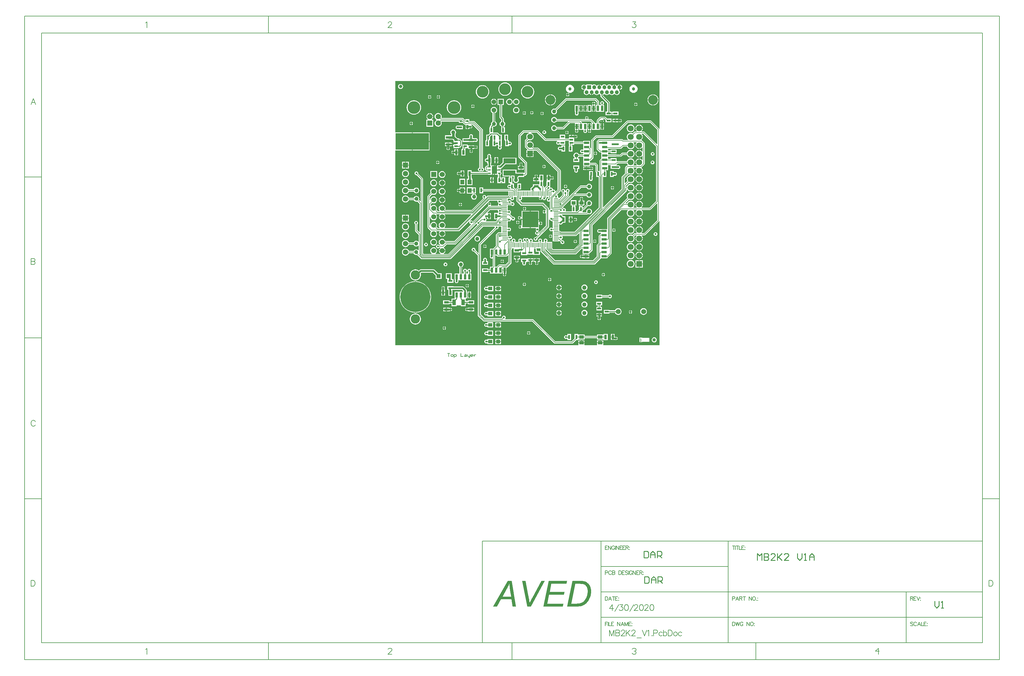
<source format=gtl>
G04*
G04 #@! TF.GenerationSoftware,Altium Limited,Altium Designer,20.0.14 (345)*
G04*
G04 Layer_Physical_Order=1*
G04 Layer_Color=255*
%FSLAX44Y44*%
%MOMM*%
G71*
G01*
G75*
%ADD11C,0.2500*%
%ADD14C,0.2000*%
%ADD16C,0.1500*%
%ADD22C,0.1270*%
%ADD23C,0.1778*%
%ADD26R,1.0000X1.8000*%
%ADD27R,3.6000X1.5000*%
%ADD28R,1.4500X0.2000*%
%ADD29R,0.2000X1.4500*%
%ADD30R,1.4000X1.0000*%
%ADD31R,1.0500X0.6000*%
%ADD32R,1.1500X0.6000*%
%ADD33R,0.6500X1.5250*%
%ADD34R,1.5250X0.6500*%
%ADD35R,1.2600X1.1700*%
%ADD36R,1.2000X1.4000*%
%ADD37R,1.2500X1.1000*%
%ADD38O,0.8000X0.4000*%
%ADD39R,1.6500X2.4000*%
%ADD40R,0.7000X1.4000*%
%ADD41R,1.3000X0.6000*%
%ADD42R,0.6000X1.1500*%
%ADD43R,1.4000X0.7000*%
%ADD44R,0.6000X1.3000*%
%ADD58R,0.7000X0.6000*%
%ADD59R,0.7000X1.0000*%
%ADD60C,9.0000*%
%ADD69R,1.7000X1.7000*%
%ADD70C,1.7000*%
%ADD73C,3.4900*%
%ADD74R,1.3900X1.3900*%
%ADD75C,1.3900*%
%ADD91R,4.8000X4.8000*%
%ADD92R,10.0000X5.0000*%
%ADD93C,1.0000*%
%ADD94C,0.5000*%
%ADD95C,0.1910*%
%ADD96C,0.7500*%
%ADD97C,0.4000*%
%ADD98C,1.2000*%
%ADD99C,2.0000*%
%ADD100R,1.8000X1.8000*%
%ADD101C,1.8000*%
%ADD102C,1.5240*%
%ADD103R,1.5240X1.5240*%
%ADD104C,2.8000*%
%ADD105C,1.5000*%
%ADD106C,0.9650*%
%ADD107C,2.8950*%
%ADD108R,1.2000X1.2000*%
%ADD109C,1.6000*%
%ADD110R,1.6000X1.6000*%
%ADD111C,3.8000*%
%ADD112C,1.3000*%
%ADD113C,4.0000*%
%ADD114C,0.6000*%
%ADD115C,1.6500*%
G36*
X796156Y653779D02*
X794886Y653530D01*
X794343Y654343D01*
X772093Y676593D01*
X771018Y677311D01*
X769750Y677564D01*
X699750D01*
X698482Y677311D01*
X697407Y676593D01*
X653877Y633064D01*
X605750D01*
X604482Y632811D01*
X603407Y632093D01*
X591907Y620593D01*
X591189Y619518D01*
X590936Y618250D01*
Y595119D01*
X589666Y594734D01*
X589593Y594843D01*
X587255Y597181D01*
Y603830D01*
X587255Y603900D01*
Y605100D01*
X587255Y605170D01*
Y616600D01*
X567005D01*
Y614164D01*
X539750D01*
Y625750D01*
X539250D01*
Y627070D01*
X540520Y627455D01*
X541395Y626145D01*
X543049Y625040D01*
X544000Y624851D01*
Y629750D01*
Y634649D01*
X543049Y634460D01*
X541395Y633355D01*
X540520Y632045D01*
X539250Y632430D01*
Y634750D01*
X533000D01*
Y629750D01*
X532000D01*
Y628750D01*
X524750D01*
Y625750D01*
X524250D01*
Y623819D01*
X513841D01*
X512750Y624250D01*
X512750Y625089D01*
Y635250D01*
X497250D01*
X497250Y624250D01*
X496159Y623819D01*
X456228D01*
X432523Y647523D01*
X431366Y648297D01*
X430000Y648569D01*
X388750D01*
X387384Y648297D01*
X386227Y647523D01*
X374730Y636027D01*
X373977Y635523D01*
X373203Y634366D01*
X372931Y633000D01*
Y569500D01*
X373203Y568134D01*
X373977Y566977D01*
X391806Y549147D01*
Y521073D01*
X391520Y520881D01*
X390250Y521000D01*
Y521000D01*
X380993D01*
X380500Y521098D01*
X367000D01*
Y530500D01*
X326000D01*
Y510500D01*
X345931D01*
Y508000D01*
X344000D01*
Y490000D01*
X347848D01*
X348500Y489000D01*
X348500Y488730D01*
Y486188D01*
X347230Y485313D01*
X345750Y485608D01*
X343604Y485181D01*
X341785Y483965D01*
X340569Y482146D01*
X340142Y480000D01*
X340569Y477854D01*
X341785Y476035D01*
X343604Y474819D01*
X345750Y474392D01*
X347230Y474687D01*
X348500Y473811D01*
Y471814D01*
X278007D01*
X276750Y472064D01*
X267250D01*
Y477500D01*
X256250D01*
Y459500D01*
X267250D01*
Y465436D01*
X275243D01*
X276500Y465186D01*
X343000D01*
Y453186D01*
X342627Y452814D01*
X281500D01*
X280232Y452561D01*
X279157Y451843D01*
X277512Y450198D01*
X276296Y450566D01*
X276181Y451146D01*
X274965Y452965D01*
X273146Y454181D01*
X271000Y454608D01*
X268854Y454181D01*
X267035Y452965D01*
X265819Y451146D01*
X265392Y449000D01*
X265819Y446854D01*
X267035Y445035D01*
X267130Y444066D01*
X232377Y409314D01*
X154423D01*
X153619Y410313D01*
X154260Y411858D01*
X154607Y414500D01*
X154260Y417142D01*
X153240Y419604D01*
X151618Y421718D01*
X149504Y423340D01*
X147042Y424360D01*
X144400Y424707D01*
X141758Y424360D01*
X139296Y423340D01*
X137182Y421718D01*
X135560Y419604D01*
X134540Y417142D01*
X134193Y414500D01*
X134540Y411858D01*
X135560Y409396D01*
X136951Y407584D01*
X136513Y406314D01*
X131873D01*
X128118Y410068D01*
X128860Y411858D01*
X129207Y414500D01*
X128860Y417142D01*
X127840Y419604D01*
X126218Y421718D01*
X124104Y423340D01*
X121642Y424360D01*
X119000Y424707D01*
X116358Y424360D01*
X113896Y423340D01*
X111834Y421757D01*
X111383Y421827D01*
X110564Y422105D01*
Y427127D01*
X114321Y430884D01*
X116358Y430041D01*
X119000Y429693D01*
X121642Y430041D01*
X124104Y431060D01*
X126218Y432682D01*
X127840Y434796D01*
X128860Y437258D01*
X129207Y439900D01*
X128860Y442542D01*
X127840Y445004D01*
X126218Y447118D01*
X124104Y448740D01*
X121642Y449759D01*
X119000Y450107D01*
X116358Y449759D01*
X113896Y448740D01*
X111782Y447118D01*
X110160Y445004D01*
X109140Y442542D01*
X108834Y440211D01*
X107564Y440295D01*
Y449378D01*
X114427Y456241D01*
X116358Y455440D01*
X119000Y455093D01*
X121642Y455440D01*
X124104Y456460D01*
X126218Y458082D01*
X127840Y460196D01*
X128860Y462658D01*
X129207Y465300D01*
X128860Y467942D01*
X127840Y470404D01*
X126218Y472518D01*
X124104Y474140D01*
X121642Y475159D01*
X119000Y475507D01*
X116358Y475159D01*
X113896Y474140D01*
X111782Y472518D01*
X110160Y470404D01*
X109140Y467942D01*
X108793Y465300D01*
X109140Y462658D01*
X109823Y461009D01*
X101907Y453093D01*
X101189Y452018D01*
X100936Y450750D01*
Y357500D01*
X101189Y356232D01*
X101907Y355157D01*
X110237Y346827D01*
X110917Y346373D01*
X111264Y345103D01*
X111251Y344826D01*
X110160Y343404D01*
X109140Y340942D01*
X108793Y338300D01*
X109140Y335658D01*
X110160Y333196D01*
X111782Y331082D01*
X113896Y329460D01*
X116358Y328441D01*
X119000Y328093D01*
X121642Y328441D01*
X124104Y329460D01*
X126218Y331082D01*
X127840Y333196D01*
X128860Y335658D01*
X129207Y338300D01*
X128860Y340942D01*
X127840Y343404D01*
X126932Y344586D01*
X127559Y345856D01*
X136472D01*
X137098Y344586D01*
X135997Y343152D01*
X135028Y340811D01*
X134829Y339300D01*
X144400D01*
X153971D01*
X153772Y340811D01*
X152803Y343152D01*
X151702Y344586D01*
X152328Y345856D01*
X193913D01*
X195181Y346109D01*
X196256Y346827D01*
X225732Y376303D01*
X226718Y375493D01*
X226319Y374896D01*
X225892Y372750D01*
X226319Y370604D01*
X227535Y368785D01*
X229354Y367569D01*
X230793Y367283D01*
X231211Y365905D01*
X181520Y316214D01*
X153981D01*
X153240Y318004D01*
X151618Y320118D01*
X149504Y321740D01*
X147042Y322760D01*
X144400Y323107D01*
X141758Y322760D01*
X139296Y321740D01*
X137182Y320118D01*
X135560Y318004D01*
X134540Y315542D01*
X134193Y312900D01*
X134540Y310258D01*
X135560Y307796D01*
X137182Y305682D01*
X138614Y304584D01*
X138183Y303314D01*
X136401D01*
X135965Y303965D01*
X134146Y305181D01*
X132000Y305608D01*
X129854Y305181D01*
X128035Y303965D01*
X126819Y302146D01*
X126392Y300000D01*
X126819Y297854D01*
X128035Y296035D01*
X129854Y294819D01*
X132000Y294392D01*
X134146Y294819D01*
X135965Y296035D01*
X136401Y296686D01*
X138483D01*
X138914Y295416D01*
X137539Y294361D01*
X135997Y292351D01*
X135028Y290011D01*
X134829Y288500D01*
X144400D01*
X153971D01*
X153772Y290011D01*
X152803Y292351D01*
X151261Y294361D01*
X149251Y295903D01*
X149112Y297335D01*
X149593Y297657D01*
X158523Y306586D01*
X184135D01*
X185403Y306839D01*
X186478Y307557D01*
X246786Y367864D01*
X248421Y367703D01*
X249035Y366785D01*
X249808Y366268D01*
X249969Y364633D01*
X163150Y277814D01*
X149472D01*
X149219Y279084D01*
X149251Y279097D01*
X151261Y280639D01*
X152803Y282649D01*
X153772Y284989D01*
X153971Y286500D01*
X144400D01*
X134829D01*
X135028Y284989D01*
X135997Y282649D01*
X137539Y280639D01*
X139549Y279097D01*
X139581Y279084D01*
X139328Y277814D01*
X125087D01*
X124656Y279084D01*
X126218Y280282D01*
X127840Y282396D01*
X128860Y284858D01*
X129207Y287500D01*
X128860Y290142D01*
X127840Y292604D01*
X126218Y294718D01*
X124104Y296340D01*
X121642Y297360D01*
X119000Y297707D01*
X116358Y297360D01*
X113896Y296340D01*
X111782Y294718D01*
X110160Y292604D01*
X109140Y290142D01*
X108793Y287500D01*
X109140Y284858D01*
X110160Y282396D01*
X111782Y280282D01*
X113344Y279084D01*
X112913Y277814D01*
X88608D01*
X86814Y279608D01*
Y503500D01*
X86561Y504768D01*
X85843Y505843D01*
X72955Y518731D01*
X73108Y519500D01*
X72681Y521646D01*
X71465Y523465D01*
X69646Y524681D01*
X67500Y525108D01*
X65354Y524681D01*
X63535Y523465D01*
X62319Y521646D01*
X61892Y519500D01*
X62319Y517354D01*
X63535Y515535D01*
X65354Y514319D01*
X67500Y513892D01*
X68269Y514045D01*
X80186Y502127D01*
Y436409D01*
X79013Y435923D01*
X75128Y439808D01*
X75531Y440781D01*
X75823Y443000D01*
X75531Y445219D01*
X74675Y447287D01*
X73312Y449062D01*
X71537Y450425D01*
X69469Y451281D01*
X67250Y451573D01*
X65031Y451281D01*
X62963Y450425D01*
X61188Y449062D01*
X59825Y447287D01*
X59360Y446164D01*
X44680D01*
X43922Y447995D01*
X42239Y450189D01*
X40045Y451872D01*
X37491Y452930D01*
X34750Y453291D01*
X32009Y452930D01*
X29455Y451872D01*
X27261Y450189D01*
X25578Y447995D01*
X24520Y445441D01*
X24159Y442700D01*
X24520Y439959D01*
X25578Y437405D01*
X27261Y435211D01*
X29455Y433528D01*
X32009Y432470D01*
X34750Y432109D01*
X37491Y432470D01*
X40045Y433528D01*
X42239Y435211D01*
X43922Y437405D01*
X44805Y439536D01*
X59484D01*
X59825Y438713D01*
X61188Y436938D01*
X62963Y435575D01*
X65031Y434719D01*
X67250Y434427D01*
X69469Y434719D01*
X70442Y435122D01*
X77186Y428377D01*
Y343409D01*
X76013Y342923D01*
X69814Y349123D01*
Y366849D01*
X70465Y367285D01*
X71681Y369104D01*
X72108Y371250D01*
X71681Y373396D01*
X70465Y375215D01*
X68646Y376431D01*
X66500Y376858D01*
X64354Y376431D01*
X62535Y375215D01*
X61319Y373396D01*
X60892Y371250D01*
X61319Y369104D01*
X62535Y367285D01*
X63186Y366849D01*
Y347750D01*
X63439Y346482D01*
X64157Y345407D01*
X74186Y335377D01*
Y315108D01*
X72916Y314677D01*
X72812Y314812D01*
X71037Y316175D01*
X68969Y317031D01*
X66750Y317323D01*
X64531Y317031D01*
X62463Y316175D01*
X60688Y314812D01*
X59325Y313037D01*
X58966Y312169D01*
X44637D01*
X43922Y313895D01*
X42239Y316089D01*
X40045Y317772D01*
X37491Y318830D01*
X34750Y319191D01*
X32009Y318830D01*
X29455Y317772D01*
X27261Y316089D01*
X25578Y313895D01*
X24520Y311341D01*
X24159Y308600D01*
X24520Y305859D01*
X25578Y303305D01*
X27261Y301111D01*
X29455Y299428D01*
X32009Y298370D01*
X34750Y298009D01*
X37491Y298370D01*
X40045Y299428D01*
X42239Y301111D01*
X43922Y303305D01*
X44637Y305031D01*
X59090D01*
X59325Y304463D01*
X60688Y302688D01*
X62463Y301325D01*
X64531Y300469D01*
X66750Y300177D01*
X68969Y300469D01*
X71037Y301325D01*
X72812Y302688D01*
X72916Y302823D01*
X74186Y302392D01*
Y289462D01*
X72916Y289174D01*
X71287Y290425D01*
X69219Y291281D01*
X67000Y291573D01*
X64781Y291281D01*
X62713Y290425D01*
X60938Y289062D01*
X59575Y287287D01*
X59361Y286768D01*
X44637D01*
X43922Y288495D01*
X42239Y290689D01*
X40045Y292372D01*
X37491Y293430D01*
X34750Y293790D01*
X32009Y293430D01*
X29455Y292372D01*
X27261Y290689D01*
X25578Y288495D01*
X24520Y285941D01*
X24159Y283200D01*
X24520Y280459D01*
X25578Y277905D01*
X27261Y275711D01*
X29455Y274028D01*
X32009Y272970D01*
X34750Y272609D01*
X37491Y272970D01*
X40045Y274028D01*
X42239Y275711D01*
X43922Y277905D01*
X44637Y279631D01*
X59195D01*
X59575Y278713D01*
X60938Y276938D01*
X62713Y275575D01*
X64781Y274719D01*
X67000Y274427D01*
X69219Y274719D01*
X69490Y274831D01*
X81164Y263157D01*
X82239Y262439D01*
X83507Y262186D01*
X168250D01*
X169518Y262439D01*
X170593Y263157D01*
X267123Y359686D01*
X301352D01*
X302374Y358416D01*
X302142Y357250D01*
X302295Y356481D01*
X255157Y309343D01*
X254439Y308268D01*
X254186Y307000D01*
Y281409D01*
X253013Y280923D01*
X244205Y289731D01*
X244358Y290500D01*
X243931Y292646D01*
X242715Y294465D01*
X240896Y295681D01*
X238750Y296108D01*
X236604Y295681D01*
X234785Y294465D01*
X233569Y292646D01*
X233142Y290500D01*
X233569Y288354D01*
X234785Y286535D01*
X236604Y285319D01*
X238750Y284892D01*
X239519Y285045D01*
X251186Y273377D01*
Y93500D01*
X251439Y92232D01*
X252157Y91157D01*
X259407Y83907D01*
X260482Y83189D01*
X260973Y83091D01*
X267657Y76407D01*
X268732Y75689D01*
X270000Y75436D01*
X414627D01*
X479907Y10157D01*
X480982Y9439D01*
X482250Y9186D01*
X534250D01*
X535518Y9439D01*
X536593Y10157D01*
X545936Y19500D01*
X552250D01*
Y19834D01*
X552500Y21000D01*
X571500D01*
Y25186D01*
X608500D01*
Y21000D01*
X627500D01*
X628500Y20348D01*
Y19250D01*
X640500D01*
Y38250D01*
X628500D01*
Y36652D01*
X627500Y36000D01*
X608500D01*
Y31814D01*
X571500D01*
Y36000D01*
X552500D01*
X552250Y37166D01*
Y37500D01*
X541250D01*
Y24186D01*
X532877Y15814D01*
X483623D01*
X418343Y81093D01*
X417268Y81811D01*
X416000Y82064D01*
X334124D01*
X333665Y83334D01*
X334681Y84854D01*
X335108Y87000D01*
X334681Y89146D01*
X333465Y90965D01*
X331646Y92181D01*
X329500Y92608D01*
X327354Y92181D01*
X325535Y90965D01*
X324319Y89146D01*
X323892Y87000D01*
X324045Y86231D01*
X322877Y85064D01*
X272615D01*
X260814Y96865D01*
Y305627D01*
X306981Y351795D01*
X307750Y351642D01*
X309896Y352069D01*
X311715Y353285D01*
X312931Y355104D01*
X313358Y357250D01*
X313126Y358416D01*
X314148Y359686D01*
X320667D01*
X321750Y358607D01*
Y343893D01*
X321639Y343654D01*
X320667Y342814D01*
X313833D01*
X312565Y342561D01*
X311490Y341843D01*
X306657Y337010D01*
X305939Y335935D01*
X305686Y334667D01*
Y301623D01*
X299706Y295643D01*
X299625Y295588D01*
X297532Y293495D01*
X287700D01*
Y273245D01*
X287999D01*
X288289Y271975D01*
X288069Y271646D01*
X287642Y269500D01*
X288069Y267354D01*
X289285Y265535D01*
X291104Y264319D01*
X293250Y263892D01*
X295166Y264273D01*
X296436Y263603D01*
Y240872D01*
X294819Y239255D01*
X287700D01*
Y232953D01*
X282250D01*
Y234500D01*
X264250D01*
Y223500D01*
X282250D01*
Y225306D01*
X287700D01*
Y219005D01*
X299130D01*
X299200Y219005D01*
Y219005D01*
X300400D01*
Y219005D01*
X311830D01*
X311900Y219005D01*
Y219005D01*
X313100D01*
Y219005D01*
X324600D01*
Y233897D01*
X325030Y234200D01*
X326300Y233541D01*
Y230130D01*
X331550D01*
X336800D01*
Y236186D01*
X337250D01*
X338518Y236439D01*
X339593Y237157D01*
X351093Y248657D01*
X351811Y249732D01*
X352064Y251000D01*
Y290127D01*
X352843Y290907D01*
X353561Y291982D01*
X353814Y293250D01*
Y294500D01*
X359000D01*
Y282750D01*
X378000D01*
Y284902D01*
X380730D01*
X380854Y284819D01*
X381250Y284740D01*
Y274250D01*
X399250D01*
Y274937D01*
X399750Y276000D01*
X417750D01*
X418250Y275000D01*
X437250D01*
Y287000D01*
X428618D01*
X428407Y287192D01*
X427764Y288270D01*
X428108Y290000D01*
X427681Y292146D01*
X426957Y293230D01*
X427635Y294500D01*
X439186D01*
Y286500D01*
X439439Y285232D01*
X440157Y284157D01*
X477157Y247157D01*
X478232Y246439D01*
X479500Y246186D01*
X600500D01*
X601768Y246439D01*
X602843Y247157D01*
X619843Y264157D01*
X620173Y264650D01*
X639745D01*
Y267085D01*
X640268Y267189D01*
X641343Y267907D01*
X650593Y277157D01*
X651311Y278232D01*
X651564Y279500D01*
Y380142D01*
X681358Y409936D01*
X700996D01*
X701405Y408734D01*
X701298Y408652D01*
X699455Y406250D01*
X698296Y403452D01*
X697901Y400450D01*
X698296Y397448D01*
X699455Y394650D01*
X701298Y392248D01*
X703700Y390405D01*
X706498Y389246D01*
X709500Y388851D01*
X712502Y389246D01*
X715300Y390405D01*
X717702Y392248D01*
X719545Y394650D01*
X720704Y397448D01*
X721099Y400450D01*
X720704Y403452D01*
X719545Y406250D01*
X717702Y408652D01*
X717595Y408734D01*
X718003Y409936D01*
X727218D01*
X727626Y408734D01*
X727055Y408295D01*
X725292Y405997D01*
X724183Y403321D01*
X723937Y401450D01*
X734900D01*
X745863D01*
X745617Y403321D01*
X744508Y405997D01*
X742745Y408295D01*
X742174Y408734D01*
X742582Y409936D01*
X767000D01*
X768268Y410189D01*
X769343Y410907D01*
X787513Y429077D01*
X788686Y428591D01*
Y379123D01*
X749877Y340314D01*
X742778D01*
X742369Y341516D01*
X742745Y341805D01*
X744508Y344103D01*
X745617Y346778D01*
X745863Y348650D01*
X734900D01*
X723937D01*
X724183Y346778D01*
X725292Y344103D01*
X727055Y341805D01*
X727431Y341516D01*
X727022Y340314D01*
X722250D01*
X720982Y340061D01*
X719907Y339343D01*
X714988Y334424D01*
X712502Y335454D01*
X709500Y335849D01*
X706498Y335454D01*
X703700Y334295D01*
X701298Y332452D01*
X699455Y330050D01*
X698296Y327252D01*
X697901Y324250D01*
X698296Y321248D01*
X699455Y318450D01*
X701298Y316048D01*
X703700Y314205D01*
X706498Y313046D01*
X709500Y312651D01*
X712502Y313046D01*
X715300Y314205D01*
X717702Y316048D01*
X719545Y318450D01*
X720704Y321248D01*
X721099Y324250D01*
X720704Y327252D01*
X719674Y329738D01*
X723623Y333686D01*
X727153D01*
X727561Y332484D01*
X727055Y332095D01*
X725292Y329797D01*
X724183Y327122D01*
X723937Y325250D01*
X734900D01*
X745863D01*
X745617Y327122D01*
X744508Y329797D01*
X742745Y332095D01*
X742239Y332484D01*
X742647Y333686D01*
X751250D01*
X752518Y333939D01*
X753593Y334657D01*
X794343Y375407D01*
X794886Y376220D01*
X796156Y375971D01*
Y3844D01*
X627998D01*
X627000Y4500D01*
X627000Y5114D01*
Y10500D01*
X609000D01*
Y5114D01*
X609000Y4500D01*
X608002Y3844D01*
X571998D01*
X571000Y4500D01*
X571000Y5114D01*
Y10500D01*
X553000D01*
Y5114D01*
X553000Y4500D01*
X552002Y3844D01*
X3844D01*
Y588000D01*
X53750D01*
Y615000D01*
Y642000D01*
X3844D01*
Y796156D01*
X796156D01*
Y653779D01*
D02*
G37*
G36*
X452227Y617727D02*
X453384Y616953D01*
X454750Y616681D01*
X488567D01*
X488952Y615411D01*
X488285Y614965D01*
X487069Y613146D01*
X486642Y611000D01*
X487069Y608854D01*
X488285Y607035D01*
X490104Y605819D01*
X492250Y605392D01*
X494396Y605819D01*
X495980Y606878D01*
X496834Y606604D01*
X497250Y606315D01*
Y605250D01*
X512750D01*
X512750Y616250D01*
X513841Y616681D01*
X524250D01*
Y605250D01*
X525936D01*
Y603000D01*
X523750D01*
Y585000D01*
X534750D01*
Y603000D01*
X532564D01*
Y605250D01*
X539750D01*
Y607536D01*
X567005D01*
Y605170D01*
X567005Y605100D01*
Y603900D01*
X567005Y603830D01*
Y592400D01*
X567005D01*
Y591200D01*
X566631Y591000D01*
X565735Y590713D01*
X563750Y591108D01*
X561604Y590681D01*
X559785Y589465D01*
X558569Y587646D01*
X558142Y585500D01*
X558569Y583354D01*
X559785Y581535D01*
X561604Y580319D01*
X563750Y579892D01*
X565735Y580287D01*
X565950Y580218D01*
X567005Y579700D01*
Y578500D01*
X567005D01*
X567005Y578430D01*
Y576064D01*
X554328D01*
X553925Y577037D01*
X552562Y578812D01*
X550787Y580175D01*
X548719Y581031D01*
X546500Y581323D01*
X544281Y581031D01*
X542213Y580175D01*
X540438Y578812D01*
X539075Y577037D01*
X538219Y574969D01*
X537927Y572750D01*
X538219Y570531D01*
X539075Y568463D01*
X540438Y566688D01*
X541634Y565770D01*
X541203Y564500D01*
X537250D01*
Y553500D01*
X555250D01*
Y564500D01*
X551797D01*
X551366Y565770D01*
X552562Y566688D01*
X553925Y568463D01*
X554328Y569436D01*
X567005D01*
Y567070D01*
X567005Y567000D01*
Y565800D01*
X567005Y565730D01*
Y554300D01*
X567005D01*
Y553100D01*
X567005D01*
Y541600D01*
X587255D01*
Y543936D01*
X603128D01*
X604186Y542878D01*
Y525500D01*
X604439Y524232D01*
X605157Y523157D01*
X606500Y521814D01*
Y508500D01*
X613314D01*
X613686Y508127D01*
Y416872D01*
X541377Y344564D01*
X501123D01*
X500093Y345593D01*
X499018Y346311D01*
X497750Y346564D01*
X495250D01*
Y355750D01*
Y366115D01*
X496520Y366793D01*
X497604Y366069D01*
X499750Y365642D01*
X501896Y366069D01*
X503715Y367285D01*
X504931Y369104D01*
X504960Y369250D01*
X507210Y371500D01*
X514250D01*
Y390500D01*
X507710D01*
X504960Y393250D01*
X504931Y393396D01*
X504082Y394666D01*
X504748Y395936D01*
X558743D01*
X558743Y395936D01*
X578000D01*
X579268Y396189D01*
X580343Y396907D01*
X580924Y397488D01*
X582781Y396719D01*
X585000Y396427D01*
X587219Y396719D01*
X589287Y397575D01*
X591062Y398938D01*
X592425Y400713D01*
X593281Y402781D01*
X593573Y405000D01*
X593281Y407219D01*
X592425Y409287D01*
X591062Y411062D01*
X589287Y412425D01*
X587219Y413281D01*
X585000Y413573D01*
X582781Y413281D01*
X580713Y412425D01*
X578938Y411062D01*
X577575Y409287D01*
X576719Y407219D01*
X576427Y405000D01*
X576580Y403834D01*
X575489Y402564D01*
X566736D01*
X565750Y403250D01*
Y408936D01*
X567500D01*
X568768Y409189D01*
X569843Y409907D01*
X581985Y422049D01*
X582781Y421719D01*
X585000Y421427D01*
X587219Y421719D01*
X589287Y422575D01*
X591062Y423938D01*
X592425Y425713D01*
X593281Y427781D01*
X593573Y430000D01*
X593281Y432219D01*
X592425Y434287D01*
X591062Y436062D01*
X589287Y437425D01*
X587219Y438281D01*
X585000Y438573D01*
X582781Y438281D01*
X580713Y437425D01*
X578938Y436062D01*
X577575Y434287D01*
X576719Y432219D01*
X576427Y430000D01*
X576719Y427781D01*
X577195Y426631D01*
X567020Y416456D01*
X565750Y416982D01*
Y421250D01*
X554750D01*
Y411436D01*
X548877Y405564D01*
X544250D01*
Y421250D01*
X542064D01*
Y422750D01*
X547250D01*
Y438750D01*
X529750D01*
Y422750D01*
X535436D01*
Y421250D01*
X533250D01*
Y405564D01*
X515095D01*
X514416Y406834D01*
X514931Y407604D01*
X515358Y409750D01*
X514931Y411896D01*
X513715Y413715D01*
X511896Y414931D01*
X509750Y415358D01*
X508981Y415205D01*
X507331Y416856D01*
X507264Y418585D01*
X540615Y451936D01*
X577069D01*
X577575Y450713D01*
X578938Y448938D01*
X580713Y447575D01*
X582781Y446719D01*
X585000Y446427D01*
X587219Y446719D01*
X589287Y447575D01*
X591062Y448938D01*
X592425Y450713D01*
X593281Y452781D01*
X593573Y455000D01*
X593281Y457219D01*
X592425Y459287D01*
X591062Y461062D01*
X589287Y462425D01*
X587219Y463281D01*
X585000Y463573D01*
X582781Y463281D01*
X580713Y462425D01*
X578938Y461062D01*
X577575Y459287D01*
X577276Y458564D01*
X544909D01*
X544423Y459737D01*
X561372Y476686D01*
X577172D01*
X577575Y475713D01*
X578938Y473938D01*
X580713Y472575D01*
X582781Y471719D01*
X585000Y471427D01*
X587219Y471719D01*
X589287Y472575D01*
X591062Y473938D01*
X592425Y475713D01*
X593281Y477781D01*
X593573Y480000D01*
X593281Y482219D01*
X592425Y484287D01*
X591062Y486062D01*
X589287Y487425D01*
X587219Y488281D01*
X585000Y488573D01*
X582781Y488281D01*
X580713Y487425D01*
X578938Y486062D01*
X577575Y484287D01*
X577172Y483314D01*
X560000D01*
X558732Y483061D01*
X557657Y482343D01*
X536410Y461097D01*
X535657Y460593D01*
X505709Y430645D01*
X504298Y430882D01*
X504007Y431578D01*
X523093Y450664D01*
X523811Y451739D01*
X524064Y453007D01*
Y462849D01*
X524715Y463285D01*
X525931Y465104D01*
X526358Y467250D01*
X525931Y469396D01*
X524715Y471215D01*
X522896Y472431D01*
X520750Y472858D01*
X518604Y472431D01*
X516785Y471215D01*
X515569Y469396D01*
X515179Y467433D01*
X514279Y466702D01*
X514051Y466557D01*
X513346Y466799D01*
X513065Y467216D01*
X512681Y469146D01*
X511465Y470965D01*
X509646Y472181D01*
X507500Y472608D01*
X505354Y472181D01*
X503535Y470965D01*
X502319Y469146D01*
X501892Y467000D01*
X502319Y464854D01*
X503535Y463035D01*
X504186Y462599D01*
Y453312D01*
X496423Y445549D01*
X495250Y446035D01*
Y446750D01*
X491873D01*
X491274Y447870D01*
X491431Y448104D01*
X491858Y450250D01*
X491431Y452396D01*
X490215Y454215D01*
X489361Y454786D01*
X489236Y456050D01*
X499093Y465907D01*
X499811Y466982D01*
X500064Y468250D01*
Y527000D01*
X499811Y528268D01*
X499093Y529343D01*
X432343Y596093D01*
X431268Y596811D01*
X430000Y597064D01*
X419372D01*
X417468Y598968D01*
X418467Y601378D01*
X418845Y604250D01*
X418467Y607122D01*
X417358Y609797D01*
X415595Y612095D01*
X413297Y613858D01*
X410621Y614967D01*
X407750Y615345D01*
X404878Y614967D01*
X402202Y613858D01*
X400584Y612616D01*
X399314Y613242D01*
Y616527D01*
X402645Y619858D01*
X404878Y618933D01*
X407750Y618555D01*
X410621Y618933D01*
X413297Y620042D01*
X415595Y621805D01*
X417358Y624103D01*
X418467Y626778D01*
X418845Y629650D01*
X418467Y632522D01*
X417358Y635197D01*
X415595Y637495D01*
X413297Y639258D01*
X411117Y640161D01*
X411370Y641431D01*
X428522D01*
X452227Y617727D01*
D02*
G37*
G36*
X788686Y650627D02*
Y607909D01*
X787513Y607423D01*
X780846Y614090D01*
X780343Y614843D01*
X751343Y643843D01*
X750268Y644561D01*
X749000Y644814D01*
X742497D01*
X742066Y646084D01*
X742745Y646605D01*
X744508Y648903D01*
X745617Y651578D01*
X745863Y653450D01*
X734900D01*
X723937D01*
X724183Y651578D01*
X725292Y648903D01*
X727055Y646605D01*
X727734Y646084D01*
X727303Y644814D01*
X721950D01*
X720682Y644561D01*
X719607Y643843D01*
X714988Y639224D01*
X712502Y640254D01*
X709500Y640649D01*
X706498Y640254D01*
X703700Y639095D01*
X701298Y637252D01*
X699455Y634850D01*
X698296Y632052D01*
X697901Y629050D01*
X698296Y626048D01*
X699455Y623250D01*
X701298Y620848D01*
X701405Y620766D01*
X700996Y619564D01*
X687123D01*
X685343Y621343D01*
X684268Y622061D01*
X683000Y622314D01*
X615250D01*
X613982Y622061D01*
X612907Y621343D01*
X608907Y617343D01*
X608189Y616268D01*
X607936Y615000D01*
Y592750D01*
X608189Y591482D01*
X608907Y590407D01*
X616207Y583107D01*
X617282Y582388D01*
X618550Y582136D01*
X621245D01*
Y579770D01*
X621245Y579700D01*
Y578500D01*
X621245Y578430D01*
Y567070D01*
X621245Y567000D01*
Y565800D01*
X621245Y565730D01*
Y563204D01*
X620782Y563111D01*
X619707Y562393D01*
X617657Y560343D01*
X616939Y559268D01*
X616686Y558000D01*
Y526500D01*
X611186D01*
X610814Y526872D01*
Y544250D01*
X610561Y545518D01*
X609843Y546593D01*
X606843Y549593D01*
X605768Y550311D01*
X604500Y550564D01*
X604500Y550564D01*
X587255D01*
Y553100D01*
X587255D01*
Y554300D01*
X587255D01*
Y556686D01*
X587500D01*
X588768Y556939D01*
X589843Y557657D01*
X596593Y564407D01*
X597311Y565482D01*
X597564Y566750D01*
Y616877D01*
X607123Y626436D01*
X655250D01*
X656518Y626689D01*
X657593Y627407D01*
X701123Y670936D01*
X768377D01*
X788686Y650627D01*
D02*
G37*
G36*
X727365Y611734D02*
X727055Y611495D01*
X725292Y609197D01*
X724183Y606521D01*
X723937Y604650D01*
X734900D01*
Y603650D01*
X735900D01*
Y592687D01*
X737772Y592933D01*
X740447Y594041D01*
X742745Y595805D01*
X743666Y597005D01*
X744936Y596574D01*
Y585326D01*
X743666Y584895D01*
X742745Y586095D01*
X740447Y587858D01*
X737772Y588967D01*
X735900Y589213D01*
Y578250D01*
Y567287D01*
X737772Y567533D01*
X740447Y568642D01*
X742745Y570405D01*
X743666Y571605D01*
X744936Y571174D01*
Y559926D01*
X743666Y559495D01*
X742745Y560695D01*
X740447Y562458D01*
X737772Y563567D01*
X735900Y563813D01*
Y552850D01*
X734900D01*
Y551850D01*
X723937D01*
X724183Y549978D01*
X725292Y547303D01*
X727055Y545005D01*
X727365Y544766D01*
X726957Y543564D01*
X718170D01*
X717844Y544834D01*
X719545Y547050D01*
X720704Y549848D01*
X721099Y552850D01*
X720704Y555852D01*
X719545Y558650D01*
X717702Y561052D01*
X715300Y562895D01*
X712502Y564054D01*
X709500Y564449D01*
X706498Y564054D01*
X703700Y562895D01*
X701298Y561052D01*
X699455Y558650D01*
X698384Y556064D01*
X669500D01*
X668770Y555918D01*
X667500Y556734D01*
Y565250D01*
X649500D01*
Y563064D01*
X641495D01*
Y565730D01*
X641495Y565800D01*
Y567000D01*
X641495Y567070D01*
Y569436D01*
X664993D01*
X666250Y569186D01*
X678750D01*
X680018Y569439D01*
X681093Y570157D01*
X685872Y574936D01*
X698425D01*
X699455Y572450D01*
X701298Y570048D01*
X703700Y568205D01*
X706498Y567046D01*
X709500Y566651D01*
X712502Y567046D01*
X715300Y568205D01*
X717702Y570048D01*
X719545Y572450D01*
X720704Y575248D01*
X721099Y578250D01*
X720704Y581252D01*
X719545Y584050D01*
X717702Y586452D01*
X715300Y588295D01*
X712502Y589454D01*
X709500Y589849D01*
X706498Y589454D01*
X703700Y588295D01*
X701298Y586452D01*
X699455Y584050D01*
X698425Y581564D01*
X684500D01*
X683232Y581311D01*
X682157Y580593D01*
X677377Y575814D01*
X667507D01*
X666250Y576064D01*
X641495D01*
Y578430D01*
X641495Y578500D01*
Y579700D01*
X641495Y579770D01*
Y582136D01*
X649500D01*
Y580000D01*
X667500D01*
Y591000D01*
X649500D01*
Y588764D01*
X641495D01*
Y591200D01*
X641495D01*
Y591666D01*
X642543Y592936D01*
X668750D01*
X668750Y592936D01*
X679250D01*
X680518Y593189D01*
X681593Y593907D01*
X688023Y600336D01*
X698425D01*
X699455Y597850D01*
X701298Y595448D01*
X703700Y593605D01*
X706498Y592446D01*
X709500Y592051D01*
X712502Y592446D01*
X715300Y593605D01*
X717702Y595448D01*
X719545Y597850D01*
X720704Y600648D01*
X721099Y603650D01*
X720704Y606652D01*
X719545Y609450D01*
X717844Y611666D01*
X718170Y612936D01*
X726957D01*
X727365Y611734D01*
D02*
G37*
G36*
X699455Y547050D02*
X701156Y544834D01*
X700830Y543564D01*
X699750D01*
X698482Y543311D01*
X697407Y542593D01*
X693657Y538843D01*
X692939Y537768D01*
X692686Y536500D01*
Y519565D01*
X683157Y510036D01*
X682439Y508961D01*
X682186Y507693D01*
Y472645D01*
X627487Y417945D01*
X626314Y418431D01*
Y508500D01*
X636750D01*
Y526500D01*
X634564D01*
Y528900D01*
X641495D01*
Y540400D01*
X641495D01*
Y541600D01*
X641495D01*
Y543936D01*
X648307D01*
X649500Y543750D01*
X649500Y542666D01*
Y532750D01*
X667500D01*
Y532902D01*
X669980D01*
X670104Y532819D01*
X672250Y532392D01*
X674396Y532819D01*
X676215Y534035D01*
X676336Y534216D01*
X676605Y534395D01*
X677710Y536049D01*
X678098Y538000D01*
X677710Y539951D01*
X676605Y541605D01*
X676336Y541784D01*
X676215Y541965D01*
X674396Y543181D01*
X672250Y543608D01*
X670104Y543181D01*
X669980Y543098D01*
X667500D01*
Y543750D01*
X666898D01*
X666516Y544547D01*
X666456Y545020D01*
X670873Y549436D01*
X698466D01*
X699455Y547050D01*
D02*
G37*
G36*
X775029Y610785D02*
X775532Y610032D01*
X785686Y599877D01*
Y436623D01*
X765628Y416564D01*
X742843D01*
X742434Y417766D01*
X742745Y418005D01*
X744508Y420303D01*
X745617Y422978D01*
X745863Y424850D01*
X734900D01*
X723937D01*
X724183Y422978D01*
X725292Y420303D01*
X727055Y418005D01*
X727365Y417766D01*
X726957Y416564D01*
X718170D01*
X717844Y417834D01*
X719545Y420050D01*
X720704Y422848D01*
X721099Y425850D01*
X720704Y428852D01*
X719545Y431650D01*
X717702Y434052D01*
X715300Y435895D01*
X712502Y437054D01*
X709500Y437449D01*
X706498Y437054D01*
X703700Y435895D01*
X701298Y434052D01*
X699455Y431650D01*
X698748Y429942D01*
X694538D01*
X694052Y431116D01*
X704012Y441076D01*
X706498Y440046D01*
X709500Y439651D01*
X712502Y440046D01*
X715300Y441205D01*
X717702Y443048D01*
X719545Y445450D01*
X720704Y448248D01*
X721099Y451250D01*
X720704Y454252D01*
X719545Y457050D01*
X717702Y459452D01*
X715300Y461295D01*
X712502Y462454D01*
X709500Y462849D01*
X706498Y462454D01*
X703700Y461295D01*
X701298Y459452D01*
X699455Y457050D01*
X698296Y454252D01*
X697901Y451250D01*
X698296Y448248D01*
X699326Y445762D01*
X639907Y386343D01*
X639189Y385268D01*
X638936Y384000D01*
Y352350D01*
X619495D01*
Y351848D01*
X617270D01*
X617146Y351931D01*
X615000Y352358D01*
X612854Y351931D01*
X611035Y350715D01*
X609819Y348896D01*
X609392Y346750D01*
X609819Y344604D01*
X611035Y342785D01*
X612854Y341569D01*
X615000Y341142D01*
X617146Y341569D01*
X617270Y341652D01*
X618557D01*
X619495Y340850D01*
Y339650D01*
X619495D01*
Y337133D01*
X618632Y336961D01*
X617557Y336243D01*
X614907Y333593D01*
X614189Y332518D01*
X613936Y331250D01*
Y310865D01*
X609157Y306086D01*
X608439Y305011D01*
X608186Y303743D01*
Y270358D01*
X596642Y258814D01*
X483358D01*
X453814Y288358D01*
Y294500D01*
X455186D01*
Y293000D01*
X455439Y291732D01*
X456157Y290657D01*
X469407Y277407D01*
X470482Y276689D01*
X471750Y276436D01*
X544000D01*
X545268Y276689D01*
X546343Y277407D01*
X561423Y292486D01*
X565255D01*
Y290050D01*
X565255D01*
Y288850D01*
X565255D01*
Y277350D01*
X585505D01*
Y279917D01*
X586118Y280039D01*
X587193Y280757D01*
X594093Y287657D01*
X594811Y288732D01*
X595064Y290000D01*
Y363422D01*
X696843Y465201D01*
X697561Y466276D01*
X697814Y467544D01*
Y471330D01*
X698997Y471704D01*
X699111Y471681D01*
X699455Y470850D01*
X701298Y468448D01*
X703700Y466605D01*
X706498Y465446D01*
X709500Y465051D01*
X712502Y465446D01*
X715300Y466605D01*
X717702Y468448D01*
X719545Y470850D01*
X720704Y473648D01*
X721099Y476650D01*
X720704Y479652D01*
X719545Y482450D01*
X717702Y484852D01*
X715300Y486695D01*
X712502Y487854D01*
X709500Y488249D01*
X706498Y487854D01*
X703700Y486695D01*
X701298Y484852D01*
X699455Y482450D01*
X698425Y479964D01*
X697900D01*
X696632Y479711D01*
X696084Y479345D01*
X694814Y479993D01*
Y482677D01*
X704012Y491876D01*
X706498Y490846D01*
X709500Y490451D01*
X712502Y490846D01*
X715300Y492005D01*
X717702Y493848D01*
X719545Y496250D01*
X720704Y499048D01*
X721099Y502050D01*
X720704Y505052D01*
X719545Y507850D01*
X717702Y510252D01*
X715300Y512095D01*
X712502Y513254D01*
X709500Y513649D01*
X706498Y513254D01*
X703700Y512095D01*
X701298Y510252D01*
X699455Y507850D01*
X698296Y505052D01*
X697901Y502050D01*
X698296Y499048D01*
X699326Y496562D01*
X692987Y490223D01*
X691814Y490709D01*
Y505078D01*
X704012Y517276D01*
X706498Y516246D01*
X709500Y515851D01*
X712502Y516246D01*
X715300Y517405D01*
X717702Y519248D01*
X719545Y521650D01*
X720704Y524448D01*
X721099Y527450D01*
X720704Y530452D01*
X719545Y533250D01*
X717702Y535652D01*
X717595Y535734D01*
X718003Y536936D01*
X727218D01*
X727626Y535734D01*
X727055Y535295D01*
X725292Y532997D01*
X724183Y530322D01*
X723937Y528450D01*
X734900D01*
Y527450D01*
D01*
Y528450D01*
X745863D01*
X745617Y530322D01*
X744508Y532997D01*
X742745Y535295D01*
X741925Y535925D01*
X741879Y536298D01*
X742087Y537401D01*
X742843Y537907D01*
X750593Y545657D01*
X751311Y546732D01*
X751564Y548000D01*
Y609000D01*
X751311Y610268D01*
X750593Y611343D01*
X743343Y618593D01*
X742268Y619311D01*
X742045Y619925D01*
X742028Y620654D01*
X742745Y621205D01*
X744508Y623503D01*
X745617Y626178D01*
X745863Y628050D01*
X734900D01*
Y630050D01*
X745863D01*
X745617Y631922D01*
X744508Y634597D01*
X742745Y636895D01*
X742630Y636984D01*
X743038Y638186D01*
X747627D01*
X775029Y610785D01*
D02*
G37*
G36*
X404383Y640161D02*
X402202Y639258D01*
X399905Y637495D01*
X398142Y635197D01*
X397033Y632522D01*
X396655Y629650D01*
X397033Y626778D01*
X397958Y624544D01*
X393657Y620243D01*
X392939Y619168D01*
X392686Y617900D01*
Y599383D01*
X392939Y598115D01*
X393657Y597040D01*
X400173Y590523D01*
X399687Y589350D01*
X397250D01*
Y579850D01*
X407750D01*
X418250D01*
Y587436D01*
X427385D01*
X490436Y524385D01*
Y470865D01*
X485306Y465735D01*
X483928Y466153D01*
X483681Y467396D01*
X482465Y469215D01*
X480646Y470431D01*
X478500Y470858D01*
X477588Y470676D01*
X476358Y471000D01*
X475931Y473146D01*
X474715Y474965D01*
X472896Y476181D01*
X470750Y476608D01*
X469688Y476396D01*
X468972Y476700D01*
X468712Y477021D01*
X468500Y478250D01*
X468500D01*
X468500Y478250D01*
Y495687D01*
X469000Y496750D01*
X469000Y497313D01*
Y501947D01*
X470270Y502333D01*
X470395Y502145D01*
X472049Y501040D01*
X473000Y500851D01*
Y505750D01*
Y510649D01*
X472049Y510460D01*
X470395Y509355D01*
X470270Y509167D01*
X469000Y509553D01*
Y514750D01*
X464500D01*
Y505750D01*
X463500D01*
Y504750D01*
X458000D01*
Y497313D01*
X457500Y496250D01*
X457500Y495687D01*
Y483297D01*
X451977Y477773D01*
X451339Y476818D01*
X450438Y476895D01*
X450069Y477030D01*
Y478750D01*
X449797Y480116D01*
X449023Y481273D01*
X447000Y483297D01*
Y496250D01*
X448000Y496250D01*
Y515250D01*
X436000D01*
Y508209D01*
X435250Y507250D01*
X434730Y507250D01*
X431272D01*
X430673Y508370D01*
X430960Y508799D01*
X431149Y509750D01*
X421351D01*
X421540Y508799D01*
X421827Y508370D01*
X421228Y507250D01*
X417250D01*
Y502750D01*
X426250D01*
Y501750D01*
X427250D01*
Y496250D01*
X434730D01*
X435250Y496250D01*
X436000Y495291D01*
Y487416D01*
X435750Y486250D01*
X416750D01*
Y481710D01*
X412500Y477460D01*
X412354Y477431D01*
X410535Y476215D01*
X409319Y474396D01*
X408892Y472250D01*
X409319Y470104D01*
X409876Y469270D01*
X409198Y468000D01*
X369814D01*
Y469377D01*
X371436Y471000D01*
X381000D01*
Y489000D01*
X370000D01*
Y477764D01*
X368982Y477561D01*
X367907Y476843D01*
X364500Y473436D01*
X361093Y476843D01*
X360018Y477561D01*
X359500Y477664D01*
Y489000D01*
X355652D01*
X355000Y490000D01*
X355000Y490270D01*
Y508000D01*
X353069D01*
Y510500D01*
X359152D01*
Y504940D01*
X358075Y503537D01*
X357219Y501469D01*
X356927Y499250D01*
X357219Y497031D01*
X358075Y494963D01*
X359438Y493188D01*
X361213Y491825D01*
X363281Y490969D01*
X365500Y490677D01*
X367719Y490969D01*
X369787Y491825D01*
X371562Y493188D01*
X372925Y494963D01*
X373781Y497031D01*
X374073Y499250D01*
X373781Y501469D01*
X372925Y503537D01*
X372098Y504614D01*
Y507138D01*
X373951Y508992D01*
X373993Y509000D01*
X390250D01*
Y511681D01*
X392000D01*
X393366Y511953D01*
X394523Y512727D01*
X397898Y516102D01*
X398672Y517259D01*
X398944Y518625D01*
Y550625D01*
X398672Y551991D01*
X397898Y553148D01*
X380069Y570978D01*
Y631272D01*
X390228Y641431D01*
X404130D01*
X404383Y640161D01*
D02*
G37*
G36*
X463186Y445996D02*
X461604Y445681D01*
X459785Y444465D01*
X458569Y442646D01*
X458142Y440500D01*
X458569Y438354D01*
X459785Y436535D01*
X461604Y435319D01*
X463750Y434892D01*
X465896Y435319D01*
X466566Y435767D01*
X467686Y435168D01*
Y416507D01*
X467939Y415239D01*
X468657Y414164D01*
X469179Y413642D01*
X468798Y412227D01*
X467285Y411215D01*
X466069Y409396D01*
X464814Y409594D01*
Y413500D01*
X464561Y414768D01*
X463843Y415843D01*
X448843Y430843D01*
X447768Y431561D01*
X446500Y431814D01*
X384873D01*
X379200Y437486D01*
X379618Y438865D01*
X380646Y439069D01*
X382465Y440285D01*
X383681Y442104D01*
X384108Y444250D01*
X383681Y446396D01*
X383124Y447230D01*
X383802Y448500D01*
X434632D01*
X435311Y447230D01*
X434790Y446451D01*
X434601Y445500D01*
X439500D01*
Y444500D01*
X440500D01*
Y439601D01*
X441451Y439790D01*
X443105Y440895D01*
X444037Y442290D01*
X444929Y442335D01*
X445036Y442326D01*
X445405Y442226D01*
X446535Y440535D01*
X448354Y439319D01*
X450500Y438892D01*
X452646Y439319D01*
X454465Y440535D01*
X455681Y442354D01*
X456108Y444500D01*
X456098Y444551D01*
X457023Y445477D01*
X457797Y446634D01*
X458069Y448000D01*
Y448500D01*
X463186D01*
Y445996D01*
D02*
G37*
G36*
X366186Y447993D02*
Y438257D01*
X366439Y436989D01*
X367157Y435914D01*
X379914Y423157D01*
X380989Y422439D01*
X382257Y422186D01*
X443885D01*
X455186Y410885D01*
Y408994D01*
X453916Y408315D01*
X452951Y408960D01*
X452000Y409149D01*
Y404250D01*
Y399351D01*
X452951Y399540D01*
X453916Y400185D01*
X455186Y399506D01*
Y362615D01*
X436635Y344064D01*
X433151D01*
X432715Y344715D01*
X431929Y345241D01*
X431940Y345877D01*
X432110Y346647D01*
X433605Y347645D01*
X434710Y349299D01*
X434899Y350250D01*
X425101D01*
X425290Y349299D01*
X426395Y347645D01*
X426927Y347290D01*
X426659Y345942D01*
X426604Y345931D01*
X424785Y344715D01*
X423569Y342896D01*
X423142Y340750D01*
X423569Y338604D01*
X424785Y336785D01*
X426604Y335569D01*
X428750Y335142D01*
X430510Y335492D01*
X431136Y334322D01*
X425269Y328455D01*
X424500Y328608D01*
X422354Y328181D01*
X420535Y326965D01*
X419319Y325146D01*
X418892Y323000D01*
X419319Y320854D01*
X420535Y319035D01*
X422354Y317819D01*
X424500Y317392D01*
X426646Y317819D01*
X428465Y319035D01*
X429681Y320854D01*
X430108Y323000D01*
X429955Y323769D01*
X463843Y357657D01*
X464561Y358732D01*
X464814Y360000D01*
Y380656D01*
X466069Y380854D01*
X467285Y379035D01*
X469104Y377819D01*
X471250Y377392D01*
X471718Y377485D01*
X472477Y376727D01*
X473634Y375953D01*
X475000Y375681D01*
X475750D01*
Y367750D01*
Y356385D01*
X474538Y355709D01*
X474480Y355707D01*
X473396Y356431D01*
X471250Y356858D01*
X469104Y356431D01*
X467285Y355215D01*
X466069Y353396D01*
X465642Y351250D01*
X466069Y349104D01*
X467285Y347285D01*
X469104Y346069D01*
X471250Y345642D01*
X473396Y346069D01*
X474480Y346793D01*
X475750Y346115D01*
Y339750D01*
Y327750D01*
Y315750D01*
X495250D01*
Y316154D01*
X496423Y316640D01*
X499504Y313560D01*
X499392Y313000D01*
X499819Y310854D01*
X501035Y309035D01*
X502854Y307819D01*
X505000Y307392D01*
X507146Y307819D01*
X508965Y309035D01*
X510181Y310854D01*
X510608Y313000D01*
X510181Y315146D01*
X508965Y316965D01*
X507146Y318181D01*
X505000Y318608D01*
X504023Y318413D01*
X501906Y320530D01*
X502275Y321745D01*
X502646Y321819D01*
X504465Y323035D01*
X505681Y324854D01*
X506108Y327000D01*
X505681Y329146D01*
X504665Y330666D01*
X505124Y331936D01*
X545250D01*
X546518Y332188D01*
X547593Y332907D01*
X553763Y339077D01*
X554936Y338591D01*
Y316985D01*
X554936Y316985D01*
Y308100D01*
X538900Y292064D01*
X476850D01*
X474000Y294914D01*
Y314000D01*
X459969D01*
X459291Y315270D01*
X459681Y315854D01*
X460108Y318000D01*
X459681Y320146D01*
X458465Y321965D01*
X456646Y323181D01*
X454500Y323608D01*
X452354Y323181D01*
X450535Y321965D01*
X449319Y320146D01*
X448892Y318000D01*
X449319Y315854D01*
X449709Y315270D01*
X449030Y314000D01*
X443969D01*
X443291Y315270D01*
X443681Y315854D01*
X444108Y318000D01*
X443681Y320146D01*
X442465Y321965D01*
X440646Y323181D01*
X438500Y323608D01*
X436354Y323181D01*
X434535Y321965D01*
X433319Y320146D01*
X432892Y318000D01*
X433319Y315854D01*
X433709Y315270D01*
X433031Y314000D01*
X415969D01*
X415291Y315270D01*
X415681Y315854D01*
X416108Y318000D01*
X415681Y320146D01*
X414465Y321965D01*
X412646Y323181D01*
X410500Y323608D01*
X408354Y323181D01*
X406535Y321965D01*
X405870Y320970D01*
X404521Y321238D01*
X404341Y322146D01*
X403125Y323965D01*
X401306Y325181D01*
X399160Y325608D01*
X397014Y325181D01*
X395410Y324109D01*
X393806Y325181D01*
X391660Y325608D01*
X389514Y325181D01*
X387695Y323965D01*
X386479Y322146D01*
X386052Y320000D01*
X386479Y317854D01*
X387695Y316035D01*
X388839Y315270D01*
X388454Y314000D01*
X383969D01*
X383291Y315270D01*
X383681Y315854D01*
X384108Y318000D01*
X383681Y320146D01*
X382465Y321965D01*
X380646Y323181D01*
X378500Y323608D01*
X376354Y323181D01*
X374535Y321965D01*
X373319Y320146D01*
X372892Y318000D01*
X373319Y315854D01*
X373709Y315270D01*
X373031Y314000D01*
X363969D01*
X363291Y315270D01*
X363681Y315854D01*
X364108Y318000D01*
X363681Y320146D01*
X362465Y321965D01*
X360646Y323181D01*
X358500Y323608D01*
X356354Y323181D01*
X354535Y321965D01*
X353319Y320146D01*
X352892Y318000D01*
X352534Y317564D01*
X345814D01*
Y320852D01*
X346553Y321659D01*
X346980Y321895D01*
X348250Y321642D01*
X350396Y322069D01*
X352215Y323285D01*
X353431Y325104D01*
X353858Y327250D01*
X353431Y329396D01*
X352215Y331215D01*
X350396Y332431D01*
X348250Y332858D01*
X346104Y332431D01*
X344285Y331215D01*
X343849Y330564D01*
X341250D01*
Y335750D01*
Y345780D01*
X342520Y346459D01*
X343104Y346069D01*
X345250Y345642D01*
X347396Y346069D01*
X349215Y347285D01*
X350431Y349104D01*
X350858Y351250D01*
X350431Y353396D01*
X349215Y355215D01*
X347396Y356431D01*
X345250Y356858D01*
X343104Y356431D01*
X342520Y356041D01*
X341250Y356720D01*
Y363750D01*
Y375936D01*
X342250D01*
X342966Y376079D01*
X343354Y375819D01*
X345500Y375392D01*
X347646Y375819D01*
X349465Y377035D01*
X350681Y378854D01*
X351071Y380813D01*
X351650Y381085D01*
X352343Y381194D01*
X353285Y379785D01*
X355104Y378569D01*
X357250Y378142D01*
X359396Y378569D01*
X361215Y379785D01*
X362431Y381604D01*
X362858Y383750D01*
X362431Y385896D01*
X361215Y387715D01*
X359396Y388931D01*
X357250Y389358D01*
X356481Y389205D01*
X348444Y397242D01*
X348405Y398471D01*
X348531Y398828D01*
X349215Y399285D01*
X350431Y401104D01*
X350858Y403250D01*
X350431Y405396D01*
X349215Y407215D01*
X347396Y408431D01*
X345250Y408858D01*
X343104Y408431D01*
X342520Y408041D01*
X341250Y408719D01*
Y423936D01*
X351349D01*
X351785Y423285D01*
X353604Y422069D01*
X355750Y421642D01*
X357896Y422069D01*
X359715Y423285D01*
X360931Y425104D01*
X361358Y427250D01*
X360931Y429396D01*
X359715Y431215D01*
X357896Y432431D01*
X355750Y432858D01*
X353604Y432431D01*
X353358Y432267D01*
X352303Y432972D01*
X352358Y433250D01*
X351931Y435396D01*
X350715Y437215D01*
X348896Y438431D01*
X346750Y438858D01*
X344604Y438431D01*
X342785Y437215D01*
X342520Y436819D01*
X341250Y437204D01*
Y443186D01*
X347250D01*
X347788Y443293D01*
X349221Y442596D01*
X349319Y442104D01*
X350535Y440285D01*
X352354Y439069D01*
X354500Y438642D01*
X356646Y439069D01*
X358465Y440285D01*
X359681Y442104D01*
X360108Y444250D01*
X359681Y446396D01*
X359124Y447230D01*
X359802Y448500D01*
X365770D01*
X366186Y447993D01*
D02*
G37*
G36*
X310332Y436205D02*
X310142Y435250D01*
X310569Y433104D01*
X311785Y431285D01*
X313032Y430451D01*
X313546Y429778D01*
X313356Y428824D01*
X312569Y427646D01*
X312142Y425500D01*
X312474Y423834D01*
X311686Y422564D01*
X290348D01*
X289981Y423834D01*
X290960Y425299D01*
X291149Y426250D01*
X281351D01*
X281540Y425299D01*
X282645Y423645D01*
X283053Y423373D01*
X283044Y421852D01*
X282657Y421593D01*
X237127Y376064D01*
X235901D01*
X235465Y376715D01*
X233646Y377931D01*
X231500Y378358D01*
X229354Y377931D01*
X228757Y377532D01*
X227947Y378518D01*
X286615Y437186D01*
X309526D01*
X310332Y436205D01*
D02*
G37*
G36*
X231327Y395513D02*
X191297Y355484D01*
X152234D01*
X151826Y356754D01*
X153240Y358596D01*
X154260Y361058D01*
X154607Y363700D01*
X154260Y366342D01*
X153240Y368804D01*
X151618Y370918D01*
X149504Y372540D01*
X147042Y373559D01*
X144400Y373907D01*
X141758Y373559D01*
X139296Y372540D01*
X137182Y370918D01*
X135560Y368804D01*
X134540Y366342D01*
X134193Y363700D01*
X134540Y361058D01*
X135560Y358596D01*
X136974Y356754D01*
X136565Y355484D01*
X131903D01*
X128118Y359268D01*
X128860Y361058D01*
X129207Y363700D01*
X128860Y366342D01*
X127840Y368804D01*
X126218Y370918D01*
X124104Y372540D01*
X121642Y373559D01*
X119000Y373907D01*
X116358Y373559D01*
X113896Y372540D01*
X111782Y370918D01*
X110160Y368804D01*
X109140Y366342D01*
X108834Y364011D01*
X107564Y364095D01*
Y388705D01*
X108834Y388789D01*
X109140Y386458D01*
X110160Y383996D01*
X111782Y381882D01*
X113896Y380260D01*
X116358Y379240D01*
X119000Y378893D01*
X121642Y379240D01*
X124104Y380260D01*
X126218Y381882D01*
X127840Y383996D01*
X128860Y386458D01*
X129207Y389100D01*
X128860Y391742D01*
X127840Y394204D01*
X126909Y395416D01*
X127536Y396686D01*
X136495D01*
X137121Y395416D01*
X135997Y393951D01*
X135028Y391611D01*
X134829Y390100D01*
X144400D01*
X153971D01*
X153772Y391611D01*
X152803Y393951D01*
X151679Y395416D01*
X152305Y396686D01*
X230841D01*
X231327Y395513D01*
D02*
G37*
G36*
X311824Y408166D02*
X311642Y407250D01*
X312069Y405104D01*
X312611Y404293D01*
X313263Y403250D01*
X312611Y402207D01*
X312069Y401396D01*
X311941Y400750D01*
X300750D01*
Y381750D01*
X309737D01*
X310223Y380577D01*
X304960Y375314D01*
X276174D01*
X275805Y376296D01*
X275748Y376584D01*
X276931Y378354D01*
X277358Y380500D01*
X276931Y382646D01*
X275715Y384465D01*
X274760Y385104D01*
X275000Y385684D01*
Y391250D01*
X277000D01*
Y386351D01*
X277951Y386540D01*
X278480Y386894D01*
X279750Y386215D01*
Y382250D01*
X284250D01*
Y391250D01*
X285250D01*
D01*
X284250D01*
Y400250D01*
X280967D01*
X280441Y401520D01*
X288358Y409436D01*
X310782D01*
X311824Y408166D01*
D02*
G37*
G36*
X342436Y273091D02*
Y253615D01*
X334635Y245814D01*
X315000D01*
X313732Y245561D01*
X312657Y244843D01*
X307069Y239255D01*
X303265D01*
X303064Y239500D01*
Y273245D01*
X307069D01*
X309657Y270657D01*
X310732Y269939D01*
X312000Y269686D01*
X336000D01*
X337268Y269939D01*
X338343Y270657D01*
X341263Y273577D01*
X342436Y273091D01*
D02*
G37*
G36*
X410400Y-780000D02*
X399300D01*
X384600Y-703100D01*
X394500D01*
X403300Y-749000D01*
Y-749100D01*
X403400Y-749500D01*
X403500Y-750200D01*
X403700Y-751100D01*
X403900Y-752100D01*
X404100Y-753400D01*
X404400Y-754700D01*
X404700Y-756200D01*
X405200Y-759400D01*
X405800Y-762700D01*
X406200Y-766100D01*
X406400Y-767600D01*
X406600Y-769100D01*
X406700Y-769000D01*
X406800Y-768700D01*
X407100Y-768200D01*
X407400Y-767500D01*
X407800Y-766600D01*
X408300Y-765700D01*
X408800Y-764600D01*
X409400Y-763500D01*
X410600Y-761000D01*
X412000Y-758400D01*
X413300Y-755800D01*
X414500Y-753500D01*
X441900Y-703100D01*
X452400D01*
X410400Y-780000D01*
D02*
G37*
G36*
X561399Y-703200D02*
X563200Y-703300D01*
X565299Y-703400D01*
X567399Y-703600D01*
X569399Y-704000D01*
X571199Y-704400D01*
X571299D01*
X571499Y-704500D01*
X571799Y-704600D01*
X572299Y-704700D01*
X573399Y-705100D01*
X574899Y-705700D01*
X576599Y-706500D01*
X578399Y-707500D01*
X580199Y-708700D01*
X581899Y-710200D01*
X581999D01*
X582099Y-710400D01*
X582599Y-710900D01*
X583399Y-711800D01*
X584399Y-713000D01*
X585499Y-714500D01*
X586699Y-716300D01*
X587799Y-718300D01*
X588699Y-720600D01*
Y-720700D01*
X588799Y-720900D01*
X588899Y-721200D01*
X589099Y-721700D01*
X589199Y-722300D01*
X589399Y-723000D01*
X589599Y-723800D01*
X589899Y-724700D01*
X590299Y-726700D01*
X590599Y-729100D01*
X590899Y-731800D01*
X590999Y-734600D01*
Y-734700D01*
Y-735000D01*
Y-735500D01*
Y-736200D01*
X590899Y-737000D01*
Y-737900D01*
X590799Y-739000D01*
X590599Y-740200D01*
X590299Y-742800D01*
X589799Y-745600D01*
X589099Y-748600D01*
X588099Y-751500D01*
Y-751600D01*
X587999Y-751800D01*
X587799Y-752200D01*
X587599Y-752800D01*
X587299Y-753400D01*
X586999Y-754200D01*
X586099Y-756000D01*
X585099Y-758100D01*
X583799Y-760400D01*
X582399Y-762700D01*
X580799Y-764900D01*
Y-765000D01*
X580599Y-765200D01*
X580399Y-765500D01*
X579999Y-765900D01*
X579099Y-766900D01*
X577899Y-768200D01*
X576499Y-769700D01*
X574899Y-771200D01*
X573099Y-772700D01*
X571299Y-774000D01*
X571199D01*
X571099Y-774100D01*
X570799Y-774300D01*
X570399Y-774500D01*
X569399Y-775100D01*
X567999Y-775800D01*
X566300Y-776600D01*
X564300Y-777400D01*
X562099Y-778200D01*
X559599Y-778800D01*
X559399D01*
X559100Y-778900D01*
X558699Y-779000D01*
X558200Y-779100D01*
X557599Y-779200D01*
X556100Y-779400D01*
X554199Y-779600D01*
X552099Y-779800D01*
X549599Y-779900D01*
X546899Y-780000D01*
X519300D01*
X535299Y-703100D01*
X560600D01*
X561399Y-703200D01*
D02*
G37*
G36*
X517500Y-711800D02*
X471900D01*
X466900Y-735800D01*
X511600D01*
X509800Y-744500D01*
X465100D01*
X459500Y-771300D01*
X508100D01*
X506300Y-780000D01*
X447500D01*
X463600Y-703100D01*
X519300D01*
X517500Y-711800D01*
D02*
G37*
G36*
X365900Y-780000D02*
X355900D01*
X352200Y-757900D01*
X321100D01*
X308800Y-780000D01*
X297500D01*
X340900Y-703100D01*
X353200D01*
X365900Y-780000D01*
D02*
G37*
%LPC*%
G36*
X645500Y786573D02*
X643281Y786281D01*
X641213Y785425D01*
X639438Y784062D01*
X638700Y783101D01*
X637100D01*
X636362Y784062D01*
X634587Y785425D01*
X632519Y786281D01*
X630300Y786573D01*
X628081Y786281D01*
X626013Y785425D01*
X624238Y784062D01*
X623144Y782637D01*
X623138Y782634D01*
X621961Y782533D01*
X621639Y782620D01*
X620806Y783706D01*
X619134Y784988D01*
X617188Y785794D01*
X616100Y785937D01*
Y778000D01*
X614100D01*
Y785937D01*
X613012Y785794D01*
X611065Y784988D01*
X609394Y783706D01*
X608561Y782620D01*
X608239Y782533D01*
X607062Y782634D01*
X607056Y782637D01*
X605962Y784062D01*
X604187Y785425D01*
X602119Y786281D01*
X599900Y786573D01*
X597681Y786281D01*
X595613Y785425D01*
X594470Y784547D01*
X593200Y785174D01*
Y786500D01*
X576200D01*
Y784330D01*
X574930Y783917D01*
X573535Y784988D01*
X571588Y785794D01*
X570500Y785937D01*
Y778000D01*
Y769714D01*
X570549Y769654D01*
X570859Y768829D01*
X569675Y767287D01*
X568819Y765219D01*
X568527Y763000D01*
X568819Y760781D01*
X569675Y758713D01*
X571038Y756938D01*
X572813Y755575D01*
X574881Y754719D01*
X577100Y754427D01*
X579319Y754719D01*
X581387Y755575D01*
X583162Y756938D01*
X584255Y758363D01*
X584262Y758366D01*
X585439Y758467D01*
X585761Y758380D01*
X586594Y757294D01*
X588265Y756012D01*
X590212Y755206D01*
X591300Y755063D01*
Y763000D01*
X593300D01*
Y755063D01*
X594388Y755206D01*
X596334Y756012D01*
X598006Y757294D01*
X598839Y758380D01*
X599161Y758467D01*
X600338Y758366D01*
X600344Y758363D01*
X601438Y756938D01*
X603213Y755575D01*
X605281Y754719D01*
X607500Y754427D01*
X609719Y754719D01*
X611787Y755575D01*
X613562Y756938D01*
X614300Y757899D01*
X615900D01*
X616638Y756938D01*
X618413Y755575D01*
X618927Y755363D01*
Y751250D01*
X619218Y749787D01*
X620046Y748546D01*
X639177Y729416D01*
Y705000D01*
X634000D01*
Y694000D01*
X652000D01*
Y696186D01*
X654750D01*
Y694000D01*
X672750D01*
Y705000D01*
X654750D01*
Y702814D01*
X652000D01*
Y705000D01*
X646823D01*
Y731000D01*
X646532Y732463D01*
X645704Y733704D01*
X626573Y752834D01*
Y755404D01*
X626987Y755575D01*
X628762Y756938D01*
X629500Y757899D01*
X631100D01*
X631838Y756938D01*
X633613Y755575D01*
X635681Y754719D01*
X637900Y754427D01*
X640119Y754719D01*
X642187Y755575D01*
X643962Y756938D01*
X644700Y757899D01*
X646300D01*
X647038Y756938D01*
X648813Y755575D01*
X650881Y754719D01*
X653100Y754427D01*
X655319Y754719D01*
X657387Y755575D01*
X659162Y756938D01*
X659900Y757899D01*
X661500D01*
X662238Y756938D01*
X664013Y755575D01*
X666081Y754719D01*
X668300Y754427D01*
X670519Y754719D01*
X672587Y755575D01*
X674362Y756938D01*
X675725Y758713D01*
X676581Y760781D01*
X676873Y763000D01*
X676581Y765219D01*
X675725Y767287D01*
X674541Y768829D01*
X674851Y769654D01*
X674900Y769714D01*
Y778000D01*
Y785937D01*
X673812Y785794D01*
X671865Y784988D01*
X670194Y783706D01*
X669010Y782162D01*
X668300Y782086D01*
X667590Y782162D01*
X666406Y783706D01*
X664734Y784988D01*
X662788Y785794D01*
X661700Y785937D01*
Y778000D01*
X659700D01*
Y785937D01*
X658612Y785794D01*
X656665Y784988D01*
X654994Y783706D01*
X654161Y782620D01*
X653839Y782533D01*
X652662Y782634D01*
X652656Y782637D01*
X651562Y784062D01*
X649787Y785425D01*
X647719Y786281D01*
X645500Y786573D01*
D02*
G37*
G36*
X676900Y785937D02*
Y779000D01*
X683837D01*
X683694Y780088D01*
X682888Y782035D01*
X681606Y783706D01*
X679934Y784988D01*
X677988Y785794D01*
X676900Y785937D01*
D02*
G37*
G36*
X568500D02*
X567412Y785794D01*
X565466Y784988D01*
X563794Y783706D01*
X562512Y782035D01*
X561706Y780088D01*
X561563Y779000D01*
X568500D01*
Y785937D01*
D02*
G37*
G36*
X20000Y787565D02*
X18042Y787307D01*
X16218Y786551D01*
X14651Y785349D01*
X13449Y783782D01*
X12693Y781958D01*
X12435Y780000D01*
X12693Y778042D01*
X13449Y776218D01*
X14651Y774651D01*
X16218Y773449D01*
X18042Y772693D01*
X20000Y772435D01*
X21958Y772693D01*
X23782Y773449D01*
X25349Y774651D01*
X26551Y776218D01*
X27307Y778042D01*
X27565Y780000D01*
X27307Y781958D01*
X26551Y783782D01*
X25349Y785349D01*
X23782Y786551D01*
X21958Y787307D01*
X20000Y787565D01*
D02*
G37*
G36*
X683837Y777000D02*
X676900D01*
Y770063D01*
X677988Y770206D01*
X679934Y771012D01*
X681606Y772294D01*
X682888Y773966D01*
X683694Y775912D01*
X683837Y777000D01*
D02*
G37*
G36*
X568500D02*
X561563D01*
X561706Y775912D01*
X562512Y773966D01*
X563794Y772294D01*
X565466Y771012D01*
X567412Y770206D01*
X568500Y770063D01*
Y777000D01*
D02*
G37*
G36*
X717930Y785155D02*
X714758Y784737D01*
X711803Y783513D01*
X709265Y781565D01*
X707317Y779027D01*
X706093Y776072D01*
X705675Y772900D01*
X706093Y769728D01*
X707317Y766773D01*
X709265Y764234D01*
X711803Y762287D01*
X714758Y761063D01*
X717930Y760645D01*
X721102Y761063D01*
X724057Y762287D01*
X726596Y764234D01*
X728543Y766773D01*
X729767Y769728D01*
X730185Y772900D01*
X729767Y776072D01*
X728543Y779027D01*
X726596Y781565D01*
X724057Y783513D01*
X721102Y784737D01*
X717930Y785155D01*
D02*
G37*
G36*
X527470D02*
X524298Y784737D01*
X521343Y783513D01*
X518805Y781565D01*
X516857Y779027D01*
X515633Y776072D01*
X515215Y772900D01*
X515633Y769728D01*
X516857Y766773D01*
X518805Y764234D01*
X521343Y762287D01*
X524298Y761063D01*
X527470Y760645D01*
X530642Y761063D01*
X533597Y762287D01*
X536135Y764234D01*
X538083Y766773D01*
X539307Y769728D01*
X539725Y772900D01*
X539307Y776072D01*
X538083Y779027D01*
X536135Y781565D01*
X533597Y783513D01*
X530642Y784737D01*
X527470Y785155D01*
D02*
G37*
G36*
X521750Y760399D02*
Y756500D01*
X525649D01*
X525460Y757451D01*
X524355Y759105D01*
X522701Y760210D01*
X521750Y760399D01*
D02*
G37*
G36*
X519750D02*
X518799Y760210D01*
X517145Y759105D01*
X516040Y757451D01*
X515851Y756500D01*
X519750D01*
Y760399D01*
D02*
G37*
G36*
X333000Y792197D02*
X329089Y791811D01*
X325328Y790670D01*
X321863Y788818D01*
X318825Y786325D01*
X316332Y783287D01*
X314479Y779821D01*
X313339Y776061D01*
X312953Y772150D01*
X313339Y768239D01*
X314479Y764479D01*
X316332Y761013D01*
X318825Y757975D01*
X321863Y755482D01*
X325328Y753629D01*
X329089Y752489D01*
X333000Y752103D01*
X336911Y752489D01*
X340671Y753629D01*
X344137Y755482D01*
X347175Y757975D01*
X349668Y761013D01*
X351521Y764479D01*
X352661Y768239D01*
X353046Y772150D01*
X352661Y776061D01*
X351521Y779821D01*
X349668Y783287D01*
X347175Y786325D01*
X344137Y788818D01*
X340671Y790670D01*
X336911Y791811D01*
X333000Y792197D01*
D02*
G37*
G36*
X525649Y754500D02*
X521750D01*
Y750601D01*
X522701Y750790D01*
X524355Y751895D01*
X525460Y753549D01*
X525649Y754500D01*
D02*
G37*
G36*
X519750D02*
X515851D01*
X516040Y753549D01*
X517145Y751895D01*
X518799Y750790D01*
X519750Y750601D01*
Y754500D01*
D02*
G37*
G36*
X134250Y753399D02*
Y749500D01*
X138149D01*
X137960Y750451D01*
X136855Y752105D01*
X135201Y753210D01*
X134250Y753399D01*
D02*
G37*
G36*
X132250D02*
X131299Y753210D01*
X129645Y752105D01*
X128540Y750451D01*
X128351Y749500D01*
X132250D01*
Y753399D01*
D02*
G37*
G36*
X108250D02*
Y749500D01*
X112149D01*
X111960Y750451D01*
X110855Y752105D01*
X109201Y753210D01*
X108250Y753399D01*
D02*
G37*
G36*
X106250D02*
X105299Y753210D01*
X103645Y752105D01*
X102540Y750451D01*
X102351Y749500D01*
X106250D01*
Y753399D01*
D02*
G37*
G36*
X400600Y784097D02*
X396689Y783711D01*
X392929Y782570D01*
X389463Y780718D01*
X386425Y778225D01*
X383932Y775187D01*
X382079Y771721D01*
X380939Y767961D01*
X380553Y764050D01*
X380939Y760139D01*
X382079Y756378D01*
X383932Y752913D01*
X386425Y749875D01*
X389463Y747382D01*
X392929Y745529D01*
X396689Y744389D01*
X400600Y744003D01*
X404511Y744389D01*
X408271Y745529D01*
X411737Y747382D01*
X414775Y749875D01*
X417268Y752913D01*
X419120Y756378D01*
X420261Y760139D01*
X420647Y764050D01*
X420261Y767961D01*
X419120Y771721D01*
X417268Y775187D01*
X414775Y778225D01*
X411737Y780718D01*
X408271Y782570D01*
X404511Y783711D01*
X400600Y784097D01*
D02*
G37*
G36*
X265400D02*
X261489Y783711D01*
X257729Y782570D01*
X254263Y780718D01*
X251225Y778225D01*
X248732Y775187D01*
X246879Y771721D01*
X245739Y767961D01*
X245354Y764050D01*
X245739Y760139D01*
X246879Y756378D01*
X248732Y752913D01*
X251225Y749875D01*
X254263Y747382D01*
X257729Y745529D01*
X261489Y744389D01*
X265400Y744003D01*
X269311Y744389D01*
X273071Y745529D01*
X276537Y747382D01*
X279575Y749875D01*
X282068Y752913D01*
X283920Y756378D01*
X285061Y760139D01*
X285446Y764050D01*
X285061Y767961D01*
X283920Y771721D01*
X282068Y775187D01*
X279575Y778225D01*
X276537Y780718D01*
X273071Y782570D01*
X269311Y783711D01*
X265400Y784097D01*
D02*
G37*
G36*
X138149Y747500D02*
X134250D01*
Y743601D01*
X135201Y743790D01*
X136855Y744895D01*
X137960Y746549D01*
X138149Y747500D01*
D02*
G37*
G36*
X132250D02*
X128351D01*
X128540Y746549D01*
X129645Y744895D01*
X131299Y743790D01*
X132250Y743601D01*
Y747500D01*
D02*
G37*
G36*
X112149D02*
X108250D01*
Y743601D01*
X109201Y743790D01*
X110855Y744895D01*
X111960Y746549D01*
X112149Y747500D01*
D02*
G37*
G36*
X106250D02*
X102351D01*
X102540Y746549D01*
X103645Y744895D01*
X105299Y743790D01*
X106250Y743601D01*
Y747500D01*
D02*
G37*
G36*
X777350Y756356D02*
Y740900D01*
X792806D01*
X792587Y743130D01*
X791645Y746235D01*
X790115Y749097D01*
X788056Y751606D01*
X785547Y753665D01*
X782685Y755194D01*
X779580Y756137D01*
X777350Y756356D01*
D02*
G37*
G36*
X775350D02*
X773120Y756137D01*
X770015Y755194D01*
X767153Y753665D01*
X764644Y751606D01*
X762585Y749097D01*
X761055Y746235D01*
X760113Y743130D01*
X759894Y740900D01*
X775350D01*
Y756356D01*
D02*
G37*
G36*
X470050D02*
Y740900D01*
X485506D01*
X485287Y743130D01*
X484344Y746235D01*
X482815Y749097D01*
X480756Y751606D01*
X478247Y753665D01*
X475385Y755194D01*
X472280Y756137D01*
X470050Y756356D01*
D02*
G37*
G36*
X468050D02*
X465820Y756137D01*
X462715Y755194D01*
X459853Y753665D01*
X457344Y751606D01*
X455285Y749097D01*
X453755Y746235D01*
X452813Y743130D01*
X452594Y740900D01*
X468050D01*
Y756356D01*
D02*
G37*
G36*
X300500Y742946D02*
Y735050D01*
X308396D01*
X308220Y736386D01*
X307318Y738564D01*
X305883Y740433D01*
X304014Y741868D01*
X301836Y742770D01*
X300500Y742946D01*
D02*
G37*
G36*
X298500D02*
X297164Y742770D01*
X294986Y741868D01*
X293117Y740433D01*
X291682Y738564D01*
X290780Y736386D01*
X290604Y735050D01*
X298500D01*
Y742946D01*
D02*
G37*
G36*
X599750Y733899D02*
Y730000D01*
X603649D01*
X603460Y730951D01*
X602355Y732605D01*
X600701Y733710D01*
X599750Y733899D01*
D02*
G37*
G36*
X597750D02*
X596799Y733710D01*
X595145Y732605D01*
X594040Y730951D01*
X593851Y730000D01*
X597750D01*
Y733899D01*
D02*
G37*
G36*
X725750Y731399D02*
Y727500D01*
X729649D01*
X729460Y728451D01*
X728355Y730105D01*
X726701Y731210D01*
X725750Y731399D01*
D02*
G37*
G36*
X723750D02*
X722799Y731210D01*
X721145Y730105D01*
X720040Y728451D01*
X719851Y727500D01*
X723750D01*
Y731399D01*
D02*
G37*
G36*
X308396Y733050D02*
X300500D01*
Y725154D01*
X301836Y725330D01*
X304014Y726232D01*
X305883Y727667D01*
X307318Y729536D01*
X308220Y731713D01*
X308396Y733050D01*
D02*
G37*
G36*
X298500D02*
X290604D01*
X290780Y731713D01*
X291682Y729536D01*
X293117Y727667D01*
X294986Y726232D01*
X297164Y725330D01*
X298500Y725154D01*
Y733050D01*
D02*
G37*
G36*
X366500Y743581D02*
X364033Y743257D01*
X361734Y742305D01*
X359760Y740790D01*
X358245Y738816D01*
X357293Y736517D01*
X356968Y734050D01*
X357293Y731583D01*
X358245Y729284D01*
X359760Y727310D01*
X361734Y725795D01*
X364033Y724843D01*
X366500Y724518D01*
X368967Y724843D01*
X371266Y725795D01*
X373240Y727310D01*
X374754Y729284D01*
X375707Y731583D01*
X376031Y734050D01*
X375707Y736517D01*
X374754Y738816D01*
X373240Y740790D01*
X371266Y742305D01*
X368967Y743257D01*
X366500Y743581D01*
D02*
G37*
G36*
X346000D02*
X343533Y743257D01*
X341234Y742305D01*
X339260Y740790D01*
X337745Y738816D01*
X336793Y736517D01*
X336468Y734050D01*
X336793Y731583D01*
X337745Y729284D01*
X339260Y727310D01*
X341234Y725795D01*
X343533Y724843D01*
X346000Y724518D01*
X348467Y724843D01*
X350766Y725795D01*
X352740Y727310D01*
X354254Y729284D01*
X355207Y731583D01*
X355532Y734050D01*
X355207Y736517D01*
X354254Y738816D01*
X352740Y740790D01*
X350766Y742305D01*
X348467Y743257D01*
X346000Y743581D01*
D02*
G37*
G36*
X792806Y738900D02*
X777350D01*
Y723444D01*
X779580Y723663D01*
X782685Y724605D01*
X785547Y726135D01*
X788056Y728194D01*
X790115Y730703D01*
X791645Y733565D01*
X792587Y736670D01*
X792806Y738900D01*
D02*
G37*
G36*
X775350D02*
X759894D01*
X760113Y736670D01*
X761055Y733565D01*
X762585Y730703D01*
X764644Y728194D01*
X767153Y726135D01*
X770015Y724605D01*
X773120Y723663D01*
X775350Y723444D01*
Y738900D01*
D02*
G37*
G36*
X485506D02*
X470050D01*
Y723444D01*
X472280Y723663D01*
X475385Y724605D01*
X478247Y726135D01*
X480756Y728194D01*
X482815Y730703D01*
X484344Y733565D01*
X485287Y736670D01*
X485506Y738900D01*
D02*
G37*
G36*
X468050D02*
X452594D01*
X452813Y736670D01*
X453755Y733565D01*
X455285Y730703D01*
X457344Y728194D01*
X459853Y726135D01*
X462715Y724605D01*
X465820Y723663D01*
X468050Y723444D01*
Y738900D01*
D02*
G37*
G36*
X237750Y725649D02*
Y721750D01*
X241649D01*
X241460Y722701D01*
X240355Y724355D01*
X238701Y725460D01*
X237750Y725649D01*
D02*
G37*
G36*
X235750D02*
X234799Y725460D01*
X233145Y724355D01*
X232040Y722701D01*
X231851Y721750D01*
X235750D01*
Y725649D01*
D02*
G37*
G36*
X729649Y725500D02*
X725750D01*
Y721601D01*
X726701Y721790D01*
X728355Y722895D01*
X729460Y724549D01*
X729649Y725500D01*
D02*
G37*
G36*
X723750D02*
X719851D01*
X720040Y724549D01*
X721145Y722895D01*
X722799Y721790D01*
X723750Y721601D01*
Y725500D01*
D02*
G37*
G36*
X241649Y719750D02*
X237750D01*
Y715851D01*
X238701Y716040D01*
X240355Y717145D01*
X241460Y718799D01*
X241649Y719750D01*
D02*
G37*
G36*
X235750D02*
X231851D01*
X232040Y718799D01*
X233145Y717145D01*
X234799Y716040D01*
X235750Y715851D01*
Y719750D01*
D02*
G37*
G36*
X578550Y723995D02*
X574300D01*
Y715370D01*
X578550D01*
Y723995D01*
D02*
G37*
G36*
X565850D02*
X561600D01*
Y715370D01*
X565850D01*
Y723995D01*
D02*
G37*
G36*
X603649Y728000D02*
X593851D01*
X594040Y727049D01*
X595145Y725395D01*
X595340Y725265D01*
X594955Y723995D01*
X593450D01*
Y715370D01*
X598700D01*
X603950D01*
Y723995D01*
X602545D01*
X602160Y725265D01*
X602355Y725395D01*
X603460Y727049D01*
X603649Y728000D01*
D02*
G37*
G36*
X572300Y723995D02*
X568050D01*
Y715370D01*
X572300D01*
Y723995D01*
D02*
G37*
G36*
X559600D02*
X555350D01*
Y715370D01*
X559600D01*
Y723995D01*
D02*
G37*
G36*
X603950Y713370D02*
X599700D01*
Y704745D01*
X603950D01*
Y713370D01*
D02*
G37*
G36*
X597700D02*
X593450D01*
Y704745D01*
X597700D01*
Y713370D01*
D02*
G37*
G36*
X578550D02*
X574300D01*
Y704745D01*
X578550D01*
Y713370D01*
D02*
G37*
G36*
X572300D02*
X568050D01*
Y704745D01*
X572300D01*
Y713370D01*
D02*
G37*
G36*
X565850D02*
X561600D01*
Y704745D01*
X565850D01*
Y713370D01*
D02*
G37*
G36*
X559600D02*
X555350D01*
Y704745D01*
X559600D01*
Y713370D01*
D02*
G37*
G36*
X591750Y724495D02*
X580250D01*
Y704245D01*
X591750D01*
Y724495D01*
D02*
G37*
G36*
X604250Y744814D02*
X516500D01*
X515232Y744561D01*
X514157Y743843D01*
X483192Y712878D01*
X482219Y713281D01*
X480000Y713573D01*
X477781Y713281D01*
X475713Y712425D01*
X473938Y711062D01*
X472575Y709287D01*
X471719Y707219D01*
X471427Y705000D01*
X471719Y702781D01*
X472575Y700713D01*
X473938Y698938D01*
X475713Y697575D01*
X477781Y696719D01*
X480000Y696427D01*
X482219Y696719D01*
X484287Y697575D01*
X486062Y698938D01*
X487425Y700713D01*
X488281Y702781D01*
X488573Y705000D01*
X488281Y707219D01*
X487878Y708192D01*
X517873Y738186D01*
X602878D01*
X608086Y732977D01*
Y724495D01*
X605650D01*
Y704245D01*
X617080D01*
X617150Y704245D01*
X618350D01*
X618420Y704245D01*
X629850D01*
Y724495D01*
X627414D01*
Y725916D01*
X627965Y726285D01*
X629181Y728104D01*
X629608Y730250D01*
X629181Y732396D01*
X627965Y734215D01*
X626146Y735431D01*
X624000Y735858D01*
X621854Y735431D01*
X620035Y734215D01*
X618819Y732396D01*
X618392Y730250D01*
X618819Y728104D01*
X620035Y726285D01*
X620786Y725782D01*
Y724495D01*
X618420D01*
X618350Y724495D01*
X617150D01*
X617080Y724495D01*
X614714D01*
Y734350D01*
X614461Y735618D01*
X613743Y736693D01*
X606593Y743843D01*
X605518Y744561D01*
X605308Y744603D01*
X604250Y744814D01*
D02*
G37*
G36*
X414250Y706399D02*
Y702500D01*
X418149D01*
X417960Y703451D01*
X416855Y705105D01*
X415201Y706210D01*
X414250Y706399D01*
D02*
G37*
G36*
X412250D02*
X411299Y706210D01*
X409645Y705105D01*
X408540Y703451D01*
X408351Y702500D01*
X412250D01*
Y706399D01*
D02*
G37*
G36*
X391500Y705399D02*
Y701500D01*
X395399D01*
X395210Y702451D01*
X394105Y704105D01*
X392451Y705210D01*
X391500Y705399D01*
D02*
G37*
G36*
X389500D02*
X388549Y705210D01*
X386895Y704105D01*
X385790Y702451D01*
X385601Y701500D01*
X389500D01*
Y705399D01*
D02*
G37*
G36*
X445000Y704149D02*
Y700250D01*
X448899D01*
X448710Y701201D01*
X447605Y702855D01*
X445951Y703960D01*
X445000Y704149D01*
D02*
G37*
G36*
X443000D02*
X442049Y703960D01*
X440395Y702855D01*
X439290Y701201D01*
X439101Y700250D01*
X443000D01*
Y704149D01*
D02*
G37*
G36*
X366500Y718681D02*
X364033Y718357D01*
X361734Y717404D01*
X359760Y715890D01*
X358245Y713916D01*
X357293Y711617D01*
X356968Y709150D01*
X357293Y706683D01*
X358245Y704384D01*
X359760Y702410D01*
X361734Y700895D01*
X364033Y699943D01*
X366500Y699618D01*
X368967Y699943D01*
X371266Y700895D01*
X373240Y702410D01*
X374754Y704384D01*
X375707Y706683D01*
X376031Y709150D01*
X375707Y711617D01*
X374754Y713916D01*
X373240Y715890D01*
X371266Y717404D01*
X368967Y718357D01*
X366500Y718681D01*
D02*
G37*
G36*
X418149Y700500D02*
X414250D01*
Y696601D01*
X415201Y696790D01*
X416855Y697895D01*
X417960Y699549D01*
X418149Y700500D01*
D02*
G37*
G36*
X412250D02*
X408351D01*
X408540Y699549D01*
X409645Y697895D01*
X411299Y696790D01*
X412250Y696601D01*
Y700500D01*
D02*
G37*
G36*
X395399Y699500D02*
X391500D01*
Y695601D01*
X392451Y695790D01*
X394105Y696895D01*
X395210Y698549D01*
X395399Y699500D01*
D02*
G37*
G36*
X389500D02*
X385601D01*
X385790Y698549D01*
X386895Y696895D01*
X388549Y695790D01*
X389500Y695601D01*
Y699500D01*
D02*
G37*
G36*
X180200Y738704D02*
X175985Y738289D01*
X171933Y737059D01*
X168197Y735063D01*
X164924Y732376D01*
X162237Y729102D01*
X160240Y725368D01*
X159011Y721315D01*
X158596Y717100D01*
X159011Y712885D01*
X160240Y708832D01*
X162237Y705097D01*
X164924Y701824D01*
X168197Y699137D01*
X171933Y697141D01*
X175985Y695911D01*
X180200Y695496D01*
X184415Y695911D01*
X188468Y697141D01*
X192202Y699137D01*
X195476Y701824D01*
X198163Y705097D01*
X200159Y708832D01*
X201389Y712885D01*
X201804Y717100D01*
X201389Y721315D01*
X200159Y725368D01*
X198163Y729102D01*
X195476Y732376D01*
X192202Y735063D01*
X188468Y737059D01*
X184415Y738289D01*
X180200Y738704D01*
D02*
G37*
G36*
X59800D02*
X55585Y738289D01*
X51533Y737059D01*
X47797Y735063D01*
X44524Y732376D01*
X41837Y729102D01*
X39840Y725368D01*
X38611Y721315D01*
X38196Y717100D01*
X38611Y712885D01*
X39840Y708832D01*
X41837Y705097D01*
X44524Y701824D01*
X47797Y699137D01*
X51533Y697141D01*
X55585Y695911D01*
X59800Y695496D01*
X64015Y695911D01*
X68067Y697141D01*
X71803Y699137D01*
X75076Y701824D01*
X77763Y705097D01*
X79759Y708832D01*
X80989Y712885D01*
X81404Y717100D01*
X80989Y721315D01*
X79759Y725368D01*
X77763Y729102D01*
X75076Y732376D01*
X71803Y735063D01*
X68067Y737059D01*
X64015Y738289D01*
X59800Y738704D01*
D02*
G37*
G36*
X448899Y698250D02*
X445000D01*
Y694351D01*
X445951Y694540D01*
X447605Y695645D01*
X448710Y697299D01*
X448899Y698250D01*
D02*
G37*
G36*
X443000D02*
X439101D01*
X439290Y697299D01*
X440395Y695645D01*
X442049Y694540D01*
X443000Y694351D01*
Y698250D01*
D02*
G37*
G36*
X553650Y724495D02*
X542150D01*
Y704245D01*
X542802D01*
Y700810D01*
X542392Y698750D01*
X542819Y696604D01*
X544035Y694785D01*
X545854Y693569D01*
X548000Y693142D01*
X550146Y693569D01*
X551965Y694785D01*
X553181Y696604D01*
X553608Y698750D01*
X553181Y700896D01*
X552998Y701170D01*
Y704245D01*
X553650D01*
Y724495D01*
D02*
G37*
G36*
X108500Y699955D02*
Y691000D01*
X117455D01*
X117242Y692610D01*
X116235Y695043D01*
X114632Y697132D01*
X112543Y698735D01*
X110111Y699743D01*
X108500Y699955D01*
D02*
G37*
G36*
X106500Y699955D02*
X104889Y699743D01*
X102457Y698735D01*
X100368Y697132D01*
X98765Y695043D01*
X97757Y692610D01*
X97545Y691000D01*
X106500D01*
Y699955D01*
D02*
G37*
G36*
X579000Y690649D02*
Y686750D01*
X582899D01*
X582710Y687701D01*
X581605Y689355D01*
X579951Y690460D01*
X579000Y690649D01*
D02*
G37*
G36*
X577000D02*
X576049Y690460D01*
X574395Y689355D01*
X573290Y687701D01*
X573101Y686750D01*
X577000D01*
Y690649D01*
D02*
G37*
G36*
X662750Y683000D02*
X655250D01*
Y679000D01*
X662750D01*
Y683000D01*
D02*
G37*
G36*
X679000Y682649D02*
Y678750D01*
X682899D01*
X682710Y679701D01*
X681605Y681355D01*
X679951Y682460D01*
X679000Y682649D01*
D02*
G37*
G36*
X662750Y677000D02*
X655250D01*
Y673000D01*
X662750D01*
Y677000D01*
D02*
G37*
G36*
X682899Y676750D02*
X679000D01*
Y672851D01*
X679951Y673040D01*
X681605Y674145D01*
X682710Y675799D01*
X682899Y676750D01*
D02*
G37*
G36*
X672250Y683000D02*
X664750D01*
Y678000D01*
Y673000D01*
X672250D01*
Y675070D01*
X673520Y675455D01*
X674395Y674145D01*
X676049Y673040D01*
X677000Y672851D01*
Y677750D01*
Y682649D01*
X676049Y682460D01*
X674395Y681355D01*
X673520Y680045D01*
X672250Y680430D01*
Y683000D01*
D02*
G37*
G36*
X628899Y676500D02*
X625000D01*
Y672601D01*
X625951Y672790D01*
X627605Y673895D01*
X628710Y675549D01*
X628899Y676500D01*
D02*
G37*
G36*
X623000D02*
X619101D01*
X619290Y675549D01*
X620395Y673895D01*
X622049Y672790D01*
X623000Y672601D01*
Y676500D01*
D02*
G37*
G36*
X53000Y674399D02*
Y670500D01*
X56899D01*
X56710Y671451D01*
X55605Y673105D01*
X53951Y674210D01*
X53000Y674399D01*
D02*
G37*
G36*
X51000D02*
X50049Y674210D01*
X48395Y673105D01*
X47290Y671451D01*
X47101Y670500D01*
X51000D01*
Y674399D01*
D02*
G37*
G36*
X631750Y689314D02*
X619500D01*
X618232Y689061D01*
X617157Y688343D01*
X609057Y680243D01*
X608339Y679168D01*
X608086Y677900D01*
Y670255D01*
X605720D01*
X605650Y670255D01*
X604450D01*
X604380Y670255D01*
X602014D01*
Y670550D01*
X601761Y671818D01*
X601043Y672893D01*
X592593Y681343D01*
X591518Y682061D01*
X590250Y682314D01*
X583064D01*
X582466Y683434D01*
X582710Y683799D01*
X582899Y684750D01*
X573101D01*
X573290Y683799D01*
X573534Y683434D01*
X572936Y682314D01*
X488242D01*
X487425Y684287D01*
X486062Y686062D01*
X484287Y687425D01*
X482219Y688281D01*
X480000Y688573D01*
X477781Y688281D01*
X475713Y687425D01*
X473938Y686062D01*
X472575Y684287D01*
X471719Y682219D01*
X471427Y680000D01*
X471719Y677781D01*
X472575Y675713D01*
X473938Y673938D01*
X475713Y672575D01*
X477781Y671719D01*
X480000Y671427D01*
X482219Y671719D01*
X484287Y672575D01*
X486062Y673938D01*
X487404Y675686D01*
X521616D01*
X522102Y674513D01*
X505902Y658314D01*
X487828D01*
X487425Y659287D01*
X486062Y661062D01*
X484287Y662425D01*
X482219Y663281D01*
X480000Y663573D01*
X477781Y663281D01*
X475713Y662425D01*
X473938Y661062D01*
X472575Y659287D01*
X471719Y657219D01*
X471427Y655000D01*
X471719Y652781D01*
X472575Y650713D01*
X473938Y648938D01*
X475713Y647575D01*
X477781Y646719D01*
X480000Y646427D01*
X482219Y646719D01*
X484287Y647575D01*
X486062Y648938D01*
X487425Y650713D01*
X487828Y651686D01*
X507275D01*
X508543Y651939D01*
X509618Y652657D01*
X527398Y670436D01*
X541662D01*
X542650Y669755D01*
X542650Y669166D01*
Y661130D01*
X547900D01*
X553150D01*
X553150Y668859D01*
X554366Y669680D01*
X554850Y669452D01*
Y650005D01*
X566280D01*
X566350Y650005D01*
X567550D01*
X567620Y650005D01*
X567784D01*
X568463Y648735D01*
X568069Y648146D01*
X567642Y646000D01*
X568069Y643854D01*
X569285Y642035D01*
X571104Y640819D01*
X573250Y640392D01*
X575396Y640819D01*
X577215Y642035D01*
X578431Y643854D01*
X578858Y646000D01*
X578431Y648146D01*
X578037Y648735D01*
X578716Y650005D01*
X579050D01*
Y670255D01*
X567620D01*
X567550Y670255D01*
X566350D01*
X566280Y670255D01*
X563914D01*
Y670400D01*
X563661Y671668D01*
X562943Y672743D01*
X561173Y674513D01*
X561659Y675686D01*
X588877D01*
X593348Y671216D01*
X592950Y670255D01*
X592950D01*
Y650005D01*
X604380D01*
X604450Y650005D01*
X605650D01*
X605720Y650005D01*
X617150D01*
Y670255D01*
X614714D01*
Y676527D01*
X617670Y679484D01*
X617995Y679452D01*
X618702Y678500D01*
X628899D01*
X628710Y679451D01*
X627605Y681105D01*
X627138Y681416D01*
X627524Y682686D01*
X630378D01*
X634000Y679064D01*
Y672500D01*
X652000D01*
Y683500D01*
X638936D01*
X634093Y688343D01*
X633018Y689061D01*
X631750Y689314D01*
D02*
G37*
G36*
X56899Y668500D02*
X53000D01*
Y664601D01*
X53951Y664790D01*
X55605Y665895D01*
X56710Y667549D01*
X56899Y668500D01*
D02*
G37*
G36*
X51000D02*
X47101D01*
X47290Y667549D01*
X48395Y665895D01*
X50049Y664790D01*
X51000Y664601D01*
Y668500D01*
D02*
G37*
G36*
X629350Y669755D02*
X625100D01*
Y661130D01*
X629350D01*
Y669755D01*
D02*
G37*
G36*
X591250D02*
X587000D01*
Y661130D01*
X591250D01*
Y669755D01*
D02*
G37*
G36*
X623100D02*
X618850D01*
Y661130D01*
X623100D01*
Y669755D01*
D02*
G37*
G36*
X585000D02*
X580750D01*
Y661130D01*
X585000D01*
Y669755D01*
D02*
G37*
G36*
X107500Y690000D02*
D01*
Y689000D01*
X97545D01*
X97757Y687390D01*
X98765Y684957D01*
X100368Y682868D01*
X101799Y681770D01*
X101368Y680500D01*
X97000D01*
Y659500D01*
X118000D01*
Y680500D01*
X113632D01*
X113201Y681770D01*
X114632Y682868D01*
X116235Y684957D01*
X117242Y687390D01*
X117455Y689000D01*
X107500D01*
Y690000D01*
D02*
G37*
G36*
X299500Y718681D02*
X297033Y718357D01*
X294734Y717404D01*
X292760Y715890D01*
X291245Y713916D01*
X290293Y711617D01*
X289968Y709150D01*
X290293Y706683D01*
X291245Y704384D01*
X292760Y702410D01*
X294734Y700895D01*
X295676Y700505D01*
Y675546D01*
X295433Y675445D01*
X293658Y674082D01*
X292295Y672307D01*
X291439Y670239D01*
X291147Y668020D01*
X291439Y665801D01*
X291631Y665338D01*
X289046Y662754D01*
X288218Y661513D01*
X287927Y660050D01*
Y657750D01*
X286250D01*
Y641250D01*
X286547D01*
X287073Y639980D01*
X282343Y635250D01*
X276750D01*
Y620384D01*
X275968Y619213D01*
X275826Y618500D01*
X274000D01*
Y600500D01*
X285000D01*
Y618500D01*
X286166Y618750D01*
X287750D01*
Y629843D01*
X292084Y634176D01*
X295750D01*
Y618750D01*
X295500Y618500D01*
X295500D01*
Y600500D01*
X306500D01*
Y603144D01*
X307770Y604137D01*
X309000Y603892D01*
X310730Y604236D01*
X312000Y603479D01*
Y601000D01*
X312365D01*
X313043Y599730D01*
X312319Y598646D01*
X311892Y596500D01*
X312319Y594354D01*
X313535Y592535D01*
X315354Y591319D01*
X317500Y590892D01*
X319646Y591319D01*
X321465Y592535D01*
X322681Y594354D01*
X323108Y596500D01*
X322681Y598646D01*
X321956Y599730D01*
X322635Y601000D01*
X323000D01*
Y618750D01*
Y635250D01*
X317407D01*
X311954Y640704D01*
X310713Y641532D01*
X309250Y641823D01*
X297250D01*
Y657750D01*
X296653D01*
X296127Y659020D01*
X297038Y659931D01*
X297501Y659739D01*
X299720Y659447D01*
X301939Y659739D01*
X304007Y660595D01*
X305782Y661958D01*
X307145Y663733D01*
X308001Y665801D01*
X308293Y668020D01*
X308001Y670239D01*
X307145Y672307D01*
X305782Y674082D01*
X304007Y675445D01*
X303323Y675728D01*
Y700505D01*
X304266Y700895D01*
X306240Y702410D01*
X307754Y704384D01*
X308707Y706683D01*
X309032Y709150D01*
X308707Y711617D01*
X307754Y713916D01*
X306240Y715890D01*
X304266Y717404D01*
X301967Y718357D01*
X299500Y718681D01*
D02*
G37*
G36*
X234899Y658500D02*
X231000D01*
Y654601D01*
X231951Y654790D01*
X233605Y655895D01*
X234710Y657549D01*
X234899Y658500D01*
D02*
G37*
G36*
X219250D02*
X214750D01*
Y652500D01*
X219250D01*
Y658500D01*
D02*
G37*
G36*
X190750Y663108D02*
X188604Y662681D01*
X186785Y661465D01*
X185569Y659646D01*
X185142Y657500D01*
X185569Y655354D01*
X186785Y653535D01*
X188604Y652319D01*
X190750Y651892D01*
X192896Y652319D01*
X192980Y652375D01*
X194250Y652131D01*
Y652000D01*
X206250D01*
Y663000D01*
X194250D01*
Y662869D01*
X192980Y662625D01*
X192896Y662681D01*
X190750Y663108D01*
D02*
G37*
G36*
X629350Y659130D02*
X625100D01*
Y650505D01*
X629350D01*
Y659130D01*
D02*
G37*
G36*
X623100D02*
X618850D01*
Y650505D01*
X623100D01*
Y659130D01*
D02*
G37*
G36*
X553150D02*
X547900D01*
X542650D01*
Y650505D01*
X542885D01*
X543564Y649235D01*
X543040Y648451D01*
X542851Y647500D01*
X552649D01*
X552460Y648451D01*
X551936Y649235D01*
X552615Y650505D01*
X553150D01*
Y659130D01*
D02*
G37*
G36*
X591250D02*
X586000D01*
X580750D01*
Y650505D01*
X581302D01*
X581981Y649235D01*
X581290Y648201D01*
X581101Y647250D01*
X590899D01*
X590710Y648201D01*
X590019Y649235D01*
X590698Y650505D01*
X591250D01*
Y659130D01*
D02*
G37*
G36*
X519500Y647149D02*
Y643250D01*
X523399D01*
X523210Y644201D01*
X522105Y645855D01*
X520451Y646960D01*
X519500Y647149D01*
D02*
G37*
G36*
X517500D02*
X516549Y646960D01*
X514895Y645855D01*
X513790Y644201D01*
X513601Y643250D01*
X517500D01*
Y647149D01*
D02*
G37*
G36*
X552649Y645500D02*
X548750D01*
Y641601D01*
X549701Y641790D01*
X551355Y642895D01*
X552460Y644549D01*
X552649Y645500D01*
D02*
G37*
G36*
X546750D02*
X542851D01*
X543040Y644549D01*
X544145Y642895D01*
X545799Y641790D01*
X546750Y641601D01*
Y645500D01*
D02*
G37*
G36*
X590899Y645250D02*
X587000D01*
Y641351D01*
X587951Y641540D01*
X589605Y642645D01*
X590710Y644299D01*
X590899Y645250D01*
D02*
G37*
G36*
X585000D02*
X581101D01*
X581290Y644299D01*
X582395Y642645D01*
X584049Y641540D01*
X585000Y641351D01*
Y645250D01*
D02*
G37*
G36*
X329450Y743500D02*
X310550D01*
Y724600D01*
X316176D01*
Y688000D01*
X316468Y686537D01*
X317296Y685296D01*
X321297Y681296D01*
Y675637D01*
X320833Y675445D01*
X319058Y674082D01*
X317695Y672307D01*
X316839Y670239D01*
X316547Y668020D01*
X316839Y665801D01*
X317695Y663733D01*
X319058Y661958D01*
X320833Y660595D01*
X322237Y660014D01*
Y657750D01*
X321500D01*
Y641250D01*
X332500D01*
Y657750D01*
X329883D01*
Y660961D01*
X331182Y661958D01*
X332545Y663733D01*
X333401Y665801D01*
X333693Y668020D01*
X333401Y670239D01*
X332545Y672307D01*
X331182Y674082D01*
X329407Y675445D01*
X328943Y675637D01*
Y682880D01*
X328652Y684343D01*
X327824Y685583D01*
X323823Y689584D01*
Y724600D01*
X329450D01*
Y743500D01*
D02*
G37*
G36*
X450750Y648608D02*
X448604Y648181D01*
X446785Y646965D01*
X445569Y645146D01*
X445142Y643000D01*
X445569Y640854D01*
X446785Y639035D01*
X448604Y637819D01*
X450750Y637392D01*
X452896Y637819D01*
X454715Y639035D01*
X455931Y640854D01*
X456358Y643000D01*
X455931Y645146D01*
X454715Y646965D01*
X452896Y648181D01*
X450750Y648608D01*
D02*
G37*
G36*
X523399Y641250D02*
X519500D01*
Y637351D01*
X520451Y637540D01*
X522105Y638645D01*
X523210Y640299D01*
X523399Y641250D01*
D02*
G37*
G36*
X517500D02*
X513601D01*
X513790Y640299D01*
X514895Y638645D01*
X516549Y637540D01*
X517500Y637351D01*
Y641250D01*
D02*
G37*
G36*
X546000Y634649D02*
Y630750D01*
X549899D01*
X549710Y631701D01*
X548605Y633355D01*
X546951Y634460D01*
X546000Y634649D01*
D02*
G37*
G36*
X531000Y634750D02*
X524750D01*
Y630750D01*
X531000D01*
Y634750D01*
D02*
G37*
G36*
X231250Y637108D02*
X229104Y636681D01*
X227285Y635465D01*
X226069Y633646D01*
X225642Y631500D01*
X226069Y629354D01*
X226152Y629230D01*
Y625500D01*
X221750D01*
Y625500D01*
X221250Y625000D01*
X205750D01*
Y614000D01*
X221250D01*
X221750Y613500D01*
Y613500D01*
X240750D01*
Y614402D01*
X243480D01*
X243604Y614319D01*
X245750Y613892D01*
X247896Y614319D01*
X249715Y615535D01*
X250931Y617354D01*
X251358Y619500D01*
X250931Y621646D01*
X249715Y623465D01*
X247896Y624681D01*
X245750Y625108D01*
X243604Y624681D01*
X243480Y624598D01*
X240750D01*
Y625500D01*
X236348D01*
Y629230D01*
X236431Y629354D01*
X236858Y631500D01*
X236431Y633646D01*
X235215Y635465D01*
X233396Y636681D01*
X231250Y637108D01*
D02*
G37*
G36*
X549899Y628750D02*
X546000D01*
Y624851D01*
X546951Y625040D01*
X548605Y626145D01*
X549710Y627799D01*
X549899Y628750D01*
D02*
G37*
G36*
X106750Y642000D02*
X55750D01*
Y616000D01*
X106750D01*
Y642000D01*
D02*
G37*
G36*
X177500Y651073D02*
X175281Y650781D01*
X173213Y649925D01*
X171438Y648562D01*
X170075Y646787D01*
X169219Y644719D01*
X168927Y642500D01*
X169219Y640281D01*
X170075Y638213D01*
X171438Y636438D01*
X171606Y636309D01*
Y633872D01*
X165000D01*
X163128Y633500D01*
X153000D01*
Y621500D01*
X163127D01*
X165000Y621128D01*
X175860D01*
X178750Y618238D01*
Y614000D01*
X179250D01*
Y611285D01*
X177980Y610606D01*
X177451Y610960D01*
X176500Y611149D01*
Y606250D01*
Y601351D01*
X177451Y601540D01*
X177630Y601660D01*
X178750Y601061D01*
Y595000D01*
X194250D01*
Y596676D01*
X196250D01*
X197713Y596968D01*
X198953Y597796D01*
X202453Y601296D01*
X203282Y602537D01*
X203573Y604000D01*
Y616000D01*
X203282Y617463D01*
X202453Y618703D01*
X199203Y621954D01*
X197963Y622782D01*
X196500Y623073D01*
X194250D01*
Y625000D01*
X189844D01*
X189506Y625506D01*
X184351Y630661D01*
Y637465D01*
X184925Y638213D01*
X185781Y640281D01*
X186073Y642500D01*
X185781Y644719D01*
X184925Y646787D01*
X183562Y648562D01*
X181787Y649925D01*
X179719Y650781D01*
X177500Y651073D01*
D02*
G37*
G36*
X161500Y611500D02*
X153500D01*
Y607000D01*
X161500D01*
Y611500D01*
D02*
G37*
G36*
X342000Y635250D02*
X331000D01*
Y618750D01*
X332826D01*
X332967Y618037D01*
X333500Y617240D01*
Y601000D01*
X344500D01*
Y602979D01*
X345770Y603736D01*
X347500Y603392D01*
X349646Y603819D01*
X351465Y605035D01*
X352681Y606854D01*
X353108Y609000D01*
X352681Y611146D01*
X351465Y612965D01*
X349646Y614181D01*
X347500Y614608D01*
X345770Y614264D01*
X344500Y615021D01*
Y619000D01*
X342000D01*
Y635250D01*
D02*
G37*
G36*
X171500Y611500D02*
X163500D01*
Y606000D01*
X162500D01*
Y605000D01*
X153500D01*
Y600500D01*
X160928D01*
X161862Y599689D01*
X161862Y599688D01*
X161862D01*
X161907Y599230D01*
X161869Y599222D01*
X160549Y598960D01*
X158895Y597855D01*
X157790Y596201D01*
X157601Y595250D01*
X167399D01*
X167210Y596201D01*
X166105Y597855D01*
X164451Y598960D01*
X163131Y599222D01*
X163093Y599230D01*
X163138Y599688D01*
X163138D01*
X163138Y599689D01*
X164072Y600500D01*
X171500D01*
Y601382D01*
X172770Y602061D01*
X173549Y601540D01*
X174500Y601351D01*
Y606250D01*
Y611149D01*
X173549Y610960D01*
X172770Y610439D01*
X171500Y611118D01*
Y611500D01*
D02*
G37*
G36*
X247000Y603149D02*
Y599250D01*
X250899D01*
X250710Y600201D01*
X249605Y601855D01*
X247951Y602960D01*
X247000Y603149D01*
D02*
G37*
G36*
X250899Y597250D02*
X247000D01*
Y593351D01*
X247951Y593540D01*
X249605Y594645D01*
X250710Y596299D01*
X250899Y597250D01*
D02*
G37*
G36*
X232250Y603500D02*
Y598000D01*
Y592500D01*
X240250D01*
Y595570D01*
X241520Y595955D01*
X242395Y594645D01*
X244049Y593540D01*
X245000Y593351D01*
Y598250D01*
Y603149D01*
X244049Y602960D01*
X242395Y601855D01*
X241520Y600545D01*
X240250Y600930D01*
Y603500D01*
X232250D01*
D02*
G37*
G36*
X221250Y606000D02*
X205750D01*
Y595157D01*
X205546Y594954D01*
X204718Y593713D01*
X204427Y592250D01*
Y592000D01*
X202250D01*
Y573000D01*
X214250D01*
Y592000D01*
X214250D01*
X213878Y593270D01*
X214073Y594250D01*
Y595000D01*
X220980D01*
X221250Y595000D01*
X222250Y594348D01*
Y592500D01*
X230250D01*
Y598000D01*
Y603500D01*
X222520D01*
X222250Y603500D01*
X221250Y604152D01*
Y606000D01*
D02*
G37*
G36*
X167399Y593250D02*
X163500D01*
Y589351D01*
X164451Y589540D01*
X166105Y590645D01*
X167210Y592299D01*
X167399Y593250D01*
D02*
G37*
G36*
X161500D02*
X157601D01*
X157790Y592299D01*
X158895Y590645D01*
X160549Y589540D01*
X161500Y589351D01*
Y593250D01*
D02*
G37*
G36*
X106750Y614000D02*
X55750D01*
Y588000D01*
X106750D01*
Y614000D01*
D02*
G37*
G36*
X232500Y590649D02*
Y586750D01*
X236399D01*
X236210Y587701D01*
X235105Y589355D01*
X233451Y590460D01*
X232500Y590649D01*
D02*
G37*
G36*
X230500D02*
X229549Y590460D01*
X227895Y589355D01*
X226790Y587701D01*
X226601Y586750D01*
X230500D01*
Y590649D01*
D02*
G37*
G36*
X185750Y591500D02*
X181250D01*
Y587368D01*
X179980Y586689D01*
X179201Y587210D01*
X178250Y587399D01*
Y582500D01*
Y577601D01*
X179201Y577790D01*
X179980Y578311D01*
X181250Y577632D01*
Y573500D01*
X185750D01*
Y582500D01*
Y591500D01*
D02*
G37*
G36*
X176250Y587399D02*
X175299Y587210D01*
X173645Y586105D01*
X172540Y584451D01*
X172351Y583500D01*
X176250D01*
Y587399D01*
D02*
G37*
G36*
X192250Y591500D02*
X187750D01*
Y583500D01*
X192250D01*
Y591500D01*
D02*
G37*
G36*
X236399Y584750D02*
X232500D01*
Y580851D01*
X233451Y581040D01*
X235105Y582145D01*
X236210Y583799D01*
X236399Y584750D01*
D02*
G37*
G36*
X230500D02*
X226601D01*
X226790Y583799D01*
X227895Y582145D01*
X229549Y581040D01*
X230500Y580851D01*
Y584750D01*
D02*
G37*
G36*
X176250Y581500D02*
X172351D01*
X172540Y580549D01*
X173645Y578895D01*
X175299Y577790D01*
X176250Y577601D01*
Y581500D01*
D02*
G37*
G36*
X192250Y581500D02*
X187750D01*
Y573500D01*
X192250D01*
Y581500D01*
D02*
G37*
G36*
X285500Y577608D02*
X283354Y577181D01*
X281535Y575965D01*
X280319Y574146D01*
X279892Y572000D01*
X280319Y569854D01*
X280402Y569730D01*
Y568250D01*
X279750D01*
Y564961D01*
X278768Y564155D01*
X277750Y564358D01*
X275604Y563931D01*
X273785Y562715D01*
X272569Y560896D01*
X272142Y558750D01*
X272569Y556604D01*
X273785Y554785D01*
X275604Y553569D01*
X277750Y553142D01*
X278768Y553345D01*
X279750Y552539D01*
Y549250D01*
X281152D01*
Y542569D01*
X278750D01*
X277384Y542297D01*
X276227Y541523D01*
X273977Y539273D01*
X273203Y538116D01*
X272931Y536750D01*
Y531750D01*
X273203Y530384D01*
X273977Y529227D01*
X276227Y526977D01*
X277384Y526203D01*
X278750Y525931D01*
X281491D01*
X281570Y525879D01*
X281760Y524347D01*
X281271Y523823D01*
X233000D01*
Y528500D01*
X221000D01*
Y509500D01*
X222652D01*
Y508020D01*
X222569Y507896D01*
X222142Y505750D01*
X222397Y504470D01*
X221428Y503200D01*
X218500D01*
Y484200D01*
X235500D01*
Y503200D01*
X234072D01*
X233103Y504470D01*
X233358Y505750D01*
X232931Y507896D01*
X232848Y508020D01*
Y509500D01*
X233000D01*
Y516176D01*
X281872D01*
X282494Y515761D01*
X284250Y515412D01*
X288250D01*
X289480Y515656D01*
X290750Y515500D01*
Y515500D01*
X290750Y515500D01*
X300000D01*
Y529500D01*
Y543500D01*
X291348D01*
Y549250D01*
X291750D01*
Y568250D01*
X290598D01*
Y569730D01*
X290681Y569854D01*
X291108Y572000D01*
X290681Y574146D01*
X289465Y575965D01*
X287646Y577181D01*
X285500Y577608D01*
D02*
G37*
G36*
X312750Y567750D02*
X308250D01*
Y559750D01*
X312750D01*
Y567750D01*
D02*
G37*
G36*
X306250D02*
X301750D01*
Y559750D01*
X306250D01*
Y567750D01*
D02*
G37*
G36*
X132250Y557149D02*
Y553250D01*
X136149D01*
X135960Y554201D01*
X134855Y555855D01*
X133201Y556960D01*
X132250Y557149D01*
D02*
G37*
G36*
X130250D02*
X129299Y556960D01*
X127645Y555855D01*
X126540Y554201D01*
X126351Y553250D01*
X130250D01*
Y557149D01*
D02*
G37*
G36*
X312750Y557750D02*
X308250D01*
Y549750D01*
X312750D01*
Y557750D01*
D02*
G37*
G36*
X306250D02*
X301750D01*
Y549750D01*
X306250D01*
Y557750D01*
D02*
G37*
G36*
X381750Y552149D02*
Y548250D01*
X385649D01*
X385460Y549201D01*
X384355Y550855D01*
X382701Y551960D01*
X381750Y552149D01*
D02*
G37*
G36*
X379750D02*
X378799Y551960D01*
X377145Y550855D01*
X376040Y549201D01*
X375851Y548250D01*
X379750D01*
Y552149D01*
D02*
G37*
G36*
X136149Y551250D02*
X132250D01*
Y547351D01*
X133201Y547540D01*
X134855Y548645D01*
X135960Y550299D01*
X136149Y551250D01*
D02*
G37*
G36*
X130250D02*
X126351D01*
X126540Y550299D01*
X127645Y548645D01*
X129299Y547540D01*
X130250Y547351D01*
Y551250D01*
D02*
G37*
G36*
X44750Y554300D02*
X35750D01*
Y545300D01*
X44750D01*
Y554300D01*
D02*
G37*
G36*
X33750D02*
X24750D01*
Y545300D01*
X33750D01*
Y554300D01*
D02*
G37*
G36*
X367000Y566500D02*
X326000D01*
Y552210D01*
X317379Y543588D01*
X313750D01*
X312520Y543343D01*
X311250Y543500D01*
Y543500D01*
X311250Y543500D01*
X302000D01*
Y529500D01*
Y515500D01*
X311250D01*
X311677Y514407D01*
Y508000D01*
X310000D01*
Y490000D01*
X321000D01*
Y495177D01*
X322500D01*
Y490000D01*
X333500D01*
Y508000D01*
X322500D01*
Y502823D01*
X321000D01*
Y508000D01*
X319323D01*
Y515725D01*
X319506Y515761D01*
X320994Y516756D01*
X321989Y518244D01*
X322338Y520000D01*
X321989Y521756D01*
X320994Y523244D01*
X319506Y524239D01*
X318910Y524357D01*
Y525652D01*
X319311Y525732D01*
X320634Y526616D01*
X321518Y527939D01*
X321629Y528500D01*
X315750D01*
Y530500D01*
X321629D01*
X321518Y531061D01*
X320634Y532384D01*
X320217Y532663D01*
X320499Y534001D01*
X321951Y534290D01*
X323605Y535395D01*
X334605Y546395D01*
X334675Y546500D01*
X367000D01*
Y566500D01*
D02*
G37*
G36*
X385649Y546250D02*
X375851D01*
X376040Y545299D01*
X377145Y543645D01*
X377707Y543270D01*
X377322Y542000D01*
X371750D01*
Y537500D01*
X389750D01*
Y542000D01*
X384179D01*
X383793Y543270D01*
X384355Y543645D01*
X385460Y545299D01*
X385649Y546250D01*
D02*
G37*
G36*
X44750Y543300D02*
X35750D01*
Y534300D01*
X44750D01*
Y543300D01*
D02*
G37*
G36*
X33750D02*
X24750D01*
Y534300D01*
X33750D01*
Y543300D01*
D02*
G37*
G36*
X389750Y535500D02*
X381750D01*
Y531000D01*
X389750D01*
Y535500D01*
D02*
G37*
G36*
X379750D02*
X371750D01*
Y531000D01*
X379750D01*
Y535500D01*
D02*
G37*
G36*
X132500Y700591D02*
X129759Y700230D01*
X127205Y699172D01*
X125011Y697489D01*
X123328Y695295D01*
X122270Y692741D01*
X121909Y690000D01*
X122270Y687259D01*
X123328Y684705D01*
X125011Y682511D01*
X127205Y680828D01*
X127671Y680635D01*
Y679365D01*
X127205Y679172D01*
X125011Y677489D01*
X123328Y675295D01*
X122270Y672741D01*
X121909Y670000D01*
X122270Y667259D01*
X123328Y664705D01*
X125011Y662511D01*
X127205Y660828D01*
X129759Y659770D01*
X132500Y659409D01*
X135241Y659770D01*
X137795Y660828D01*
X139989Y662511D01*
X141672Y664705D01*
X142730Y667259D01*
X143090Y670000D01*
X142730Y672741D01*
X142448Y673421D01*
X143153Y674477D01*
X194250D01*
Y671000D01*
X206250D01*
X206250Y671000D01*
Y671000D01*
X207110Y670158D01*
X210759Y666509D01*
X211902Y665745D01*
X213250Y665477D01*
X214750D01*
Y660500D01*
X220250D01*
Y659500D01*
X221250D01*
Y652500D01*
X225750D01*
Y654799D01*
X227020Y655478D01*
X228049Y654790D01*
X229000Y654601D01*
Y659500D01*
X230000D01*
Y660500D01*
X234899D01*
X234710Y661451D01*
X233605Y663105D01*
X231951Y664210D01*
X232089Y665477D01*
X236291D01*
X255727Y646041D01*
Y572906D01*
X255727Y572906D01*
Y536273D01*
X255264Y536181D01*
X253445Y534965D01*
X252229Y533146D01*
X251802Y531000D01*
X252229Y528854D01*
X253445Y527035D01*
X255264Y525819D01*
X257410Y525392D01*
X259556Y525819D01*
X261160Y526891D01*
X262764Y525819D01*
X264910Y525392D01*
X267056Y525819D01*
X268875Y527035D01*
X270091Y528854D01*
X270518Y531000D01*
X270091Y533146D01*
X268875Y534965D01*
X267056Y536181D01*
X266593Y536273D01*
Y556750D01*
X266593Y556750D01*
Y571323D01*
X266593Y571323D01*
Y649082D01*
X266325Y650430D01*
X265561Y651573D01*
X241643Y675491D01*
X240500Y676255D01*
X239152Y676523D01*
X226250D01*
Y682000D01*
X214250D01*
Y680023D01*
X212709D01*
X208241Y684491D01*
X207098Y685255D01*
X205750Y685523D01*
X143153D01*
X142448Y686579D01*
X142730Y687259D01*
X143090Y690000D01*
X142730Y692741D01*
X141672Y695295D01*
X139989Y697489D01*
X137795Y699172D01*
X135241Y700230D01*
X132500Y700591D01*
D02*
G37*
G36*
X211000Y528000D02*
X206500D01*
Y520000D01*
X211000D01*
Y528000D01*
D02*
G37*
G36*
X192750Y523899D02*
X191799Y523710D01*
X190145Y522605D01*
X189040Y520951D01*
X188851Y520000D01*
X192750D01*
Y523899D01*
D02*
G37*
G36*
X204500Y528000D02*
X200000D01*
Y520572D01*
X199189Y519638D01*
X199188Y519638D01*
Y519638D01*
X198730Y519593D01*
X198722Y519631D01*
X198460Y520951D01*
X197355Y522605D01*
X195701Y523710D01*
X194750Y523899D01*
Y519000D01*
Y514101D01*
X195701Y514290D01*
X197355Y515395D01*
X198460Y517049D01*
X198722Y518369D01*
X198730Y518407D01*
X199188Y518362D01*
Y518362D01*
X199189Y518362D01*
X200000Y517428D01*
Y510000D01*
X204500D01*
Y519000D01*
Y528000D01*
D02*
G37*
G36*
X192750Y518000D02*
X188851D01*
X189040Y517049D01*
X190145Y515395D01*
X191799Y514290D01*
X192750Y514101D01*
Y518000D01*
D02*
G37*
G36*
X211000Y518000D02*
X206500D01*
Y510000D01*
X211000D01*
Y518000D01*
D02*
G37*
G36*
X34750Y529491D02*
X32009Y529130D01*
X29455Y528072D01*
X27261Y526389D01*
X25578Y524195D01*
X24520Y521641D01*
X24159Y518900D01*
X24520Y516159D01*
X25578Y513605D01*
X27261Y511411D01*
X29455Y509728D01*
X32009Y508670D01*
X34750Y508309D01*
X37491Y508670D01*
X40045Y509728D01*
X42239Y511411D01*
X43922Y513605D01*
X44980Y516159D01*
X45340Y518900D01*
X44980Y521641D01*
X43922Y524195D01*
X42239Y526389D01*
X40045Y528072D01*
X37491Y529130D01*
X34750Y529491D01*
D02*
G37*
G36*
X129120Y526220D02*
X108880D01*
Y505980D01*
X129120D01*
Y526220D01*
D02*
G37*
G36*
X144400Y526307D02*
X141758Y525960D01*
X139296Y524940D01*
X137182Y523318D01*
X135560Y521204D01*
X134540Y518742D01*
X134193Y516100D01*
X134540Y513458D01*
X135560Y510996D01*
X137182Y508882D01*
X139296Y507260D01*
X141758Y506241D01*
X144400Y505893D01*
X147042Y506241D01*
X149504Y507260D01*
X151618Y508882D01*
X153240Y510996D01*
X154260Y513458D01*
X154607Y516100D01*
X154260Y518742D01*
X153240Y521204D01*
X151618Y523318D01*
X149504Y524940D01*
X147042Y525960D01*
X144400Y526307D01*
D02*
G37*
G36*
X299000Y507500D02*
X295000D01*
Y500000D01*
X299000D01*
Y507500D01*
D02*
G37*
G36*
X293000D02*
X289000D01*
Y500000D01*
X293000D01*
Y507500D01*
D02*
G37*
G36*
X145400Y500271D02*
Y491700D01*
X153971D01*
X153772Y493211D01*
X152803Y495551D01*
X151261Y497561D01*
X149251Y499103D01*
X146911Y500072D01*
X145400Y500271D01*
D02*
G37*
G36*
X143400Y500271D02*
X141889Y500072D01*
X139549Y499103D01*
X137539Y497561D01*
X135997Y495551D01*
X135028Y493211D01*
X134829Y491700D01*
X143400D01*
Y500271D01*
D02*
G37*
G36*
X299000Y498000D02*
X295000D01*
Y490500D01*
X299000D01*
Y498000D01*
D02*
G37*
G36*
X293000D02*
X289000D01*
Y490500D01*
X293000D01*
Y498000D01*
D02*
G37*
G36*
X213500Y503200D02*
X196500D01*
Y484200D01*
X213500D01*
Y503200D01*
D02*
G37*
G36*
X34750Y504091D02*
X32009Y503730D01*
X29455Y502672D01*
X27261Y500989D01*
X25578Y498795D01*
X24520Y496241D01*
X24159Y493500D01*
X24520Y490759D01*
X25578Y488205D01*
X27261Y486011D01*
X29455Y484328D01*
X32009Y483270D01*
X34750Y482909D01*
X37491Y483270D01*
X40045Y484328D01*
X42239Y486011D01*
X43922Y488205D01*
X44980Y490759D01*
X45340Y493500D01*
X44980Y496241D01*
X43922Y498795D01*
X42239Y500989D01*
X40045Y502672D01*
X37491Y503730D01*
X34750Y504091D01*
D02*
G37*
G36*
X143400Y489700D02*
X134829D01*
X135028Y488189D01*
X135997Y485849D01*
X137539Y483839D01*
X139549Y482297D01*
X141889Y481328D01*
X143400Y481129D01*
Y489700D01*
D02*
G37*
G36*
X153971D02*
X145400D01*
Y481129D01*
X146911Y481328D01*
X149251Y482297D01*
X151261Y483839D01*
X152803Y485849D01*
X153772Y488189D01*
X153971Y489700D01*
D02*
G37*
G36*
X119000Y500907D02*
X116358Y500560D01*
X113896Y499540D01*
X111782Y497918D01*
X110160Y495804D01*
X109140Y493342D01*
X108793Y490700D01*
X109140Y488058D01*
X110160Y485596D01*
X111782Y483482D01*
X113896Y481860D01*
X116358Y480840D01*
X119000Y480493D01*
X121642Y480840D01*
X124104Y481860D01*
X126218Y483482D01*
X127840Y485596D01*
X128860Y488058D01*
X129207Y490700D01*
X128860Y493342D01*
X127840Y495804D01*
X126218Y497918D01*
X124104Y499540D01*
X121642Y500560D01*
X119000Y500907D01*
D02*
G37*
G36*
X204000Y477300D02*
X197000D01*
Y473439D01*
X195880Y472840D01*
X195701Y472960D01*
X194750Y473149D01*
Y468250D01*
Y463351D01*
X195701Y463540D01*
X195880Y463660D01*
X197000Y463061D01*
Y459300D01*
X204000D01*
Y468300D01*
Y477300D01*
D02*
G37*
G36*
X213000D02*
X206000D01*
Y469300D01*
X213000D01*
Y477300D01*
D02*
G37*
G36*
X192750Y473149D02*
X191799Y472960D01*
X190145Y471855D01*
X189040Y470201D01*
X188851Y469250D01*
X192750D01*
Y473149D01*
D02*
G37*
G36*
Y467250D02*
X188851D01*
X189040Y466299D01*
X190145Y464645D01*
X191799Y463540D01*
X192750Y463351D01*
Y467250D01*
D02*
G37*
G36*
X34750Y478691D02*
X32009Y478330D01*
X29455Y477272D01*
X27261Y475589D01*
X25578Y473395D01*
X24520Y470841D01*
X24159Y468100D01*
X24520Y465359D01*
X25578Y462805D01*
X27261Y460611D01*
X29455Y458928D01*
X32009Y457870D01*
X34750Y457509D01*
X37491Y457870D01*
X40045Y458928D01*
X42239Y460611D01*
X43922Y462805D01*
X44699Y464681D01*
X59528D01*
X59825Y463963D01*
X61188Y462188D01*
X62963Y460825D01*
X65031Y459969D01*
X67250Y459677D01*
X69469Y459969D01*
X71537Y460825D01*
X73312Y462188D01*
X74675Y463963D01*
X75531Y466031D01*
X75823Y468250D01*
X75531Y470469D01*
X74675Y472537D01*
X73312Y474312D01*
X71537Y475675D01*
X69469Y476531D01*
X67250Y476823D01*
X65031Y476531D01*
X62963Y475675D01*
X61188Y474312D01*
X59825Y472537D01*
X59528Y471819D01*
X44575D01*
X43922Y473395D01*
X42239Y475589D01*
X40045Y477272D01*
X37491Y478330D01*
X34750Y478691D01*
D02*
G37*
G36*
X213000Y467300D02*
X206000D01*
Y459300D01*
X213000D01*
Y467300D01*
D02*
G37*
G36*
X144400Y475507D02*
X141758Y475159D01*
X139296Y474140D01*
X137182Y472518D01*
X135560Y470404D01*
X134540Y467942D01*
X134193Y465300D01*
X134540Y462658D01*
X135560Y460196D01*
X137182Y458082D01*
X139296Y456460D01*
X141758Y455440D01*
X144400Y455093D01*
X147042Y455440D01*
X149504Y456460D01*
X151618Y458082D01*
X153240Y460196D01*
X154260Y462658D01*
X154607Y465300D01*
X154260Y467942D01*
X153240Y470404D01*
X151618Y472518D01*
X149504Y474140D01*
X147042Y475159D01*
X144400Y475507D01*
D02*
G37*
G36*
X235500Y477800D02*
X218500D01*
Y458800D01*
X235500D01*
Y458800D01*
X236686Y458598D01*
Y457328D01*
X235713Y456925D01*
X233938Y455562D01*
X232575Y453787D01*
X231719Y451719D01*
X231427Y449500D01*
X231719Y447281D01*
X232575Y445213D01*
X233938Y443438D01*
X235713Y442075D01*
X237781Y441219D01*
X240000Y440927D01*
X242219Y441219D01*
X244287Y442075D01*
X246062Y443438D01*
X247425Y445213D01*
X248281Y447281D01*
X248573Y449500D01*
X248281Y451719D01*
X247425Y453787D01*
X246062Y455562D01*
X244287Y456925D01*
X243314Y457328D01*
Y459500D01*
X245750D01*
Y477500D01*
X235500D01*
Y477800D01*
D02*
G37*
G36*
X145400Y449471D02*
Y440900D01*
X153971D01*
X153772Y442411D01*
X152803Y444752D01*
X151261Y446761D01*
X149251Y448303D01*
X146911Y449272D01*
X145400Y449471D01*
D02*
G37*
G36*
X143400Y449471D02*
X141889Y449272D01*
X139549Y448303D01*
X137539Y446761D01*
X135997Y444752D01*
X135028Y442411D01*
X134829Y440900D01*
X143400D01*
Y449471D01*
D02*
G37*
G36*
Y438900D02*
X134829D01*
X135028Y437389D01*
X135997Y435048D01*
X137539Y433039D01*
X139549Y431497D01*
X141889Y430528D01*
X143400Y430329D01*
Y438900D01*
D02*
G37*
G36*
X153971D02*
X145400D01*
Y430329D01*
X146911Y430528D01*
X149251Y431497D01*
X151261Y433039D01*
X152803Y435048D01*
X153772Y437389D01*
X153971Y438900D01*
D02*
G37*
G36*
X200250Y430899D02*
Y427000D01*
X204149D01*
X203960Y427951D01*
X202855Y429605D01*
X201201Y430710D01*
X200250Y430899D01*
D02*
G37*
G36*
X198250D02*
X197299Y430710D01*
X195645Y429605D01*
X194540Y427951D01*
X194351Y427000D01*
X198250D01*
Y430899D01*
D02*
G37*
G36*
X204149Y425000D02*
X200250D01*
Y421101D01*
X201201Y421290D01*
X202855Y422395D01*
X203960Y424049D01*
X204149Y425000D01*
D02*
G37*
G36*
X198250D02*
X194351D01*
X194540Y424049D01*
X195645Y422395D01*
X197299Y421290D01*
X198250Y421101D01*
Y425000D01*
D02*
G37*
G36*
X745863Y399450D02*
X735900D01*
Y389487D01*
X737772Y389733D01*
X740447Y390841D01*
X742745Y392605D01*
X744508Y394902D01*
X745617Y397578D01*
X745863Y399450D01*
D02*
G37*
G36*
X733900D02*
X723937D01*
X724183Y397578D01*
X725292Y394902D01*
X727055Y392605D01*
X729352Y390841D01*
X732028Y389733D01*
X733900Y389487D01*
Y399450D01*
D02*
G37*
G36*
X44750Y394800D02*
X35750D01*
Y385800D01*
X44750D01*
Y394800D01*
D02*
G37*
G36*
X33750D02*
X24750D01*
Y385800D01*
X33750D01*
Y394800D01*
D02*
G37*
G36*
X735900Y386013D02*
Y376050D01*
X745863D01*
X745617Y377921D01*
X744508Y380597D01*
X742745Y382895D01*
X740447Y384658D01*
X737772Y385767D01*
X735900Y386013D01*
D02*
G37*
G36*
X733900Y386013D02*
X732028Y385767D01*
X729352Y384658D01*
X727055Y382895D01*
X725292Y380597D01*
X724183Y377921D01*
X723937Y376050D01*
X733900D01*
Y386013D01*
D02*
G37*
G36*
X44750Y383800D02*
X35750D01*
Y374800D01*
X44750D01*
Y383800D01*
D02*
G37*
G36*
X33750D02*
X24750D01*
Y374800D01*
X33750D01*
Y383800D01*
D02*
G37*
G36*
X745863Y374050D02*
X735900D01*
Y364087D01*
X737772Y364333D01*
X740447Y365442D01*
X742745Y367205D01*
X744508Y369502D01*
X745617Y372178D01*
X745863Y374050D01*
D02*
G37*
G36*
X733900D02*
X723937D01*
X724183Y372178D01*
X725292Y369502D01*
X727055Y367205D01*
X729352Y365442D01*
X732028Y364333D01*
X733900Y364087D01*
Y374050D01*
D02*
G37*
G36*
X709500Y386649D02*
X706498Y386254D01*
X703700Y385095D01*
X701298Y383252D01*
X699455Y380850D01*
X698296Y378052D01*
X697901Y375050D01*
X698296Y372048D01*
X699455Y369250D01*
X701298Y366848D01*
X703700Y365005D01*
X706498Y363846D01*
X709500Y363451D01*
X712502Y363846D01*
X715300Y365005D01*
X717702Y366848D01*
X719545Y369250D01*
X720704Y372048D01*
X721099Y375050D01*
X720704Y378052D01*
X719545Y380850D01*
X717702Y383252D01*
X715300Y385095D01*
X712502Y386254D01*
X709500Y386649D01*
D02*
G37*
G36*
X735900Y360613D02*
Y350650D01*
X745863D01*
X745617Y352522D01*
X744508Y355197D01*
X742745Y357495D01*
X740447Y359258D01*
X737772Y360367D01*
X735900Y360613D01*
D02*
G37*
G36*
X733900Y360613D02*
X732028Y360367D01*
X729352Y359258D01*
X727055Y357495D01*
X725292Y355197D01*
X724183Y352522D01*
X723937Y350650D01*
X733900D01*
Y360613D01*
D02*
G37*
G36*
X660250Y354149D02*
Y350250D01*
X664149D01*
X663960Y351201D01*
X662855Y352855D01*
X661201Y353960D01*
X660250Y354149D01*
D02*
G37*
G36*
X658250D02*
X657299Y353960D01*
X655645Y352855D01*
X654540Y351201D01*
X654351Y350250D01*
X658250D01*
Y354149D01*
D02*
G37*
G36*
X34750Y369991D02*
X32009Y369630D01*
X29455Y368572D01*
X27261Y366889D01*
X25578Y364695D01*
X24520Y362141D01*
X24159Y359400D01*
X24520Y356659D01*
X25578Y354105D01*
X27261Y351911D01*
X29455Y350228D01*
X32009Y349170D01*
X34750Y348809D01*
X37491Y349170D01*
X40045Y350228D01*
X42239Y351911D01*
X43922Y354105D01*
X44980Y356659D01*
X45340Y359400D01*
X44980Y362141D01*
X43922Y364695D01*
X42239Y366889D01*
X40045Y368572D01*
X37491Y369630D01*
X34750Y369991D01*
D02*
G37*
G36*
X664149Y348250D02*
X660250D01*
Y344351D01*
X661201Y344540D01*
X662855Y345645D01*
X663960Y347299D01*
X664149Y348250D01*
D02*
G37*
G36*
X658250D02*
X654351D01*
X654540Y347299D01*
X655645Y345645D01*
X657299Y344540D01*
X658250Y344351D01*
Y348250D01*
D02*
G37*
G36*
X709500Y361249D02*
X706498Y360854D01*
X703700Y359695D01*
X701298Y357852D01*
X699455Y355450D01*
X698296Y352652D01*
X697901Y349650D01*
X698296Y346648D01*
X699455Y343850D01*
X701298Y341448D01*
X703700Y339605D01*
X706498Y338446D01*
X709500Y338051D01*
X712502Y338446D01*
X715300Y339605D01*
X717702Y341448D01*
X719545Y343850D01*
X720704Y346648D01*
X721099Y349650D01*
X720704Y352652D01*
X719545Y355450D01*
X717702Y357852D01*
X715300Y359695D01*
X712502Y360854D01*
X709500Y361249D01*
D02*
G37*
G36*
X784000Y342858D02*
X781854Y342431D01*
X780035Y341215D01*
X778819Y339396D01*
X778392Y337250D01*
X778819Y335104D01*
X780035Y333285D01*
X781854Y332069D01*
X784000Y331642D01*
X786146Y332069D01*
X787965Y333285D01*
X789181Y335104D01*
X789608Y337250D01*
X789181Y339396D01*
X787965Y341215D01*
X786146Y342431D01*
X784000Y342858D01*
D02*
G37*
G36*
X143400Y337300D02*
X134829D01*
X135028Y335789D01*
X135997Y333448D01*
X137539Y331439D01*
X139549Y329897D01*
X141889Y328928D01*
X143400Y328729D01*
Y337300D01*
D02*
G37*
G36*
X153971D02*
X145400D01*
Y328729D01*
X146911Y328928D01*
X149251Y329897D01*
X151261Y331439D01*
X152803Y333448D01*
X153772Y335789D01*
X153971Y337300D01*
D02*
G37*
G36*
X34750Y344590D02*
X32009Y344230D01*
X29455Y343172D01*
X27261Y341489D01*
X25578Y339295D01*
X24520Y336741D01*
X24159Y334000D01*
X24520Y331259D01*
X25578Y328705D01*
X27261Y326511D01*
X29455Y324828D01*
X32009Y323770D01*
X34750Y323409D01*
X37491Y323770D01*
X40045Y324828D01*
X42239Y326511D01*
X43922Y328705D01*
X44980Y331259D01*
X45340Y334000D01*
X44980Y336741D01*
X43922Y339295D01*
X42239Y341489D01*
X40045Y343172D01*
X37491Y344230D01*
X34750Y344590D01*
D02*
G37*
G36*
X250000Y332073D02*
X247781Y331781D01*
X245713Y330925D01*
X243938Y329562D01*
X242575Y327787D01*
X241719Y325719D01*
X241427Y323500D01*
X241719Y321281D01*
X242575Y319213D01*
X243938Y317438D01*
X245713Y316075D01*
X247781Y315219D01*
X250000Y314927D01*
X252219Y315219D01*
X254287Y316075D01*
X256062Y317438D01*
X257425Y319213D01*
X258281Y321281D01*
X258573Y323500D01*
X258281Y325719D01*
X257425Y327787D01*
X256062Y329562D01*
X254287Y330925D01*
X252219Y331781D01*
X250000Y332073D01*
D02*
G37*
G36*
X745863Y323250D02*
X735900D01*
Y313287D01*
X737772Y313533D01*
X740447Y314641D01*
X742745Y316405D01*
X744508Y318703D01*
X745617Y321378D01*
X745863Y323250D01*
D02*
G37*
G36*
X733900D02*
X723937D01*
X724183Y321378D01*
X725292Y318703D01*
X727055Y316405D01*
X729352Y314641D01*
X732028Y313533D01*
X733900Y313287D01*
Y323250D01*
D02*
G37*
G36*
X119000Y323107D02*
X116358Y322760D01*
X113896Y321740D01*
X111782Y320118D01*
X110160Y318004D01*
X109140Y315542D01*
X108793Y312900D01*
X109140Y310258D01*
X110160Y307796D01*
X111782Y305682D01*
X113896Y304060D01*
X116358Y303041D01*
X119000Y302693D01*
X121642Y303041D01*
X124104Y304060D01*
X126218Y305682D01*
X127840Y307796D01*
X128860Y310258D01*
X129207Y312900D01*
X128860Y315542D01*
X127840Y318004D01*
X126218Y320118D01*
X124104Y321740D01*
X121642Y322760D01*
X119000Y323107D01*
D02*
G37*
G36*
X273750Y305649D02*
Y301750D01*
X277649D01*
X277460Y302701D01*
X276355Y304355D01*
X274701Y305460D01*
X273750Y305649D01*
D02*
G37*
G36*
X271750D02*
X270799Y305460D01*
X269145Y304355D01*
X268040Y302701D01*
X267851Y301750D01*
X271750D01*
Y305649D01*
D02*
G37*
G36*
X96250Y311608D02*
X94104Y311181D01*
X92285Y309965D01*
X91069Y308146D01*
X90642Y306000D01*
X91069Y303854D01*
X92285Y302035D01*
X94104Y300819D01*
X96250Y300392D01*
X98396Y300819D01*
X100215Y302035D01*
X101431Y303854D01*
X101858Y306000D01*
X101431Y308146D01*
X100215Y309965D01*
X98396Y311181D01*
X96250Y311608D01*
D02*
G37*
G36*
X735900Y309813D02*
Y299850D01*
X745863D01*
X745617Y301721D01*
X744508Y304397D01*
X742745Y306695D01*
X740447Y308458D01*
X737772Y309567D01*
X735900Y309813D01*
D02*
G37*
G36*
X733900Y309813D02*
X732028Y309567D01*
X729352Y308458D01*
X727055Y306695D01*
X725292Y304397D01*
X724183Y301721D01*
X723937Y299850D01*
X733900D01*
Y309813D01*
D02*
G37*
G36*
X277649Y299750D02*
X273750D01*
Y295851D01*
X274701Y296040D01*
X276355Y297145D01*
X277460Y298799D01*
X277649Y299750D01*
D02*
G37*
G36*
X271750D02*
X267851D01*
X268040Y298799D01*
X269145Y297145D01*
X270799Y296040D01*
X271750Y295851D01*
Y299750D01*
D02*
G37*
G36*
X745863Y297850D02*
X735900D01*
Y287887D01*
X737772Y288133D01*
X740447Y289242D01*
X742745Y291005D01*
X744508Y293302D01*
X745617Y295978D01*
X745863Y297850D01*
D02*
G37*
G36*
X733900D02*
X723937D01*
X724183Y295978D01*
X725292Y293302D01*
X727055Y291005D01*
X729352Y289242D01*
X732028Y288133D01*
X733900Y287887D01*
Y297850D01*
D02*
G37*
G36*
X709500Y310449D02*
X706498Y310054D01*
X703700Y308895D01*
X701298Y307052D01*
X699455Y304650D01*
X698296Y301852D01*
X697901Y298850D01*
X698296Y295848D01*
X699455Y293050D01*
X701298Y290648D01*
X703700Y288805D01*
X706498Y287646D01*
X709500Y287251D01*
X712502Y287646D01*
X715300Y288805D01*
X717702Y290648D01*
X719545Y293050D01*
X720704Y295848D01*
X721099Y298850D01*
X720704Y301852D01*
X719545Y304650D01*
X717702Y307052D01*
X715300Y308895D01*
X712502Y310054D01*
X709500Y310449D01*
D02*
G37*
G36*
X735900Y284413D02*
Y274450D01*
X745863D01*
X745617Y276322D01*
X744508Y278997D01*
X742745Y281295D01*
X740447Y283058D01*
X737772Y284167D01*
X735900Y284413D01*
D02*
G37*
G36*
X733900Y284413D02*
X732028Y284167D01*
X729352Y283058D01*
X727055Y281295D01*
X725292Y278997D01*
X724183Y276322D01*
X723937Y274450D01*
X733900D01*
Y284413D01*
D02*
G37*
G36*
X377500Y272750D02*
X369500D01*
Y268250D01*
X377500D01*
Y272750D01*
D02*
G37*
G36*
X367500D02*
X359500D01*
Y268250D01*
X367500D01*
Y272750D01*
D02*
G37*
G36*
X745863Y272450D02*
X735900D01*
Y262487D01*
X737772Y262733D01*
X740447Y263841D01*
X742745Y265605D01*
X744508Y267903D01*
X745617Y270578D01*
X745863Y272450D01*
D02*
G37*
G36*
X733900D02*
X723937D01*
X724183Y270578D01*
X725292Y267903D01*
X727055Y265605D01*
X729352Y263841D01*
X732028Y262733D01*
X733900Y262487D01*
Y272450D01*
D02*
G37*
G36*
X709500Y285049D02*
X706498Y284654D01*
X703700Y283495D01*
X701298Y281652D01*
X699455Y279250D01*
X698296Y276452D01*
X697901Y273450D01*
X698296Y270448D01*
X699455Y267650D01*
X701298Y265248D01*
X703700Y263405D01*
X706498Y262246D01*
X709500Y261851D01*
X712502Y262246D01*
X715300Y263405D01*
X717702Y265248D01*
X719545Y267650D01*
X720704Y270448D01*
X721099Y273450D01*
X720704Y276452D01*
X719545Y279250D01*
X717702Y281652D01*
X715300Y283495D01*
X712502Y284654D01*
X709500Y285049D01*
D02*
G37*
G36*
X417250Y265000D02*
X409750D01*
Y261000D01*
X417250D01*
Y265000D01*
D02*
G37*
G36*
X436750D02*
X428750D01*
Y260500D01*
X436750D01*
Y265000D01*
D02*
G37*
G36*
X426750D02*
X418750D01*
Y260500D01*
X426750D01*
Y265000D01*
D02*
G37*
G36*
X377500Y266250D02*
X368500D01*
X359500D01*
Y261750D01*
X364123D01*
X364645Y260480D01*
X363790Y259201D01*
X363601Y258250D01*
X373399D01*
X373210Y259201D01*
X372355Y260480D01*
X372877Y261750D01*
X377500D01*
Y266250D01*
D02*
G37*
G36*
X373399Y256250D02*
X369500D01*
Y252351D01*
X370451Y252540D01*
X372105Y253645D01*
X373210Y255299D01*
X373399Y256250D01*
D02*
G37*
G36*
X367500D02*
X363601D01*
X363790Y255299D01*
X364895Y253645D01*
X366549Y252540D01*
X367500Y252351D01*
Y256250D01*
D02*
G37*
G36*
X407750Y265000D02*
X400250D01*
Y264402D01*
X399250Y263750D01*
X398980Y263750D01*
X381250D01*
Y252750D01*
X385152D01*
Y251270D01*
X385069Y251146D01*
X384642Y249000D01*
X385069Y246854D01*
X386285Y245035D01*
X388104Y243819D01*
X390250Y243392D01*
X392396Y243819D01*
X394215Y245035D01*
X395431Y246854D01*
X395858Y249000D01*
X395431Y251146D01*
X395348Y251270D01*
Y252750D01*
X399250D01*
Y254348D01*
X400250Y255000D01*
X400520Y255000D01*
X405073D01*
X405418Y254309D01*
X405562Y253730D01*
X404540Y252201D01*
X404351Y251250D01*
X414149D01*
X413960Y252201D01*
X412938Y253730D01*
X413082Y254309D01*
X413427Y255000D01*
X417250D01*
Y259000D01*
X408750D01*
Y260000D01*
X407750D01*
Y265000D01*
D02*
G37*
G36*
X436750Y258500D02*
X427750D01*
X418750D01*
Y254000D01*
X423299D01*
X423978Y252730D01*
X423290Y251701D01*
X423101Y250750D01*
X432899D01*
X432710Y251701D01*
X432022Y252730D01*
X432701Y254000D01*
X436750D01*
Y258500D01*
D02*
G37*
G36*
X745900Y259050D02*
X735900D01*
Y249050D01*
X745900D01*
Y259050D01*
D02*
G37*
G36*
X733900D02*
X723900D01*
Y249050D01*
X733900D01*
Y259050D01*
D02*
G37*
G36*
X414149Y249250D02*
X410250D01*
Y245351D01*
X411201Y245540D01*
X412855Y246645D01*
X413960Y248299D01*
X414149Y249250D01*
D02*
G37*
G36*
X408250D02*
X404351D01*
X404540Y248299D01*
X405645Y246645D01*
X407299Y245540D01*
X408250Y245351D01*
Y249250D01*
D02*
G37*
G36*
X273250Y266358D02*
X271104Y265931D01*
X269285Y264715D01*
X268069Y262896D01*
X267642Y260750D01*
X268069Y258604D01*
X268152Y258480D01*
Y256000D01*
X264250D01*
Y245000D01*
X282250D01*
Y256000D01*
X278348D01*
Y258480D01*
X278431Y258604D01*
X278858Y260750D01*
X278431Y262896D01*
X277215Y264715D01*
X275396Y265931D01*
X273250Y266358D01*
D02*
G37*
G36*
X432899Y248750D02*
X429000D01*
Y244851D01*
X429951Y245040D01*
X431605Y246145D01*
X432710Y247799D01*
X432899Y248750D01*
D02*
G37*
G36*
X427000D02*
X423101D01*
X423290Y247799D01*
X424395Y246145D01*
X426049Y245040D01*
X427000Y244851D01*
Y248750D01*
D02*
G37*
G36*
X154500Y252108D02*
X152354Y251681D01*
X150535Y250465D01*
X149319Y248646D01*
X148892Y246500D01*
X149319Y244354D01*
X150535Y242535D01*
X152354Y241319D01*
X154500Y240892D01*
X156646Y241319D01*
X158465Y242535D01*
X159681Y244354D01*
X160108Y246500D01*
X159681Y248646D01*
X158465Y250465D01*
X156646Y251681D01*
X154500Y252108D01*
D02*
G37*
G36*
X745900Y247050D02*
X735900D01*
Y237050D01*
X745900D01*
Y247050D01*
D02*
G37*
G36*
X733900D02*
X723900D01*
Y237050D01*
X733900D01*
Y247050D01*
D02*
G37*
G36*
X709500Y259649D02*
X706498Y259254D01*
X703700Y258095D01*
X701298Y256252D01*
X699455Y253850D01*
X698296Y251052D01*
X697901Y248050D01*
X698296Y245048D01*
X699455Y242250D01*
X701298Y239848D01*
X703700Y238005D01*
X706498Y236846D01*
X709500Y236451D01*
X712502Y236846D01*
X715300Y238005D01*
X717702Y239848D01*
X719545Y242250D01*
X720704Y245048D01*
X721099Y248050D01*
X720704Y251052D01*
X719545Y253850D01*
X717702Y256252D01*
X715300Y258095D01*
X712502Y259254D01*
X709500Y259649D01*
D02*
G37*
G36*
X118750Y231598D02*
X80250D01*
X78299Y231210D01*
X76645Y230105D01*
X74398Y227858D01*
X73511Y228586D01*
X70645Y230118D01*
X67534Y231061D01*
X64300Y231380D01*
X61065Y231061D01*
X57955Y230118D01*
X55089Y228586D01*
X52576Y226524D01*
X50514Y224011D01*
X48982Y221145D01*
X48039Y218034D01*
X47720Y214800D01*
X48039Y211565D01*
X48982Y208455D01*
X50514Y205589D01*
X52576Y203076D01*
X55089Y201014D01*
X57955Y199482D01*
X61065Y198539D01*
X64300Y198220D01*
X67534Y198539D01*
X70645Y199482D01*
X73511Y201014D01*
X76024Y203076D01*
X78086Y205589D01*
X79618Y208455D01*
X80561Y211565D01*
X80880Y214800D01*
X80561Y218034D01*
X80197Y219237D01*
X82362Y221402D01*
X116638D01*
X125200Y212840D01*
Y203150D01*
X142800D01*
Y219850D01*
X132610D01*
X122355Y230105D01*
X120701Y231210D01*
X118750Y231598D01*
D02*
G37*
G36*
X200250Y255073D02*
X198031Y254781D01*
X195963Y253925D01*
X194188Y252562D01*
X192825Y250787D01*
X191969Y248719D01*
X191677Y246500D01*
X191969Y244281D01*
X192825Y242213D01*
X194188Y240438D01*
X195963Y239075D01*
X196577Y238821D01*
Y219245D01*
X194720D01*
X194650Y219245D01*
X193450D01*
X193380Y219245D01*
X181950D01*
Y198995D01*
X182602D01*
Y197695D01*
X182569Y197646D01*
X182142Y195500D01*
X182569Y193354D01*
X183785Y191535D01*
X185604Y190319D01*
X187750Y189892D01*
X189896Y190319D01*
X191715Y191535D01*
X192931Y193354D01*
X193358Y195500D01*
X192931Y197646D01*
X192878Y197725D01*
X193188Y198995D01*
X193380D01*
X193450Y198995D01*
X194650D01*
X194720Y198995D01*
X206080D01*
X206150Y198995D01*
X207350D01*
X207420Y198995D01*
X218780D01*
X218850Y198995D01*
X220050D01*
X220120Y198995D01*
X231550D01*
Y219245D01*
X229624D01*
Y223473D01*
X229715Y223535D01*
X230931Y225354D01*
X231358Y227500D01*
X230931Y229646D01*
X229715Y231465D01*
X227896Y232681D01*
X225750Y233108D01*
X223604Y232681D01*
X221785Y231465D01*
X220569Y229646D01*
X220142Y227500D01*
X220569Y225354D01*
X221785Y223535D01*
X221977Y223407D01*
Y219245D01*
X220120D01*
X220050Y219245D01*
X218850D01*
X218780Y219245D01*
X216924D01*
Y223340D01*
X217215Y223535D01*
X218431Y225354D01*
X218858Y227500D01*
X218431Y229646D01*
X217215Y231465D01*
X215396Y232681D01*
X213250Y233108D01*
X211104Y232681D01*
X209285Y231465D01*
X208069Y229646D01*
X207642Y227500D01*
X208069Y225354D01*
X209277Y223547D01*
Y219245D01*
X207420D01*
X207350Y219245D01*
X206150D01*
X206080Y219245D01*
X204223D01*
Y238946D01*
X204537Y239075D01*
X206312Y240438D01*
X207675Y242213D01*
X208531Y244281D01*
X208823Y246500D01*
X208531Y248719D01*
X207675Y250787D01*
X206312Y252562D01*
X204537Y253925D01*
X202469Y254781D01*
X200250Y255073D01*
D02*
G37*
G36*
X628500Y220649D02*
Y216750D01*
X632399D01*
X632210Y217701D01*
X631105Y219355D01*
X629451Y220460D01*
X628500Y220649D01*
D02*
G37*
G36*
X626500D02*
X625549Y220460D01*
X623895Y219355D01*
X622790Y217701D01*
X622601Y216750D01*
X626500D01*
Y220649D01*
D02*
G37*
G36*
X336800Y228130D02*
X331550D01*
X326300D01*
Y219505D01*
X326468D01*
X327147Y218235D01*
X326790Y217701D01*
X326601Y216750D01*
X336399D01*
X336210Y217701D01*
X335853Y218235D01*
X336532Y219505D01*
X336800D01*
Y228130D01*
D02*
G37*
G36*
X632399Y214750D02*
X628500D01*
Y210851D01*
X629451Y211040D01*
X631105Y212145D01*
X632210Y213799D01*
X632399Y214750D01*
D02*
G37*
G36*
X626500D02*
X622601D01*
X622790Y213799D01*
X623895Y212145D01*
X625549Y211040D01*
X626500Y210851D01*
Y214750D01*
D02*
G37*
G36*
X336399Y214750D02*
X332500D01*
Y210851D01*
X333451Y211040D01*
X335105Y212145D01*
X336210Y213799D01*
X336399Y214750D01*
D02*
G37*
G36*
X330500D02*
X326601D01*
X326790Y213799D01*
X327895Y212145D01*
X329549Y211040D01*
X330500Y210851D01*
Y214750D01*
D02*
G37*
G36*
X467750Y205899D02*
Y202000D01*
X471649D01*
X471460Y202951D01*
X470355Y204605D01*
X468701Y205710D01*
X467750Y205899D01*
D02*
G37*
G36*
X465750D02*
X464799Y205710D01*
X463145Y204605D01*
X462040Y202951D01*
X461851Y202000D01*
X465750D01*
Y205899D01*
D02*
G37*
G36*
X471649Y200000D02*
X467750D01*
Y196101D01*
X468701Y196290D01*
X470355Y197395D01*
X471460Y199049D01*
X471649Y200000D01*
D02*
G37*
G36*
X465750D02*
X461851D01*
X462040Y199049D01*
X463145Y197395D01*
X464799Y196290D01*
X465750Y196101D01*
Y200000D01*
D02*
G37*
G36*
X173300Y219850D02*
X155700D01*
Y203150D01*
X159357D01*
X160250Y202250D01*
Y191250D01*
X178250D01*
Y202250D01*
X174193D01*
X173300Y203150D01*
Y219850D01*
D02*
G37*
G36*
X392000Y191649D02*
Y187750D01*
X395899D01*
X395710Y188701D01*
X394605Y190355D01*
X392951Y191460D01*
X392000Y191649D01*
D02*
G37*
G36*
X390000D02*
X389049Y191460D01*
X387395Y190355D01*
X386290Y188701D01*
X386101Y187750D01*
X390000D01*
Y191649D01*
D02*
G37*
G36*
X605500Y198608D02*
X603354Y198181D01*
X601535Y196965D01*
X600319Y195146D01*
X599892Y193000D01*
X600319Y190854D01*
X601535Y189035D01*
X603354Y187819D01*
X605500Y187392D01*
X607646Y187819D01*
X609465Y189035D01*
X610681Y190854D01*
X611108Y193000D01*
X610681Y195146D01*
X609465Y196965D01*
X607646Y198181D01*
X605500Y198608D01*
D02*
G37*
G36*
X220500Y187149D02*
Y183250D01*
X224399D01*
X224210Y184201D01*
X223105Y185855D01*
X221451Y186960D01*
X220500Y187149D01*
D02*
G37*
G36*
X218500D02*
X217549Y186960D01*
X215895Y185855D01*
X214790Y184201D01*
X214601Y183250D01*
X218500D01*
Y187149D01*
D02*
G37*
G36*
X395899Y185750D02*
X392000D01*
Y181851D01*
X392951Y182040D01*
X394605Y183145D01*
X395710Y184799D01*
X395899Y185750D01*
D02*
G37*
G36*
X390000D02*
X386101D01*
X386290Y184799D01*
X387395Y183145D01*
X389049Y182040D01*
X390000Y181851D01*
Y185750D01*
D02*
G37*
G36*
X297750Y181750D02*
X280250D01*
Y178885D01*
X278980Y178207D01*
X277896Y178931D01*
X275750Y179358D01*
X273604Y178931D01*
X271785Y177715D01*
X270569Y175896D01*
X270142Y173750D01*
X270569Y171604D01*
X271785Y169785D01*
X273604Y168569D01*
X275750Y168142D01*
X277896Y168569D01*
X278980Y169293D01*
X280250Y168615D01*
Y165750D01*
X297750D01*
Y181750D01*
D02*
G37*
G36*
X495750Y185492D02*
Y178050D01*
X503192D01*
X503031Y179269D01*
X502175Y181337D01*
X500812Y183112D01*
X499037Y184475D01*
X496969Y185331D01*
X495750Y185492D01*
D02*
G37*
G36*
X493750D02*
X492531Y185331D01*
X490463Y184475D01*
X488688Y183112D01*
X487325Y181337D01*
X486469Y179269D01*
X486308Y178050D01*
X493750D01*
Y185492D01*
D02*
G37*
G36*
X224399Y181250D02*
X220500D01*
Y177351D01*
X221451Y177540D01*
X223105Y178645D01*
X224210Y180299D01*
X224399Y181250D01*
D02*
G37*
G36*
X218500D02*
X214601D01*
X214790Y180299D01*
X215895Y178645D01*
X217549Y177540D01*
X218500Y177351D01*
Y181250D01*
D02*
G37*
G36*
X148500Y180899D02*
Y177000D01*
X152399D01*
X152210Y177951D01*
X151105Y179605D01*
X149451Y180710D01*
X148500Y180899D01*
D02*
G37*
G36*
X146500D02*
X145549Y180710D01*
X143895Y179605D01*
X142790Y177951D01*
X142601Y177000D01*
X146500D01*
Y180899D01*
D02*
G37*
G36*
X320750Y181250D02*
X313500D01*
Y174750D01*
X320750D01*
Y181250D01*
D02*
G37*
G36*
X311500D02*
X304250D01*
Y174750D01*
X311500D01*
Y181250D01*
D02*
G37*
G36*
X503192Y176050D02*
X495750D01*
Y168608D01*
X496969Y168769D01*
X499037Y169625D01*
X500812Y170988D01*
X502175Y172763D01*
X503031Y174831D01*
X503192Y176050D01*
D02*
G37*
G36*
X493750D02*
X486308D01*
X486469Y174831D01*
X487325Y172763D01*
X488688Y170988D01*
X490463Y169625D01*
X492531Y168769D01*
X493750Y168608D01*
Y176050D01*
D02*
G37*
G36*
X570950Y186128D02*
X568601Y185818D01*
X566411Y184911D01*
X564531Y183469D01*
X563089Y181589D01*
X562182Y179399D01*
X561872Y177050D01*
X562182Y174701D01*
X563089Y172511D01*
X564531Y170631D01*
X566411Y169188D01*
X568601Y168282D01*
X570950Y167972D01*
X573299Y168282D01*
X575489Y169188D01*
X577369Y170631D01*
X578811Y172511D01*
X579718Y174701D01*
X580028Y177050D01*
X579718Y179399D01*
X578811Y181589D01*
X577369Y183469D01*
X575489Y184911D01*
X573299Y185818D01*
X570950Y186128D01*
D02*
G37*
G36*
X320750Y172750D02*
X313500D01*
Y166250D01*
X320750D01*
Y172750D01*
D02*
G37*
G36*
X311500D02*
X304250D01*
Y166250D01*
X311500D01*
Y172750D01*
D02*
G37*
G36*
X178250Y180750D02*
X160250D01*
Y169750D01*
X163000D01*
Y152250D01*
X175000D01*
Y169652D01*
X204388D01*
X207765Y166275D01*
X207572Y165005D01*
X207420D01*
X207350Y165005D01*
X206150D01*
X206080Y165005D01*
X194650D01*
Y165005D01*
X193450D01*
Y165005D01*
X181950D01*
Y144755D01*
X180993Y144000D01*
X172750D01*
Y136323D01*
X166500D01*
Y138500D01*
X147500D01*
Y126500D01*
X166500D01*
Y128677D01*
X172750D01*
Y121000D01*
X187750D01*
Y123500D01*
X200250Y123500D01*
Y121000D01*
X215250D01*
Y128927D01*
X221500D01*
Y126750D01*
X240500D01*
Y138750D01*
X221500D01*
Y136573D01*
X215250D01*
Y143485D01*
X215250Y144000D01*
X216207Y144755D01*
X218850D01*
Y165005D01*
X218098D01*
Y168250D01*
X217710Y170201D01*
X216605Y171855D01*
X210105Y178355D01*
X208451Y179460D01*
X206500Y179848D01*
X178250D01*
Y180750D01*
D02*
G37*
G36*
X152399Y175000D02*
X142601D01*
X142790Y174049D01*
X143895Y172395D01*
X144457Y172020D01*
X144072Y170750D01*
X142000D01*
Y162750D01*
X147500D01*
Y161750D01*
D01*
Y162750D01*
X153000D01*
Y170750D01*
X150928D01*
X150543Y172020D01*
X151105Y172395D01*
X152210Y174049D01*
X152399Y175000D01*
D02*
G37*
G36*
X231050Y164505D02*
X226800D01*
Y155880D01*
X231050D01*
Y164505D01*
D02*
G37*
G36*
X224800D02*
X220550D01*
Y155880D01*
X224800D01*
Y164505D01*
D02*
G37*
G36*
X647500Y156108D02*
X645354Y155681D01*
X643535Y154465D01*
X643099Y153814D01*
X624000D01*
Y155750D01*
X606000D01*
Y144750D01*
X624000D01*
Y147186D01*
X643099D01*
X643535Y146535D01*
X645354Y145319D01*
X647500Y144892D01*
X649646Y145319D01*
X651465Y146535D01*
X652681Y148354D01*
X653108Y150500D01*
X652681Y152646D01*
X651465Y154465D01*
X649646Y155681D01*
X647500Y156108D01*
D02*
G37*
G36*
X297750Y156750D02*
X280250D01*
Y153802D01*
X278980Y153124D01*
X278146Y153681D01*
X276000Y154108D01*
X273854Y153681D01*
X272035Y152465D01*
X270819Y150646D01*
X270392Y148500D01*
X270819Y146354D01*
X272035Y144535D01*
X273854Y143319D01*
X276000Y142892D01*
X278146Y143319D01*
X278980Y143876D01*
X280250Y143198D01*
Y140750D01*
X297750D01*
Y156750D01*
D02*
G37*
G36*
X153000Y160750D02*
X148500D01*
Y152750D01*
X153000D01*
Y160750D01*
D02*
G37*
G36*
X146500D02*
X142000D01*
Y152750D01*
X146500D01*
Y160750D01*
D02*
G37*
G36*
X495750Y160092D02*
Y152650D01*
X503192D01*
X503031Y153869D01*
X502175Y155937D01*
X500812Y157712D01*
X499037Y159075D01*
X496969Y159931D01*
X495750Y160092D01*
D02*
G37*
G36*
X493750D02*
X492531Y159931D01*
X490463Y159075D01*
X488688Y157712D01*
X487325Y155937D01*
X486469Y153869D01*
X486308Y152650D01*
X493750D01*
Y160092D01*
D02*
G37*
G36*
X320750Y156250D02*
X313500D01*
Y149750D01*
X320750D01*
Y156250D01*
D02*
G37*
G36*
X311500D02*
X304250D01*
Y149750D01*
X311500D01*
Y156250D01*
D02*
G37*
G36*
X65300Y195785D02*
Y149750D01*
X111335D01*
X110998Y154898D01*
X109796Y160940D01*
X107816Y166775D01*
X105091Y172300D01*
X101668Y177423D01*
X97605Y182055D01*
X92973Y186118D01*
X87850Y189541D01*
X82325Y192265D01*
X76491Y194246D01*
X70448Y195448D01*
X65300Y195785D01*
D02*
G37*
G36*
X63300Y195785D02*
X58152Y195448D01*
X52109Y194246D01*
X46275Y192265D01*
X40750Y189541D01*
X35627Y186118D01*
X30995Y182055D01*
X26932Y177423D01*
X23510Y172300D01*
X20784Y166775D01*
X18804Y160940D01*
X17602Y154898D01*
X17265Y149750D01*
X63300D01*
Y195785D01*
D02*
G37*
G36*
X64300Y148750D02*
D01*
D01*
D01*
D02*
G37*
G36*
X231050Y153880D02*
X226800D01*
Y145255D01*
X231050D01*
Y153880D01*
D02*
G37*
G36*
X224800D02*
X220550D01*
Y145255D01*
X224800D01*
Y153880D01*
D02*
G37*
G36*
X503192Y150650D02*
X495750D01*
Y143208D01*
X496969Y143369D01*
X499037Y144225D01*
X500812Y145588D01*
X502175Y147363D01*
X503031Y149431D01*
X503192Y150650D01*
D02*
G37*
G36*
X493750D02*
X486308D01*
X486469Y149431D01*
X487325Y147363D01*
X488688Y145588D01*
X490463Y144225D01*
X492531Y143369D01*
X493750Y143208D01*
Y150650D01*
D02*
G37*
G36*
X570950Y160728D02*
X568601Y160418D01*
X566411Y159511D01*
X564531Y158069D01*
X563089Y156189D01*
X562182Y153999D01*
X561872Y151650D01*
X562182Y149300D01*
X563089Y147111D01*
X564531Y145231D01*
X566411Y143788D01*
X568601Y142882D01*
X570950Y142572D01*
X573299Y142882D01*
X575489Y143788D01*
X577369Y145231D01*
X578811Y147111D01*
X579718Y149300D01*
X580028Y151650D01*
X579718Y153999D01*
X578811Y156189D01*
X577369Y158069D01*
X575489Y159511D01*
X573299Y160418D01*
X570950Y160728D01*
D02*
G37*
G36*
X320750Y147750D02*
X313500D01*
Y141250D01*
X320750D01*
Y147750D01*
D02*
G37*
G36*
X311500D02*
X304250D01*
Y141250D01*
X311500D01*
Y147750D01*
D02*
G37*
G36*
X297750Y131750D02*
X280250D01*
Y128802D01*
X278980Y128124D01*
X278146Y128681D01*
X276000Y129108D01*
X273854Y128681D01*
X272035Y127465D01*
X270819Y125646D01*
X270392Y123500D01*
X270819Y121354D01*
X272035Y119535D01*
X273854Y118319D01*
X276000Y117892D01*
X278146Y118319D01*
X278980Y118876D01*
X280250Y118198D01*
Y115750D01*
X297750D01*
Y131750D01*
D02*
G37*
G36*
X495750Y134692D02*
Y127250D01*
X503192D01*
X503031Y128469D01*
X502175Y130537D01*
X500812Y132312D01*
X499037Y133675D01*
X496969Y134531D01*
X495750Y134692D01*
D02*
G37*
G36*
X493750D02*
X492531Y134531D01*
X490463Y133675D01*
X488688Y132312D01*
X487325Y130537D01*
X486469Y128469D01*
X486308Y127250D01*
X493750D01*
Y134692D01*
D02*
G37*
G36*
X320750Y131250D02*
X313500D01*
Y124750D01*
X320750D01*
Y131250D01*
D02*
G37*
G36*
X311500D02*
X304250D01*
Y124750D01*
X311500D01*
Y131250D01*
D02*
G37*
G36*
X503192Y125250D02*
X495750D01*
Y117808D01*
X496969Y117969D01*
X499037Y118825D01*
X500812Y120188D01*
X502175Y121963D01*
X503031Y124031D01*
X503192Y125250D01*
D02*
G37*
G36*
X493750D02*
X486308D01*
X486469Y124031D01*
X487325Y121963D01*
X488688Y120188D01*
X490463Y118825D01*
X492531Y117969D01*
X493750Y117808D01*
Y125250D01*
D02*
G37*
G36*
X570950Y135328D02*
X568601Y135018D01*
X566411Y134111D01*
X564531Y132669D01*
X563089Y130789D01*
X562182Y128599D01*
X561872Y126250D01*
X562182Y123900D01*
X563089Y121711D01*
X564531Y119831D01*
X566411Y118389D01*
X568601Y117482D01*
X570950Y117172D01*
X573299Y117482D01*
X575489Y118389D01*
X577369Y119831D01*
X578811Y121711D01*
X579718Y123900D01*
X580028Y126250D01*
X579718Y128599D01*
X578811Y130789D01*
X577369Y132669D01*
X575489Y134111D01*
X573299Y135018D01*
X570950Y135328D01*
D02*
G37*
G36*
X320750Y122750D02*
X313500D01*
Y116250D01*
X320750D01*
Y122750D01*
D02*
G37*
G36*
X311500D02*
X304250D01*
Y116250D01*
X311500D01*
Y122750D01*
D02*
G37*
G36*
X230000Y116750D02*
X222000D01*
Y116272D01*
X220880Y115673D01*
X220451Y115960D01*
X219500Y116149D01*
Y111250D01*
Y106351D01*
X220451Y106540D01*
X220880Y106827D01*
X222000Y106228D01*
Y105750D01*
X230000D01*
Y111250D01*
Y116750D01*
D02*
G37*
G36*
X240000D02*
X232000D01*
Y112250D01*
X240000D01*
Y116750D01*
D02*
G37*
G36*
X217500Y116149D02*
X216549Y115960D01*
X214895Y114855D01*
X213790Y113201D01*
X213601Y112250D01*
X217500D01*
Y116149D01*
D02*
G37*
G36*
X170250Y115899D02*
Y112000D01*
X174149D01*
X173960Y112951D01*
X172855Y114605D01*
X171201Y115710D01*
X170250Y115899D01*
D02*
G37*
G36*
X156000Y116500D02*
X148000D01*
Y112000D01*
X156000D01*
Y116500D01*
D02*
G37*
G36*
X672000Y115086D02*
X669389Y114742D01*
X666957Y113735D01*
X664868Y112132D01*
X663265Y110043D01*
X662656Y108573D01*
X645750D01*
Y110000D01*
X629250D01*
Y99000D01*
X645750D01*
Y100927D01*
X662863D01*
X663265Y99957D01*
X664868Y97868D01*
X666957Y96265D01*
X669389Y95257D01*
X672000Y94914D01*
X674611Y95257D01*
X677043Y96265D01*
X679132Y97868D01*
X680735Y99957D01*
X681743Y102389D01*
X682086Y105000D01*
X681743Y107611D01*
X680735Y110043D01*
X679132Y112132D01*
X677043Y113735D01*
X674611Y114742D01*
X672000Y115086D01*
D02*
G37*
G36*
X624000Y134250D02*
X606000D01*
Y123250D01*
X611177D01*
Y119500D01*
X606750D01*
Y108500D01*
X623250D01*
Y119500D01*
X618823D01*
Y123250D01*
X624000D01*
Y134250D01*
D02*
G37*
G36*
X217500Y110250D02*
X213601D01*
X213790Y109299D01*
X214895Y107645D01*
X216549Y106540D01*
X217500Y106351D01*
Y110250D01*
D02*
G37*
G36*
X174149Y110000D02*
X170250D01*
Y106101D01*
X171201Y106290D01*
X172855Y107395D01*
X173960Y109049D01*
X174149Y110000D01*
D02*
G37*
G36*
X166000Y116500D02*
X158000D01*
Y111000D01*
Y105500D01*
X166000D01*
Y105811D01*
X167120Y106410D01*
X167299Y106290D01*
X168250Y106101D01*
Y111000D01*
Y115899D01*
X167299Y115710D01*
X167120Y115590D01*
X166000Y116189D01*
Y116500D01*
D02*
G37*
G36*
X240000Y110250D02*
X232000D01*
Y105750D01*
X240000D01*
Y110250D01*
D02*
G37*
G36*
X156000Y110000D02*
X148000D01*
Y105500D01*
X156000D01*
Y110000D01*
D02*
G37*
G36*
X710000Y108649D02*
Y104750D01*
X713899D01*
X713710Y105701D01*
X712605Y107355D01*
X710951Y108460D01*
X710000Y108649D01*
D02*
G37*
G36*
X708000D02*
X707049Y108460D01*
X705395Y107355D01*
X704290Y105701D01*
X704101Y104750D01*
X708000D01*
Y108649D01*
D02*
G37*
G36*
X297750Y106750D02*
X280250D01*
Y103969D01*
X278980Y103291D01*
X278396Y103681D01*
X276250Y104108D01*
X274104Y103681D01*
X272285Y102465D01*
X271069Y100646D01*
X270642Y98500D01*
X271069Y96354D01*
X272285Y94535D01*
X274104Y93319D01*
X276250Y92892D01*
X278396Y93319D01*
X278980Y93709D01*
X280250Y93031D01*
Y90750D01*
X297750D01*
Y106750D01*
D02*
G37*
G36*
X495750Y109292D02*
Y101850D01*
X503192D01*
X503031Y103069D01*
X502175Y105137D01*
X500812Y106912D01*
X499037Y108275D01*
X496969Y109131D01*
X495750Y109292D01*
D02*
G37*
G36*
X493750D02*
X492531Y109131D01*
X490463Y108275D01*
X488688Y106912D01*
X487325Y105137D01*
X486469Y103069D01*
X486308Y101850D01*
X493750D01*
Y109292D01*
D02*
G37*
G36*
X111335Y147750D02*
X65300D01*
Y101715D01*
X70448Y102052D01*
X76491Y103254D01*
X82325Y105234D01*
X87850Y107959D01*
X92973Y111382D01*
X97605Y115445D01*
X101668Y120077D01*
X105091Y125199D01*
X107816Y130725D01*
X109796Y136559D01*
X110998Y142602D01*
X111335Y147750D01*
D02*
G37*
G36*
X63300D02*
X17265D01*
X17602Y142602D01*
X18804Y136559D01*
X20784Y130725D01*
X23510Y125199D01*
X26932Y120077D01*
X30995Y115445D01*
X35627Y111382D01*
X40750Y107959D01*
X46275Y105234D01*
X52109Y103254D01*
X58152Y102052D01*
X63300Y101715D01*
Y147750D01*
D02*
G37*
G36*
X320750Y106250D02*
X313500D01*
Y99750D01*
X320750D01*
Y106250D01*
D02*
G37*
G36*
X311500D02*
X304250D01*
Y99750D01*
X311500D01*
Y106250D01*
D02*
G37*
G36*
X713899Y102750D02*
X710000D01*
Y98851D01*
X710951Y99040D01*
X712605Y100145D01*
X713710Y101799D01*
X713899Y102750D01*
D02*
G37*
G36*
X708000D02*
X704101D01*
X704290Y101799D01*
X705395Y100145D01*
X707049Y99040D01*
X708000Y98851D01*
Y102750D01*
D02*
G37*
G36*
X622750Y100000D02*
X616000D01*
Y96000D01*
X622750D01*
Y100000D01*
D02*
G37*
G36*
X614000D02*
X607250D01*
Y96000D01*
X614000D01*
Y100000D01*
D02*
G37*
G36*
X748000Y115086D02*
X745389Y114742D01*
X742957Y113735D01*
X740868Y112132D01*
X739265Y110043D01*
X738257Y107611D01*
X737914Y105000D01*
X738257Y102389D01*
X739265Y99957D01*
X740868Y97868D01*
X742957Y96265D01*
X745389Y95257D01*
X748000Y94914D01*
X750611Y95257D01*
X753043Y96265D01*
X755132Y97868D01*
X756735Y99957D01*
X757743Y102389D01*
X758086Y105000D01*
X757743Y107611D01*
X756735Y110043D01*
X755132Y112132D01*
X753043Y113735D01*
X750611Y114742D01*
X748000Y115086D01*
D02*
G37*
G36*
X503192Y99850D02*
X495750D01*
Y92408D01*
X496969Y92569D01*
X499037Y93425D01*
X500812Y94788D01*
X502175Y96563D01*
X503031Y98631D01*
X503192Y99850D01*
D02*
G37*
G36*
X493750D02*
X486308D01*
X486469Y98631D01*
X487325Y96563D01*
X488688Y94788D01*
X490463Y93425D01*
X492531Y92569D01*
X493750Y92408D01*
Y99850D01*
D02*
G37*
G36*
X570950Y109928D02*
X568601Y109618D01*
X566411Y108711D01*
X564531Y107269D01*
X563089Y105389D01*
X562182Y103199D01*
X561872Y100850D01*
X562182Y98500D01*
X563089Y96311D01*
X564531Y94431D01*
X566411Y92989D01*
X568601Y92082D01*
X570950Y91772D01*
X573299Y92082D01*
X575489Y92989D01*
X577369Y94431D01*
X578811Y96311D01*
X579718Y98500D01*
X580028Y100850D01*
X579718Y103199D01*
X578811Y105389D01*
X577369Y107269D01*
X575489Y108711D01*
X573299Y109618D01*
X570950Y109928D01*
D02*
G37*
G36*
X320750Y97750D02*
X313500D01*
Y91250D01*
X320750D01*
Y97750D01*
D02*
G37*
G36*
X311500D02*
X304250D01*
Y91250D01*
X311500D01*
Y97750D01*
D02*
G37*
G36*
X622750Y94000D02*
X615000D01*
X607250D01*
Y90000D01*
X612320D01*
X612705Y88730D01*
X611395Y87855D01*
X610290Y86201D01*
X610101Y85250D01*
X619899D01*
X619710Y86201D01*
X618605Y87855D01*
X617295Y88730D01*
X617680Y90000D01*
X622750D01*
Y94000D01*
D02*
G37*
G36*
X619899Y83250D02*
X616000D01*
Y79351D01*
X616951Y79540D01*
X618605Y80645D01*
X619710Y82299D01*
X619899Y83250D01*
D02*
G37*
G36*
X614000D02*
X610101D01*
X610290Y82299D01*
X611395Y80645D01*
X613049Y79540D01*
X614000Y79351D01*
Y83250D01*
D02*
G37*
G36*
X297500Y73000D02*
X280000D01*
Y70206D01*
X278880Y69608D01*
X278396Y69931D01*
X276250Y70358D01*
X274104Y69931D01*
X272285Y68715D01*
X271069Y66896D01*
X270642Y64750D01*
X271069Y62604D01*
X272285Y60785D01*
X274104Y59569D01*
X276250Y59142D01*
X278396Y59569D01*
X278880Y59893D01*
X280000Y59294D01*
Y57000D01*
X297500D01*
Y73000D01*
D02*
G37*
G36*
X64300Y99280D02*
X61065Y98961D01*
X57955Y98018D01*
X55089Y96486D01*
X52576Y94424D01*
X50514Y91911D01*
X48982Y89045D01*
X48039Y85934D01*
X47720Y82700D01*
X48039Y79465D01*
X48982Y76355D01*
X50514Y73489D01*
X52576Y70976D01*
X55089Y68914D01*
X57955Y67382D01*
X61065Y66439D01*
X64300Y66120D01*
X67534Y66439D01*
X70645Y67382D01*
X73511Y68914D01*
X76024Y70976D01*
X78086Y73489D01*
X79618Y76355D01*
X80561Y79465D01*
X80880Y82700D01*
X80561Y85934D01*
X79618Y89045D01*
X78086Y91911D01*
X76024Y94424D01*
X73511Y96486D01*
X70645Y98018D01*
X67534Y98961D01*
X64300Y99280D01*
D02*
G37*
G36*
X320500Y72500D02*
X313250D01*
Y66000D01*
X320500D01*
Y72500D01*
D02*
G37*
G36*
X311250D02*
X304000D01*
Y66000D01*
X311250D01*
Y72500D01*
D02*
G37*
G36*
X320500Y64000D02*
X313250D01*
Y57500D01*
X320500D01*
Y64000D01*
D02*
G37*
G36*
X311250D02*
X304000D01*
Y57500D01*
X311250D01*
Y64000D01*
D02*
G37*
G36*
X152000Y60399D02*
Y56500D01*
X155899D01*
X155710Y57451D01*
X154605Y59105D01*
X152951Y60210D01*
X152000Y60399D01*
D02*
G37*
G36*
X150000D02*
X149049Y60210D01*
X147395Y59105D01*
X146290Y57451D01*
X146101Y56500D01*
X150000D01*
Y60399D01*
D02*
G37*
G36*
X155899Y54500D02*
X152000D01*
Y50601D01*
X152951Y50790D01*
X154605Y51895D01*
X155710Y53549D01*
X155899Y54500D01*
D02*
G37*
G36*
X150000D02*
X146101D01*
X146290Y53549D01*
X147395Y51895D01*
X149049Y50790D01*
X150000Y50601D01*
Y54500D01*
D02*
G37*
G36*
X297500Y48000D02*
X280000D01*
Y44873D01*
X278880Y44275D01*
X278646Y44431D01*
X276500Y44858D01*
X274354Y44431D01*
X272535Y43215D01*
X271319Y41396D01*
X270892Y39250D01*
X271319Y37104D01*
X272535Y35285D01*
X274354Y34069D01*
X276500Y33642D01*
X278646Y34069D01*
X278880Y34225D01*
X280000Y33627D01*
Y32000D01*
X297500D01*
Y48000D01*
D02*
G37*
G36*
X404750Y45649D02*
Y41750D01*
X408649D01*
X408460Y42701D01*
X407355Y44355D01*
X405701Y45460D01*
X404750Y45649D01*
D02*
G37*
G36*
X402750D02*
X401799Y45460D01*
X400145Y44355D01*
X399040Y42701D01*
X398851Y41750D01*
X402750D01*
Y45649D01*
D02*
G37*
G36*
X320500Y47500D02*
X313250D01*
Y41000D01*
X320500D01*
Y47500D01*
D02*
G37*
G36*
X311250D02*
X304000D01*
Y41000D01*
X311250D01*
Y47500D01*
D02*
G37*
G36*
X408649Y39750D02*
X404750D01*
Y35851D01*
X405701Y36040D01*
X407355Y37145D01*
X408460Y38799D01*
X408649Y39750D01*
D02*
G37*
G36*
X402750D02*
X398851D01*
X399040Y38799D01*
X400145Y37145D01*
X401799Y36040D01*
X402750Y35851D01*
Y39750D01*
D02*
G37*
G36*
X530750Y37500D02*
X519750D01*
Y33552D01*
X518480Y32874D01*
X517646Y33431D01*
X515500Y33858D01*
X513354Y33431D01*
X511535Y32215D01*
X510319Y30396D01*
X509892Y28250D01*
X510319Y26104D01*
X511535Y24285D01*
X513354Y23069D01*
X515500Y22642D01*
X517646Y23069D01*
X518480Y23626D01*
X519750Y22947D01*
Y19500D01*
X530750D01*
Y37500D01*
D02*
G37*
G36*
X320500Y39000D02*
X313250D01*
Y32500D01*
X320500D01*
Y39000D01*
D02*
G37*
G36*
X311250D02*
X304000D01*
Y32500D01*
X311250D01*
Y39000D01*
D02*
G37*
G36*
X655000Y37750D02*
X650500D01*
Y29750D01*
X655000D01*
Y37750D01*
D02*
G37*
G36*
X666500Y29399D02*
Y25500D01*
X670399D01*
X670210Y26451D01*
X669105Y28105D01*
X667451Y29210D01*
X666500Y29399D01*
D02*
G37*
G36*
X297500Y23000D02*
X280000D01*
Y20623D01*
X278880Y20024D01*
X278646Y20181D01*
X276500Y20608D01*
X274354Y20181D01*
X272535Y18965D01*
X271319Y17146D01*
X270892Y15000D01*
X271319Y12854D01*
X272535Y11035D01*
X274354Y9819D01*
X276500Y9392D01*
X278646Y9819D01*
X278880Y9976D01*
X280000Y9377D01*
Y7000D01*
X297500D01*
Y23000D01*
D02*
G37*
G36*
X655000Y27750D02*
X650500D01*
Y19750D01*
X655000D01*
Y27750D01*
D02*
G37*
G36*
X670399Y23500D02*
X666500D01*
Y19601D01*
X667451Y19790D01*
X669105Y20895D01*
X670210Y22549D01*
X670399Y23500D01*
D02*
G37*
G36*
X661500Y37750D02*
X657000D01*
Y28750D01*
Y19750D01*
X661500D01*
Y19750D01*
X662770Y20311D01*
X663549Y19790D01*
X664500Y19601D01*
Y24500D01*
Y29399D01*
X663549Y29210D01*
X662770Y28689D01*
X661500Y29368D01*
Y37750D01*
D02*
G37*
G36*
X320500Y22500D02*
X313250D01*
Y16000D01*
X320500D01*
Y22500D01*
D02*
G37*
G36*
X311250D02*
X304000D01*
Y16000D01*
X311250D01*
Y22500D01*
D02*
G37*
G36*
X744020Y26655D02*
X735521D01*
Y13158D01*
X744020D01*
Y14027D01*
X765112Y14027D01*
X765112Y26402D01*
X744020D01*
Y26655D01*
D02*
G37*
G36*
X627000Y18500D02*
X619000D01*
Y12500D01*
X627000D01*
Y18500D01*
D02*
G37*
G36*
X617000D02*
X609000D01*
Y12500D01*
X617000D01*
Y18500D01*
D02*
G37*
G36*
X571000D02*
X563000D01*
Y12500D01*
X571000D01*
Y18500D01*
D02*
G37*
G36*
X561000D02*
X553000D01*
Y12500D01*
X561000D01*
Y18500D01*
D02*
G37*
G36*
X780000Y27565D02*
X778042Y27307D01*
X776218Y26551D01*
X774651Y25349D01*
X773449Y23782D01*
X772693Y21958D01*
X772435Y20000D01*
X772693Y18042D01*
X773449Y16218D01*
X774651Y14651D01*
X776218Y13449D01*
X778042Y12693D01*
X780000Y12435D01*
X781958Y12693D01*
X783782Y13449D01*
X785349Y14651D01*
X786551Y16218D01*
X787307Y18042D01*
X787565Y20000D01*
X787307Y21958D01*
X786551Y23782D01*
X785349Y25349D01*
X783782Y26551D01*
X781958Y27307D01*
X780000Y27565D01*
D02*
G37*
G36*
X320500Y14000D02*
X313250D01*
Y7500D01*
X320500D01*
Y14000D01*
D02*
G37*
G36*
X311250D02*
X304000D01*
Y7500D01*
X311250D01*
Y14000D01*
D02*
G37*
G36*
X513250Y603000D02*
X502250D01*
Y599098D01*
X499270D01*
X499146Y599181D01*
X497000Y599608D01*
X494854Y599181D01*
X493035Y597965D01*
X491819Y596146D01*
X491392Y594000D01*
X491819Y591854D01*
X493035Y590035D01*
X494854Y588819D01*
X497000Y588392D01*
X499146Y588819D01*
X499270Y588902D01*
X502250D01*
Y585000D01*
X513250D01*
Y603000D01*
D02*
G37*
G36*
X576130Y539900D02*
X567505D01*
Y535650D01*
X576130D01*
Y539900D01*
D02*
G37*
G36*
X592750Y539399D02*
Y535500D01*
X596649D01*
X596460Y536451D01*
X595355Y538105D01*
X593701Y539210D01*
X592750Y539399D01*
D02*
G37*
G36*
X596649Y533500D02*
X592750D01*
Y529601D01*
X593701Y529790D01*
X595355Y530895D01*
X596460Y532549D01*
X596649Y533500D01*
D02*
G37*
G36*
X586755Y539900D02*
X578130D01*
Y534650D01*
Y529400D01*
X586755D01*
Y530690D01*
X588025Y531075D01*
X588145Y530895D01*
X589799Y529790D01*
X590750Y529601D01*
Y534500D01*
Y539399D01*
X589799Y539210D01*
X588145Y538105D01*
X588025Y537925D01*
X586755Y538310D01*
Y539900D01*
D02*
G37*
G36*
X576130Y533650D02*
X567505D01*
Y529400D01*
X576130D01*
Y533650D01*
D02*
G37*
G36*
X555250Y543000D02*
X537250D01*
Y532000D01*
X541152D01*
Y529270D01*
X541069Y529146D01*
X540642Y527000D01*
X541069Y524854D01*
X542285Y523035D01*
X544104Y521819D01*
X546250Y521392D01*
X548396Y521819D01*
X550215Y523035D01*
X551431Y524854D01*
X551858Y527000D01*
X551431Y529146D01*
X551348Y529270D01*
Y532000D01*
X555250D01*
Y543000D01*
D02*
G37*
G36*
X596000Y526500D02*
X585000D01*
Y508500D01*
X585152D01*
Y504520D01*
X585069Y504396D01*
X584642Y502250D01*
X585069Y500104D01*
X586285Y498285D01*
X588104Y497069D01*
X590250Y496642D01*
X592396Y497069D01*
X594215Y498285D01*
X595431Y500104D01*
X595858Y502250D01*
X595431Y504396D01*
X595348Y504520D01*
Y508500D01*
X596000D01*
Y526500D01*
D02*
G37*
G36*
X515500Y485399D02*
Y481500D01*
X519399D01*
X519210Y482451D01*
X518105Y484105D01*
X516451Y485210D01*
X515500Y485399D01*
D02*
G37*
G36*
X513500D02*
X512549Y485210D01*
X510895Y484105D01*
X509790Y482451D01*
X509601Y481500D01*
X513500D01*
Y485399D01*
D02*
G37*
G36*
X519399Y479500D02*
X515500D01*
Y475601D01*
X516451Y475790D01*
X518105Y476895D01*
X519210Y478549D01*
X519399Y479500D01*
D02*
G37*
G36*
X513500D02*
X509601D01*
X509790Y478549D01*
X510895Y476895D01*
X512549Y475790D01*
X513500Y475601D01*
Y479500D01*
D02*
G37*
G36*
X563000Y448649D02*
Y444750D01*
X566899D01*
X566710Y445701D01*
X565605Y447355D01*
X563951Y448460D01*
X563000Y448649D01*
D02*
G37*
G36*
X561000D02*
X560049Y448460D01*
X558395Y447355D01*
X557290Y445701D01*
X557101Y444750D01*
X561000D01*
Y448649D01*
D02*
G37*
G36*
X566899Y442750D02*
X557101D01*
X557290Y441799D01*
X558395Y440145D01*
X559331Y439520D01*
X558946Y438250D01*
X553750D01*
Y431750D01*
X570250D01*
Y438250D01*
X565054D01*
X564669Y439520D01*
X565605Y440145D01*
X566710Y441799D01*
X566899Y442750D01*
D02*
G37*
G36*
X570250Y429750D02*
X563000D01*
Y423250D01*
X570250D01*
Y429750D01*
D02*
G37*
G36*
X561000D02*
X553750D01*
Y423250D01*
X561000D01*
Y429750D01*
D02*
G37*
G36*
X544500Y385899D02*
Y382000D01*
X548399D01*
X548210Y382951D01*
X547105Y384605D01*
X545451Y385710D01*
X544500Y385899D01*
D02*
G37*
G36*
X542500D02*
X541549Y385710D01*
X539895Y384605D01*
X538790Y382951D01*
X538601Y382000D01*
X542500D01*
Y385899D01*
D02*
G37*
G36*
X535250Y390000D02*
X530750D01*
Y382000D01*
X535250D01*
Y390000D01*
D02*
G37*
G36*
X528750D02*
X524250D01*
Y382000D01*
X528750D01*
Y390000D01*
D02*
G37*
G36*
X548399Y380000D02*
X544500D01*
Y376101D01*
X545451Y376290D01*
X547105Y377395D01*
X548210Y379049D01*
X548399Y380000D01*
D02*
G37*
G36*
X542500D02*
X538601D01*
X538790Y379049D01*
X539895Y377395D01*
X541549Y376290D01*
X542500Y376101D01*
Y380000D01*
D02*
G37*
G36*
X535250Y380000D02*
X530750D01*
Y372000D01*
X535250D01*
Y380000D01*
D02*
G37*
G36*
X528750D02*
X524250D01*
Y372000D01*
X528750D01*
Y380000D01*
D02*
G37*
G36*
X735900Y665413D02*
Y655450D01*
X745863D01*
X745617Y657321D01*
X744508Y659997D01*
X742745Y662295D01*
X740447Y664058D01*
X737772Y665167D01*
X735900Y665413D01*
D02*
G37*
G36*
X733900Y665413D02*
X732028Y665167D01*
X729352Y664058D01*
X727055Y662295D01*
X725292Y659997D01*
X724183Y657321D01*
X723937Y655450D01*
X733900D01*
Y665413D01*
D02*
G37*
G36*
X709500Y666049D02*
X706498Y665654D01*
X703700Y664495D01*
X701298Y662652D01*
X699455Y660250D01*
X698296Y657452D01*
X697901Y654450D01*
X698296Y651448D01*
X699455Y648650D01*
X701298Y646248D01*
X703700Y644405D01*
X706498Y643246D01*
X709500Y642851D01*
X712502Y643246D01*
X715300Y644405D01*
X717702Y646248D01*
X719545Y648650D01*
X720704Y651448D01*
X721099Y654450D01*
X720704Y657452D01*
X719545Y660250D01*
X717702Y662652D01*
X715300Y664495D01*
X712502Y665654D01*
X709500Y666049D01*
D02*
G37*
G36*
X605000Y584649D02*
Y580750D01*
X608899D01*
X608710Y581701D01*
X607605Y583355D01*
X605951Y584460D01*
X605000Y584649D01*
D02*
G37*
G36*
X603000D02*
X602049Y584460D01*
X600395Y583355D01*
X599290Y581701D01*
X599101Y580750D01*
X603000D01*
Y584649D01*
D02*
G37*
G36*
X608899Y578750D02*
X605000D01*
Y574851D01*
X605951Y575040D01*
X607605Y576145D01*
X608710Y577799D01*
X608899Y578750D01*
D02*
G37*
G36*
X603000D02*
X599101D01*
X599290Y577799D01*
X600395Y576145D01*
X602049Y575040D01*
X603000Y574851D01*
Y578750D01*
D02*
G37*
G36*
X733900Y602650D02*
X723937D01*
X724183Y600778D01*
X725292Y598102D01*
X727055Y595805D01*
X729352Y594041D01*
X732028Y592933D01*
X733900Y592687D01*
Y602650D01*
D02*
G37*
G36*
Y589213D02*
X732028Y588967D01*
X729352Y587858D01*
X727055Y586095D01*
X725292Y583797D01*
X724183Y581121D01*
X723937Y579250D01*
X733900D01*
Y589213D01*
D02*
G37*
G36*
Y577250D02*
X723937D01*
X724183Y575378D01*
X725292Y572702D01*
X727055Y570405D01*
X729352Y568642D01*
X732028Y567533D01*
X733900Y567287D01*
Y577250D01*
D02*
G37*
G36*
Y563813D02*
X732028Y563567D01*
X729352Y562458D01*
X727055Y560695D01*
X725292Y558397D01*
X724183Y555722D01*
X723937Y553850D01*
X733900D01*
Y563813D01*
D02*
G37*
G36*
X658250Y526500D02*
X647250D01*
Y508500D01*
X658250D01*
Y512402D01*
X660480D01*
X660604Y512319D01*
X662750Y511892D01*
X664896Y512319D01*
X666715Y513535D01*
X667931Y515354D01*
X668358Y517500D01*
X667931Y519646D01*
X666715Y521465D01*
X664896Y522681D01*
X662750Y523108D01*
X660604Y522681D01*
X660480Y522598D01*
X658250D01*
Y526500D01*
D02*
G37*
G36*
X656000Y480899D02*
Y477000D01*
X659899D01*
X659710Y477951D01*
X658605Y479605D01*
X656951Y480710D01*
X656000Y480899D01*
D02*
G37*
G36*
X654000D02*
X653049Y480710D01*
X651395Y479605D01*
X650290Y477951D01*
X650101Y477000D01*
X654000D01*
Y480899D01*
D02*
G37*
G36*
X659899Y475000D02*
X656000D01*
Y471101D01*
X656951Y471290D01*
X658605Y472395D01*
X659710Y474049D01*
X659899Y475000D01*
D02*
G37*
G36*
X654000D02*
X650101D01*
X650290Y474049D01*
X651395Y472395D01*
X653049Y471290D01*
X654000Y471101D01*
Y475000D01*
D02*
G37*
G36*
X775250Y583358D02*
X773104Y582931D01*
X771285Y581715D01*
X770069Y579896D01*
X769642Y577750D01*
X770069Y575604D01*
X771285Y573785D01*
X773104Y572569D01*
X775250Y572142D01*
X777396Y572569D01*
X779215Y573785D01*
X780431Y575604D01*
X780858Y577750D01*
X780431Y579896D01*
X779215Y581715D01*
X777396Y582931D01*
X775250Y583358D01*
D02*
G37*
G36*
X775000Y557858D02*
X772854Y557431D01*
X771035Y556215D01*
X769819Y554396D01*
X769392Y552250D01*
X769819Y550104D01*
X771035Y548285D01*
X772854Y547069D01*
X775000Y546642D01*
X777146Y547069D01*
X778965Y548285D01*
X780181Y550104D01*
X780608Y552250D01*
X780181Y554396D01*
X778965Y556215D01*
X777146Y557431D01*
X775000Y557858D01*
D02*
G37*
G36*
X745863Y526450D02*
X735900D01*
Y516487D01*
X737772Y516733D01*
X740447Y517841D01*
X742745Y519605D01*
X744508Y521903D01*
X745617Y524578D01*
X745863Y526450D01*
D02*
G37*
G36*
X733900D02*
X723937D01*
X724183Y524578D01*
X725292Y521903D01*
X727055Y519605D01*
X729352Y517841D01*
X732028Y516733D01*
X733900Y516487D01*
Y526450D01*
D02*
G37*
G36*
X735900Y513013D02*
Y503050D01*
X745863D01*
X745617Y504921D01*
X744508Y507597D01*
X742745Y509895D01*
X740447Y511658D01*
X737772Y512767D01*
X735900Y513013D01*
D02*
G37*
G36*
X733900Y513013D02*
X732028Y512767D01*
X729352Y511658D01*
X727055Y509895D01*
X725292Y507597D01*
X724183Y504921D01*
X723937Y503050D01*
X733900D01*
Y513013D01*
D02*
G37*
G36*
X745863Y501050D02*
X735900D01*
Y491087D01*
X737772Y491333D01*
X740447Y492441D01*
X742745Y494205D01*
X744508Y496502D01*
X745617Y499178D01*
X745863Y501050D01*
D02*
G37*
G36*
X733900D02*
X723937D01*
X724183Y499178D01*
X725292Y496502D01*
X727055Y494205D01*
X729352Y492441D01*
X732028Y491333D01*
X733900Y491087D01*
Y501050D01*
D02*
G37*
G36*
X735900Y487613D02*
Y477650D01*
X745863D01*
X745617Y479521D01*
X744508Y482197D01*
X742745Y484495D01*
X740447Y486258D01*
X737772Y487367D01*
X735900Y487613D01*
D02*
G37*
G36*
X733900Y487613D02*
X732028Y487367D01*
X729352Y486258D01*
X727055Y484495D01*
X725292Y482197D01*
X724183Y479521D01*
X723937Y477650D01*
X733900D01*
Y487613D01*
D02*
G37*
G36*
X745863Y475650D02*
X735900D01*
Y465687D01*
X737772Y465933D01*
X740447Y467042D01*
X742745Y468805D01*
X744508Y471102D01*
X745617Y473778D01*
X745863Y475650D01*
D02*
G37*
G36*
X733900D02*
X723937D01*
X724183Y473778D01*
X725292Y471102D01*
X727055Y468805D01*
X729352Y467042D01*
X732028Y465933D01*
X733900Y465687D01*
Y475650D01*
D02*
G37*
G36*
X735900Y462213D02*
Y452250D01*
X745863D01*
X745617Y454122D01*
X744508Y456797D01*
X742745Y459095D01*
X740447Y460858D01*
X737772Y461967D01*
X735900Y462213D01*
D02*
G37*
G36*
X733900Y462213D02*
X732028Y461967D01*
X729352Y460858D01*
X727055Y459095D01*
X725292Y456797D01*
X724183Y454122D01*
X723937Y452250D01*
X733900D01*
Y462213D01*
D02*
G37*
G36*
X745863Y450250D02*
X735900D01*
Y440287D01*
X737772Y440533D01*
X740447Y441642D01*
X742745Y443405D01*
X744508Y445703D01*
X745617Y448378D01*
X745863Y450250D01*
D02*
G37*
G36*
X733900D02*
X723937D01*
X724183Y448378D01*
X725292Y445703D01*
X727055Y443405D01*
X729352Y441642D01*
X732028Y440533D01*
X733900Y440287D01*
Y450250D01*
D02*
G37*
G36*
X735900Y436813D02*
Y426850D01*
X745863D01*
X745617Y428722D01*
X744508Y431397D01*
X742745Y433695D01*
X740447Y435458D01*
X737772Y436567D01*
X735900Y436813D01*
D02*
G37*
G36*
X733900Y436813D02*
X732028Y436567D01*
X729352Y435458D01*
X727055Y433695D01*
X725292Y431397D01*
X724183Y428722D01*
X723937Y426850D01*
X733900D01*
Y436813D01*
D02*
G37*
G36*
X602750Y320899D02*
Y317000D01*
X606649D01*
X606460Y317951D01*
X605355Y319605D01*
X603701Y320710D01*
X602750Y320899D01*
D02*
G37*
G36*
X600750D02*
X599799Y320710D01*
X598145Y319605D01*
X597040Y317951D01*
X596851Y317000D01*
X600750D01*
Y320899D01*
D02*
G37*
G36*
X606649Y315000D02*
X602750D01*
Y311101D01*
X603701Y311290D01*
X605355Y312395D01*
X606460Y314049D01*
X606649Y315000D01*
D02*
G37*
G36*
X600750D02*
X596851D01*
X597040Y314049D01*
X598145Y312395D01*
X599799Y311290D01*
X600750Y311101D01*
Y315000D01*
D02*
G37*
G36*
X574380Y275650D02*
X565755D01*
Y275532D01*
X564485Y274853D01*
X563951Y275210D01*
X563000Y275399D01*
Y270500D01*
Y265601D01*
X563951Y265790D01*
X564485Y266147D01*
X565755Y265468D01*
Y265150D01*
X574380D01*
Y270400D01*
Y275650D01*
D02*
G37*
G36*
X561000Y275399D02*
X560049Y275210D01*
X558395Y274105D01*
X557290Y272451D01*
X557101Y271500D01*
X561000D01*
Y275399D01*
D02*
G37*
G36*
X585005Y275650D02*
X576380D01*
Y271400D01*
X585005D01*
Y275650D01*
D02*
G37*
G36*
X561000Y269500D02*
X557101D01*
X557290Y268549D01*
X558395Y266895D01*
X560049Y265790D01*
X561000Y265601D01*
Y269500D01*
D02*
G37*
G36*
X585005Y269400D02*
X576380D01*
Y265150D01*
X585005D01*
Y269400D01*
D02*
G37*
G36*
X418250Y577850D02*
X408750D01*
Y568350D01*
X418250D01*
Y577850D01*
D02*
G37*
G36*
X406750D02*
X397250D01*
Y568350D01*
X406750D01*
Y577850D01*
D02*
G37*
G36*
X450750Y544899D02*
Y541000D01*
X454649D01*
X454460Y541951D01*
X453355Y543605D01*
X451701Y544710D01*
X450750Y544899D01*
D02*
G37*
G36*
X448750D02*
X447799Y544710D01*
X446145Y543605D01*
X445040Y541951D01*
X444851Y541000D01*
X448750D01*
Y544899D01*
D02*
G37*
G36*
X454649Y539000D02*
X450750D01*
Y535101D01*
X451701Y535290D01*
X453355Y536395D01*
X454460Y538049D01*
X454649Y539000D01*
D02*
G37*
G36*
X448750D02*
X444851D01*
X445040Y538049D01*
X446145Y536395D01*
X447799Y535290D01*
X448750Y535101D01*
Y539000D01*
D02*
G37*
G36*
X427250Y515649D02*
Y511750D01*
X431149D01*
X430960Y512701D01*
X429855Y514355D01*
X428201Y515460D01*
X427250Y515649D01*
D02*
G37*
G36*
X425250D02*
X424299Y515460D01*
X422645Y514355D01*
X421540Y512701D01*
X421351Y511750D01*
X425250D01*
Y515649D01*
D02*
G37*
G36*
X462500Y514750D02*
X458000D01*
Y506750D01*
X462500D01*
Y514750D01*
D02*
G37*
G36*
X475000Y510649D02*
Y506750D01*
X478899D01*
X478710Y507701D01*
X477605Y509355D01*
X475951Y510460D01*
X475000Y510649D01*
D02*
G37*
G36*
X478899Y504750D02*
X475000D01*
Y500851D01*
X475951Y501040D01*
X477605Y502145D01*
X478710Y503799D01*
X478899Y504750D01*
D02*
G37*
G36*
X425250Y500750D02*
X417250D01*
Y496250D01*
X425250D01*
Y500750D01*
D02*
G37*
G36*
X438500Y443500D02*
X434601D01*
X434790Y442549D01*
X435895Y440895D01*
X437549Y439790D01*
X438500Y439601D01*
Y443500D01*
D02*
G37*
G36*
X392500Y418649D02*
Y414750D01*
X396399D01*
X396210Y415701D01*
X395105Y417355D01*
X393451Y418460D01*
X392500Y418649D01*
D02*
G37*
G36*
X390500D02*
X389549Y418460D01*
X387895Y417355D01*
X386790Y415701D01*
X386601Y414750D01*
X390500D01*
Y418649D01*
D02*
G37*
G36*
X396399Y412750D02*
X392500D01*
Y408851D01*
X393451Y409040D01*
X395105Y410145D01*
X396210Y411799D01*
X396399Y412750D01*
D02*
G37*
G36*
X390500D02*
X386601D01*
X386790Y411799D01*
X387895Y410145D01*
X389549Y409040D01*
X390500Y408851D01*
Y412750D01*
D02*
G37*
G36*
X450000Y409149D02*
X449049Y408960D01*
X447395Y407855D01*
X446290Y406201D01*
X446101Y405250D01*
X450000D01*
Y409149D01*
D02*
G37*
G36*
Y403250D02*
X446101D01*
X446290Y402299D01*
X447395Y400645D01*
X449049Y399540D01*
X450000Y399351D01*
Y403250D01*
D02*
G37*
G36*
X407500Y407250D02*
X382500D01*
Y387975D01*
X381230Y387850D01*
X381210Y387951D01*
X380105Y389605D01*
X378451Y390710D01*
X377500Y390899D01*
Y386000D01*
Y381101D01*
X378451Y381290D01*
X380105Y382395D01*
X381210Y384049D01*
X381230Y384150D01*
X382500Y384025D01*
Y382250D01*
X407500D01*
Y407250D01*
D02*
G37*
G36*
X375500Y390899D02*
X374549Y390710D01*
X372895Y389605D01*
X371790Y387951D01*
X371601Y387000D01*
X375500D01*
Y390899D01*
D02*
G37*
G36*
X434500Y407250D02*
X409500D01*
Y382250D01*
X434500D01*
Y407250D01*
D02*
G37*
G36*
X375500Y385000D02*
X371601D01*
X371790Y384049D01*
X372895Y382395D01*
X374549Y381290D01*
X375500Y381101D01*
Y385000D01*
D02*
G37*
G36*
X372250Y377399D02*
Y373500D01*
X376149D01*
X375960Y374451D01*
X374855Y376105D01*
X373201Y377210D01*
X372250Y377399D01*
D02*
G37*
G36*
X370250D02*
X369299Y377210D01*
X367645Y376105D01*
X366540Y374451D01*
X366351Y373500D01*
X370250D01*
Y377399D01*
D02*
G37*
G36*
X440750Y374649D02*
Y370750D01*
X444649D01*
X444460Y371701D01*
X443355Y373355D01*
X441701Y374460D01*
X440750Y374649D01*
D02*
G37*
G36*
X376149Y371500D02*
X372250D01*
Y367601D01*
X373201Y367790D01*
X374855Y368895D01*
X375960Y370549D01*
X376149Y371500D01*
D02*
G37*
G36*
X370250D02*
X366351D01*
X366540Y370549D01*
X367645Y368895D01*
X369299Y367790D01*
X370250Y367601D01*
Y371500D01*
D02*
G37*
G36*
X444649Y368750D02*
X440750D01*
Y364851D01*
X441701Y365040D01*
X443355Y366145D01*
X444460Y367799D01*
X444649Y368750D01*
D02*
G37*
G36*
X434500Y380250D02*
X409500D01*
Y355250D01*
X425132D01*
X425811Y353980D01*
X425290Y353201D01*
X425101Y352250D01*
X434899D01*
X434710Y353201D01*
X434189Y353980D01*
X434500Y355250D01*
X434500D01*
X434500Y355250D01*
Y366321D01*
X435770Y366707D01*
X436145Y366145D01*
X437799Y365040D01*
X438750Y364851D01*
Y369750D01*
Y374649D01*
X437799Y374460D01*
X436145Y373355D01*
X435770Y372793D01*
X434500Y373178D01*
Y380250D01*
D02*
G37*
G36*
X407500D02*
X382500D01*
Y363618D01*
X381230Y362939D01*
X380451Y363460D01*
X379500Y363649D01*
Y358750D01*
Y353851D01*
X380451Y354040D01*
X381454Y354710D01*
X382500Y355250D01*
X407500D01*
Y380250D01*
D02*
G37*
G36*
X377500Y363649D02*
X376549Y363460D01*
X374895Y362355D01*
X373790Y360701D01*
X373601Y359750D01*
X377500D01*
Y363649D01*
D02*
G37*
G36*
Y357750D02*
X373601D01*
X373790Y356799D01*
X374895Y355145D01*
X376549Y354040D01*
X377500Y353851D01*
Y357750D01*
D02*
G37*
G36*
X470250Y335899D02*
Y332000D01*
X474149D01*
X473960Y332951D01*
X472855Y334605D01*
X471201Y335710D01*
X470250Y335899D01*
D02*
G37*
G36*
X468250D02*
X467299Y335710D01*
X465645Y334605D01*
X464540Y332951D01*
X464351Y332000D01*
X468250D01*
Y335899D01*
D02*
G37*
G36*
X474149Y330000D02*
X470250D01*
Y326101D01*
X471201Y326290D01*
X472855Y327395D01*
X473960Y329049D01*
X474149Y330000D01*
D02*
G37*
G36*
X468250D02*
X464351D01*
X464540Y329049D01*
X465645Y327395D01*
X467299Y326290D01*
X468250Y326101D01*
Y330000D01*
D02*
G37*
G36*
X544500Y320399D02*
Y316500D01*
X548399D01*
X548210Y317451D01*
X547105Y319105D01*
X545451Y320210D01*
X544500Y320399D01*
D02*
G37*
G36*
X542500D02*
X541549Y320210D01*
X539895Y319105D01*
X538790Y317451D01*
X538601Y316500D01*
X542500D01*
Y320399D01*
D02*
G37*
G36*
X548399Y314500D02*
X544500D01*
Y310601D01*
X545451Y310790D01*
X547105Y311895D01*
X548210Y313549D01*
X548399Y314500D01*
D02*
G37*
G36*
X542500D02*
X538601D01*
X538790Y313549D01*
X539895Y311895D01*
X541549Y310790D01*
X542500Y310601D01*
Y314500D01*
D02*
G37*
G36*
X287250Y432149D02*
Y428250D01*
X291149D01*
X290960Y429201D01*
X289855Y430855D01*
X288201Y431960D01*
X287250Y432149D01*
D02*
G37*
G36*
X285250D02*
X284299Y431960D01*
X282645Y430855D01*
X281540Y429201D01*
X281351Y428250D01*
X285250D01*
Y432149D01*
D02*
G37*
G36*
X143400Y388100D02*
X134829D01*
X135028Y386589D01*
X135997Y384249D01*
X137539Y382239D01*
X139549Y380697D01*
X141889Y379728D01*
X143400Y379529D01*
Y388100D01*
D02*
G37*
G36*
X153971D02*
X145400D01*
Y379529D01*
X146911Y379728D01*
X149251Y380697D01*
X151261Y382239D01*
X152803Y384249D01*
X153772Y386589D01*
X153971Y388100D01*
D02*
G37*
G36*
X290750Y400250D02*
X286250D01*
Y392250D01*
X290750D01*
Y400250D01*
D02*
G37*
G36*
Y390250D02*
X286250D01*
Y382250D01*
X290750D01*
Y390250D01*
D02*
G37*
G36*
X325500Y260649D02*
Y256750D01*
X329399D01*
X329210Y257701D01*
X328105Y259355D01*
X326451Y260460D01*
X325500Y260649D01*
D02*
G37*
G36*
X323500D02*
X322549Y260460D01*
X320895Y259355D01*
X319790Y257701D01*
X319601Y256750D01*
X323500D01*
Y260649D01*
D02*
G37*
G36*
X329399Y254750D02*
X325500D01*
Y250851D01*
X326451Y251040D01*
X328105Y252145D01*
X329210Y253799D01*
X329399Y254750D01*
D02*
G37*
G36*
X323500D02*
X319601D01*
X319790Y253799D01*
X320895Y252145D01*
X322549Y251040D01*
X323500Y250851D01*
Y254750D01*
D02*
G37*
G36*
X557399Y-711800D02*
X543699D01*
X531300Y-771300D01*
X545600D01*
X546399Y-771200D01*
X547399D01*
X548400Y-771100D01*
X550700Y-770900D01*
X553200Y-770700D01*
X555700Y-770300D01*
X558200Y-769800D01*
X558400D01*
X558899Y-769600D01*
X559599Y-769400D01*
X560499Y-769100D01*
X561600Y-768700D01*
X562700Y-768300D01*
X565000Y-767100D01*
X565200Y-767000D01*
X565600Y-766700D01*
X566300Y-766100D01*
X567199Y-765400D01*
X568299Y-764500D01*
X569399Y-763400D01*
X570599Y-762200D01*
X571799Y-760800D01*
Y-760700D01*
X571999Y-760600D01*
X572199Y-760300D01*
X572499Y-759900D01*
X573199Y-758800D01*
X574099Y-757400D01*
X575099Y-755700D01*
X576199Y-753700D01*
X577199Y-751500D01*
X578199Y-749100D01*
Y-749000D01*
X578299Y-748800D01*
X578399Y-748400D01*
X578599Y-747900D01*
X578799Y-747300D01*
X578999Y-746600D01*
X579199Y-745700D01*
X579399Y-744700D01*
X579799Y-742500D01*
X580199Y-740000D01*
X580499Y-737200D01*
X580599Y-734100D01*
Y-734000D01*
Y-733700D01*
Y-733200D01*
Y-732500D01*
X580499Y-731800D01*
X580399Y-730900D01*
X580199Y-728800D01*
X579799Y-726500D01*
X579199Y-724100D01*
X578399Y-721800D01*
X577899Y-720700D01*
X577299Y-719700D01*
Y-719600D01*
X577199Y-719500D01*
X576699Y-718900D01*
X575999Y-718000D01*
X574999Y-717000D01*
X573799Y-715900D01*
X572399Y-714800D01*
X570799Y-713800D01*
X568999Y-713100D01*
X568799Y-713000D01*
X568299Y-712900D01*
X567399Y-712700D01*
X566100Y-712400D01*
X564500Y-712200D01*
X562500Y-712000D01*
X560099Y-711900D01*
X557399Y-711800D01*
D02*
G37*
G36*
X345800Y-711500D02*
Y-711600D01*
X345700Y-711800D01*
X345500Y-712200D01*
X345300Y-712700D01*
X345000Y-713300D01*
X344700Y-714100D01*
X344300Y-715000D01*
X343900Y-716000D01*
X343400Y-717100D01*
X342800Y-718300D01*
X341500Y-720900D01*
X339900Y-723900D01*
X338100Y-727200D01*
X325500Y-750000D01*
X351000D01*
X348000Y-730700D01*
Y-730600D01*
X347900Y-730200D01*
X347800Y-729600D01*
X347700Y-728800D01*
X347600Y-727800D01*
X347400Y-726700D01*
X347200Y-725400D01*
X347100Y-724000D01*
X346700Y-721000D01*
X346300Y-717700D01*
X346000Y-714500D01*
X345800Y-711500D01*
D02*
G37*
%LPD*%
D11*
X277500Y229250D02*
X277620Y229130D01*
X293450D01*
X281000Y619250D02*
Y623500D01*
X279500Y617750D02*
X281000Y619250D01*
X279500Y609500D02*
Y617750D01*
X337500Y614500D02*
Y618500D01*
X336500Y619500D02*
X337500Y618500D01*
X336500Y619500D02*
Y627000D01*
X200000Y245000D02*
X200400Y244600D01*
X183500Y139500D02*
X187700Y143700D01*
Y154880D01*
X288750Y15000D02*
X289750D01*
X276500D02*
X288750D01*
X276500Y15000D02*
X276500Y15000D01*
X276500Y39250D02*
X276500Y39250D01*
X276250Y64750D02*
X276250Y64750D01*
X276250Y98500D02*
X276250Y98500D01*
X276000Y123500D02*
X276000Y123500D01*
X276000Y148500D02*
X276000Y148500D01*
X275750Y173750D02*
X289000D01*
X275750Y173750D02*
X275750Y173750D01*
X308250Y529500D02*
X315750D01*
X308000Y529250D02*
X308250Y529500D01*
X294000Y499000D02*
X294500Y499500D01*
Y518250D01*
X315500Y519750D02*
X315750Y520000D01*
X315500Y502000D02*
Y519750D01*
X315750Y502000D02*
X316750Y501000D01*
X317000Y499000D02*
X327250D01*
X210250Y599000D02*
X210500Y599250D01*
X210250Y594250D02*
Y599000D01*
X208250Y592250D02*
X210250Y594250D01*
X208250Y582500D02*
Y592250D01*
X190250Y619500D02*
X190500Y619250D01*
X196500D01*
X199750Y604000D02*
Y616000D01*
X196500Y619250D02*
X199750Y616000D01*
X196250Y600500D02*
X199750Y604000D01*
X186500Y600500D02*
X196250D01*
X529750Y591500D02*
X529850Y591600D01*
X529000Y610000D02*
X529250Y609750D01*
X548500Y572000D02*
X549250Y572750D01*
X546000Y572250D02*
X546500Y572750D01*
X200400Y209120D02*
Y244600D01*
X276500Y39250D02*
X289750D01*
X276250Y64750D02*
X289500D01*
X276250Y98500D02*
X289500D01*
X276000Y123500D02*
X289250D01*
X276000Y148500D02*
X289250D01*
X534500Y430500D02*
X535000Y431000D01*
X317250Y597500D02*
X317500Y597750D01*
X317500Y627000D02*
X317500Y627000D01*
Y597750D02*
Y627000D01*
X282250Y629750D02*
X290500Y638000D01*
X282250Y627000D02*
Y629750D01*
X309250Y638000D02*
X314750Y632500D01*
X290500Y638000D02*
X309250D01*
X225750Y227500D02*
X225800Y227450D01*
Y209120D02*
Y227450D01*
X213100Y227350D02*
X213250Y227500D01*
X213100Y209120D02*
Y227350D01*
X669500Y104750D02*
X669750Y105000D01*
X637750Y104750D02*
X669500D01*
X637500Y104500D02*
X637750Y104750D01*
X615000Y128000D02*
X615000Y128000D01*
Y114000D02*
Y128000D01*
X327000Y649500D02*
X327000Y649500D01*
X309000Y609500D02*
X309000Y609500D01*
X301000Y609500D02*
X301250D01*
X309000D01*
X301250D02*
Y627000D01*
X515750Y28500D02*
X525250D01*
X515500Y28250D02*
X515750Y28500D01*
X228250Y520000D02*
X228250Y520000D01*
X286250D01*
X643000Y699500D02*
Y731000D01*
X622750Y751250D02*
X643000Y731000D01*
X622750Y751250D02*
Y759250D01*
X210500Y132750D02*
X210500Y132750D01*
X226750D01*
X178500Y132500D02*
X179000Y133000D01*
X161250Y132500D02*
X178500D01*
X200400Y143850D02*
X203750Y140500D01*
X200400Y143850D02*
Y154880D01*
X320000Y688000D02*
X325120Y682880D01*
Y671120D02*
Y682880D01*
X320000Y688000D02*
Y734050D01*
X299500Y668250D02*
Y709150D01*
X325750Y669750D02*
X326060Y669440D01*
Y650440D02*
X327000Y649500D01*
X326060Y650440D02*
Y669440D01*
X299000Y667300D02*
Y667500D01*
X291750Y660050D02*
X299000Y667300D01*
X291750Y649500D02*
Y660050D01*
X299500Y668250D02*
X300250Y667500D01*
X1620069Y-763933D02*
Y-777262D01*
X1626734Y-783927D01*
X1633398Y-777262D01*
Y-763933D01*
X1640063Y-783927D02*
X1646727D01*
X1643395D01*
Y-763933D01*
X1640063Y-767266D01*
X751069Y-689933D02*
Y-709927D01*
X761066D01*
X764398Y-706595D01*
Y-693266D01*
X761066Y-689933D01*
X751069D01*
X771063Y-709927D02*
Y-696598D01*
X777727Y-689933D01*
X784392Y-696598D01*
Y-709927D01*
Y-699930D01*
X771063D01*
X791056Y-709927D02*
Y-689933D01*
X801053D01*
X804385Y-693266D01*
Y-699930D01*
X801053Y-703262D01*
X791056D01*
X797721D02*
X804385Y-709927D01*
X749069Y-613933D02*
Y-633927D01*
X759066D01*
X762398Y-630595D01*
Y-617266D01*
X759066Y-613933D01*
X749069D01*
X769063Y-633927D02*
Y-620598D01*
X775727Y-613933D01*
X782392Y-620598D01*
Y-633927D01*
Y-623930D01*
X769063D01*
X789056Y-633927D02*
Y-613933D01*
X799053D01*
X802385Y-617266D01*
Y-623930D01*
X799053Y-627262D01*
X789056D01*
X795721D02*
X802385Y-633927D01*
X1089069Y-640927D02*
Y-620933D01*
X1095733Y-627598D01*
X1102398Y-620933D01*
Y-640927D01*
X1109063Y-620933D02*
Y-640927D01*
X1119059D01*
X1122392Y-637595D01*
Y-634263D01*
X1119059Y-630930D01*
X1109063D01*
X1119059D01*
X1122392Y-627598D01*
Y-624266D01*
X1119059Y-620933D01*
X1109063D01*
X1142385Y-640927D02*
X1129056D01*
X1142385Y-627598D01*
Y-624266D01*
X1139053Y-620933D01*
X1132388D01*
X1129056Y-624266D01*
X1149050Y-620933D02*
Y-640927D01*
Y-634263D01*
X1162379Y-620933D01*
X1152382Y-630930D01*
X1162379Y-640927D01*
X1182372D02*
X1169043D01*
X1182372Y-627598D01*
Y-624266D01*
X1179040Y-620933D01*
X1172375D01*
X1169043Y-624266D01*
X1209030Y-620933D02*
Y-634263D01*
X1215695Y-640927D01*
X1222359Y-634263D01*
Y-620933D01*
X1229024Y-640927D02*
X1235688D01*
X1232356D01*
Y-620933D01*
X1229024Y-624266D01*
X1245685Y-640927D02*
Y-627598D01*
X1252350Y-620933D01*
X1259014Y-627598D01*
Y-640927D01*
Y-630930D01*
X1245685D01*
D14*
X331500Y403250D02*
X345250D01*
X317250Y391250D02*
X331250D01*
X394500Y279750D02*
Y304250D01*
X406500Y283250D02*
Y304250D01*
Y283250D02*
X406750Y283000D01*
X385000Y290500D02*
X390500Y296000D01*
Y304250D01*
X382500Y290000D02*
Y304000D01*
X384750Y290500D02*
X385000D01*
X438500Y304000D02*
Y318000D01*
X410500Y304250D02*
Y318000D01*
Y304000D02*
Y304250D01*
X378500D02*
Y318000D01*
Y304000D02*
Y304250D01*
X331500Y351250D02*
X345250D01*
X331250D02*
X331500D01*
X331250Y403250D02*
X331500D01*
X450500Y458250D02*
Y458500D01*
Y444500D02*
Y458250D01*
X454500Y448000D02*
Y458250D01*
X452500Y446000D02*
X454500Y448000D01*
X378500Y444250D02*
Y458250D01*
X354500Y444250D02*
Y458250D01*
X358500Y304000D02*
Y318000D01*
X454500Y304000D02*
Y318000D01*
X471250Y351250D02*
X485250D01*
X471250Y383000D02*
X485250D01*
X475000Y379250D02*
X485500D01*
X473000Y381250D02*
X475000Y379250D01*
X471250Y407250D02*
X485250D01*
X438500Y458250D02*
Y472250D01*
X414500Y458250D02*
Y472250D01*
X418500Y458250D02*
Y468750D01*
X416500Y470750D02*
X418500Y468750D01*
X317250Y371250D02*
X331250D01*
X317250Y331250D02*
X331250D01*
X422500Y290000D02*
Y304000D01*
X485750Y371250D02*
X499750D01*
X485750Y391250D02*
X499750D01*
X276500Y536750D02*
X278750Y539000D01*
X276500Y531750D02*
Y536750D01*
X278750Y539000D02*
X283500D01*
X276500Y531750D02*
X278750Y529500D01*
X286250D01*
X443000Y482250D02*
X446500Y478750D01*
Y458250D02*
Y478750D01*
X36250Y468250D02*
X67250D01*
X36000Y468000D02*
X36250Y468250D01*
X34750Y308600D02*
X66400D01*
X67000Y308000D01*
X485500Y327250D02*
X500750D01*
X500500Y327000D02*
X500750Y327250D01*
X34750Y283200D02*
X66050D01*
X442500Y447500D02*
Y458250D01*
X439500Y444500D02*
X442500Y447500D01*
X485500Y427250D02*
X499500D01*
X454500Y458250D02*
Y475250D01*
X461000Y481750D01*
X320250Y423250D02*
X331000D01*
X318000Y425500D02*
X320250Y423250D01*
X317750Y425500D02*
X318000D01*
X440750Y505750D02*
X441500Y505000D01*
Y487250D02*
Y505000D01*
X384500Y515250D02*
X392000D01*
X384250Y515000D02*
X384500Y515250D01*
X395375Y518625D02*
Y550625D01*
X392000Y515250D02*
X395375Y518625D01*
X376500Y569500D02*
X395375Y550625D01*
X376500Y632750D02*
X388750Y645000D01*
X376500Y569500D02*
Y633000D01*
X454750Y620250D02*
X532000D01*
X388750Y645000D02*
X430000D01*
X454750Y620250D01*
X349000Y517750D02*
X349500Y517250D01*
Y499000D02*
Y517250D01*
X160655Y-20271D02*
X167320D01*
X163987D01*
Y-30268D01*
X172318D02*
X175650D01*
X177316Y-28602D01*
Y-25270D01*
X175650Y-23603D01*
X172318D01*
X170652Y-25270D01*
Y-28602D01*
X172318Y-30268D01*
X180649Y-33600D02*
Y-23603D01*
X185647D01*
X187313Y-25270D01*
Y-28602D01*
X185647Y-30268D01*
X180649D01*
X200642Y-20271D02*
Y-30268D01*
X207307D01*
X212305Y-23603D02*
X215637D01*
X217303Y-25270D01*
Y-30268D01*
X212305D01*
X210639Y-28602D01*
X212305Y-26936D01*
X217303D01*
X220636Y-23603D02*
Y-28602D01*
X222302Y-30268D01*
X227300D01*
Y-31934D01*
X225634Y-33600D01*
X223968D01*
X227300Y-30268D02*
Y-23603D01*
X235631Y-30268D02*
X232299D01*
X230632Y-28602D01*
Y-25270D01*
X232299Y-23603D01*
X235631D01*
X237297Y-25270D01*
Y-26936D01*
X230632D01*
X240629Y-23603D02*
Y-30268D01*
Y-26936D01*
X242295Y-25270D01*
X243962Y-23603D01*
X245628D01*
D16*
X262125Y86625D02*
X270000Y78750D01*
X254500Y93500D02*
Y274750D01*
Y93500D02*
X261750Y86250D01*
X238750Y290500D02*
X254500Y274750D01*
X271000Y443250D02*
Y447500D01*
X286985Y412750D02*
X320750D01*
X322250Y411250D02*
X331500D01*
X320750Y412750D02*
X322250Y411250D01*
X184135Y309900D02*
X286985Y412750D01*
X182893Y312900D02*
X285743Y415750D01*
X331250Y415500D02*
X331500Y415250D01*
X324371Y415500D02*
X331250D01*
X324121Y415750D02*
X324371Y415500D01*
X285743Y415750D02*
X324121D01*
X562300Y585450D02*
X577130D01*
X112580Y349170D02*
X193913D01*
X285243Y440500D02*
X321750D01*
X193913Y349170D02*
X285243Y440500D01*
X130530Y352170D02*
X192670D01*
X284000Y443500D02*
X331250D01*
X192670Y352170D02*
X284000Y443500D01*
X282743Y446500D02*
X347250D01*
X236243Y400000D02*
X282743Y446500D01*
X118127Y400000D02*
X236243D01*
X165000Y403000D02*
X235000D01*
X281500Y449500D01*
X344000D01*
X152900Y406000D02*
X233750D01*
X271000Y443250D01*
X144400Y414500D02*
X152900Y406000D01*
X263000Y380750D02*
X270750D01*
X253000Y370750D02*
X253000D01*
X263000Y380750D01*
X238500Y372750D02*
X285000Y419250D01*
X157129Y309900D02*
X184135D01*
X146400Y312900D02*
X182893D01*
X285000Y419250D02*
X331500D01*
X231500Y372750D02*
X238500D01*
X262022Y372000D02*
X306333D01*
X263265Y369000D02*
X307575D01*
X165765Y271500D02*
X263265Y369000D01*
X264507Y366000D02*
X319425D01*
X167007Y268500D02*
X264507Y366000D01*
X265750Y363000D02*
X320667D01*
X168250Y265500D02*
X265750Y363000D01*
X164522Y274500D02*
X262022Y372000D01*
X130500Y403000D02*
X165000D01*
X132000Y300000D02*
X147250D01*
X156250Y309021D02*
X157129Y309900D01*
X156250Y309000D02*
Y309021D01*
X147250Y300000D02*
X156250Y309000D01*
X145750Y312250D02*
X146400Y312900D01*
X317250Y407250D02*
X331500D01*
X317250Y407250D02*
X317250Y407250D01*
Y399250D02*
X331500D01*
X317250Y399250D02*
X317250Y399250D01*
X485500Y411250D02*
X498250D01*
X500000Y409500D01*
X504250Y415250D02*
X509750Y409750D01*
X485500Y415250D02*
X504250D01*
X356750Y383750D02*
Y384250D01*
X331500Y395250D02*
X345750D01*
X356750Y384250D01*
X331500Y379250D02*
X342250D01*
X343000Y380000D01*
X331500Y383250D02*
X342750D01*
X343500Y382500D01*
X598500Y729000D02*
X599250Y729750D01*
X552750Y342750D02*
Y342765D01*
X545250Y335250D02*
X552750Y342750D01*
Y342765D02*
X623000Y413015D01*
X485500Y335250D02*
X545250D01*
X498507Y338250D02*
X543993D01*
X499750Y341250D02*
X542750D01*
X697900Y476650D02*
X709500D01*
X694500Y473250D02*
X697900Y476650D01*
X694500Y467544D02*
Y473250D01*
X622050Y560050D02*
X631370D01*
X620000Y558000D02*
X622050Y560050D01*
X620000Y414257D02*
Y558000D01*
X617000Y415500D02*
Y509500D01*
X612000Y514500D02*
X617000Y509500D01*
X612000Y514500D02*
Y517500D01*
X623000Y514500D02*
X626000Y517500D01*
X623000Y413015D02*
Y514500D01*
X543993Y338250D02*
X620000Y414257D01*
X542750Y341250D02*
X617000Y415500D01*
X604500Y547250D02*
X607500Y544250D01*
X604500Y547250D02*
Y547250D01*
X584000Y547250D02*
X604500D01*
X607500Y525500D02*
Y544250D01*
Y525500D02*
X612000Y521000D01*
X685750Y616250D02*
X741000D01*
X683000Y619000D02*
X685750Y616250D01*
X615250Y619000D02*
X683000D01*
X741000Y616250D02*
X748250Y609000D01*
Y548000D02*
Y609000D01*
X740500Y540250D02*
X748250Y548000D01*
X699750Y540250D02*
X740500D01*
X696000Y536500D02*
X699750Y540250D01*
X696000Y518193D02*
Y536500D01*
X685500Y507693D02*
X696000Y518193D01*
X685500Y471272D02*
Y507693D01*
X558250Y344022D02*
X685500Y471272D01*
X688500Y470029D02*
Y506450D01*
X691500Y468787D02*
Y484050D01*
X585750Y367280D02*
X688500Y470029D01*
X588750Y366037D02*
X691500Y468787D01*
X591750Y364794D02*
X694500Y467544D01*
X706250Y524200D02*
Y529250D01*
X669500Y552750D02*
X703750D01*
X664000Y547250D02*
X669500Y552750D01*
X635750Y547250D02*
X664000D01*
X634000Y549000D02*
X635750Y547250D01*
X655250Y629750D02*
X699750Y674250D01*
X605750Y629750D02*
X655250D01*
X594250Y618250D02*
X605750Y629750D01*
X703750Y552850D02*
X709500D01*
X709500Y628750D02*
X709650Y628900D01*
X777875Y612375D02*
X789000Y601250D01*
X749000Y641500D02*
X778000Y612500D01*
X721950Y641500D02*
X749000D01*
X709500Y629050D02*
X721950Y641500D01*
X699750Y674250D02*
X769750D01*
X792000Y652000D01*
Y377750D02*
Y652000D01*
X751250Y337000D02*
X792000Y377750D01*
X722250Y337000D02*
X751250D01*
X709500Y324250D02*
X722250Y337000D01*
X789000Y435250D02*
Y601250D01*
X709500Y629050D02*
X709650Y628900D01*
X631370Y572750D02*
X666250D01*
Y572500D02*
X678750D01*
X684500Y578250D01*
X709500D01*
X638000Y596250D02*
X668750D01*
Y596250D02*
X679250D01*
X686650Y603650D01*
X709500D01*
X767000Y413250D02*
X789000Y435250D01*
X679985Y413250D02*
X767000D01*
X648250Y381515D02*
X679985Y413250D01*
X480750Y655000D02*
X507275D01*
X526025Y673750D01*
X557250D01*
X560600Y660130D02*
Y670400D01*
X557250Y673750D02*
X560600Y670400D01*
X481750Y678750D02*
X482000Y679000D01*
X590250D01*
X598700Y670550D01*
Y660130D02*
Y670550D01*
X480500Y705500D02*
X516500Y741500D01*
X604250D01*
X611400Y734350D01*
Y714370D02*
Y734350D01*
X585750Y655500D02*
X586000Y655250D01*
Y646250D02*
Y655250D01*
X547750Y655750D02*
X548500Y656500D01*
X547750Y646500D02*
Y655750D01*
X598750Y719250D02*
Y729000D01*
X529250Y594000D02*
Y609750D01*
X350500Y449750D02*
Y458250D01*
X119000Y414500D02*
X130500Y403000D01*
X358500Y465500D02*
Y466500D01*
X356500Y468500D02*
X358500Y466500D01*
X356250Y474250D02*
X356500Y474500D01*
X358750D01*
X362500Y470750D01*
Y458250D02*
Y470750D01*
X366500Y458250D02*
Y470750D01*
X370250Y474500D01*
X372500D01*
X631370Y585450D02*
X654800D01*
X634000Y559750D02*
X658500D01*
X633500Y559250D02*
X634000Y559750D01*
X631250Y517500D02*
Y534000D01*
X637500Y596750D02*
X638000Y596250D01*
X575380Y333900D02*
X575730Y334250D01*
X580750Y308250D02*
X585500D01*
X575380Y283100D02*
X584850D01*
X591750Y290000D01*
X585500Y308250D02*
X588750Y311500D01*
X575730Y334250D02*
X584000D01*
X585750Y336000D01*
X629620Y295800D02*
X641800D01*
X633500Y270250D02*
X639000D01*
X587500Y560000D02*
X594250Y566750D01*
X579500Y560000D02*
X587500D01*
X612000Y517500D02*
Y521000D01*
X620350Y283100D02*
X629620D01*
X617500Y280250D02*
X620350Y283100D01*
X620500Y308500D02*
X629620D01*
X614500Y302500D02*
X620500Y308500D01*
X619900Y333900D02*
X629620D01*
X617250Y331250D02*
X619900Y333900D01*
X617250Y309493D02*
Y331250D01*
X611500Y303743D02*
X617250Y309493D01*
X600500Y249500D02*
X617500Y266500D01*
Y280250D01*
X599257Y252500D02*
X614500Y267743D01*
X611500Y268985D02*
Y303743D01*
X614500Y267743D02*
Y302500D01*
X497750Y343250D02*
X499750Y341250D01*
X485500Y339250D02*
X497507D01*
X498507Y338250D01*
X442500Y286500D02*
X479500Y249500D01*
X442500Y286500D02*
Y298000D01*
X479500Y249500D02*
X600500D01*
X446500Y286743D02*
X480743Y252500D01*
X446500Y286743D02*
Y298250D01*
X480743Y252500D02*
X599257D01*
X450500Y286985D02*
Y304250D01*
Y286985D02*
X481985Y255500D01*
X598015D01*
X611500Y268985D01*
X324750Y239500D02*
X337250D01*
X321500Y236250D02*
X324750Y239500D01*
X306150Y229130D02*
Y233650D01*
X315000Y242500D01*
X336007D01*
X346500Y293500D02*
Y297500D01*
X344750Y314250D02*
X353250D01*
X354500Y313000D01*
Y310500D02*
Y313000D01*
X331550Y283370D02*
Y305293D01*
X337250Y323250D02*
X340500D01*
X320675Y335250D02*
X325000D01*
X296000Y235750D02*
X299750Y239500D01*
X318850Y283370D02*
Y293150D01*
X331550Y305293D02*
X342500Y316243D01*
Y321250D01*
X340500Y323250D02*
X342500Y321250D01*
X319425Y336500D02*
X320675Y335250D01*
X315075Y336500D02*
X319425D01*
X313833Y339500D02*
X320667D01*
X320917Y339250D01*
X331500D01*
X336007Y242500D02*
X345750Y252243D01*
Y292750D01*
X346500Y293500D01*
X342750Y312250D02*
X344750Y314250D01*
X350500Y304250D02*
X350500Y304250D01*
X337250Y239500D02*
X348750Y251000D01*
Y291500D02*
X350500Y293250D01*
Y304250D01*
X348750Y251000D02*
Y291500D01*
X342750Y279750D02*
Y312250D01*
X336000Y273000D02*
X342750Y279750D01*
X306150Y278850D02*
Y283370D01*
Y278850D02*
X312000Y273000D01*
X336000D01*
X331500Y327250D02*
X348250D01*
X66000Y283250D02*
X66050Y283200D01*
X320675Y367250D02*
X331500D01*
X319425Y366000D02*
X320675Y367250D01*
X66500Y347750D02*
Y371250D01*
X320917Y363250D02*
X331500D01*
X320667Y363000D02*
X320917Y363250D01*
X320675Y375250D02*
X331500D01*
X319425Y376500D02*
X320675Y375250D01*
X321583Y387250D02*
X326750D01*
X306333Y372000D02*
X321583Y387250D01*
X326750Y387250D02*
X331500D01*
X307575Y369000D02*
X315075Y376500D01*
X319425D01*
X85993Y271500D02*
X165765D01*
X84750Y268500D02*
X167007D01*
X83507Y265500D02*
X168250D01*
X66050Y282957D02*
X83507Y265500D01*
X66050Y282957D02*
Y283200D01*
X87235Y274500D02*
X164522D01*
X230750Y468500D02*
X240250D01*
X230500Y468750D02*
X230750Y468500D01*
X263500Y468750D02*
X276750D01*
X263250Y469000D02*
X263500Y468750D01*
X276500Y468500D02*
X356500D01*
X626000Y517500D02*
X631250D01*
X560050Y295800D02*
X575380D01*
X544000Y279750D02*
X560050Y295800D01*
X471750Y279750D02*
X544000D01*
X458500Y293000D02*
X471750Y279750D01*
X618550Y585450D02*
X631370D01*
X611250Y592750D02*
X618550Y585450D01*
X549250Y572750D02*
X577130D01*
X562300Y585450D02*
X562350Y585500D01*
X563750D01*
X577130Y572750D02*
X581500D01*
X587250Y578500D01*
Y592500D01*
X583750Y596000D02*
X587250Y592500D01*
X458500Y293000D02*
Y298250D01*
X458750Y298500D01*
X462500Y293243D02*
Y304250D01*
Y293243D02*
X472993Y282750D01*
X542757D01*
X564250Y304243D01*
X541515Y285750D02*
X561250Y305485D01*
X474235Y285750D02*
X541515D01*
X466500Y293485D02*
X474235Y285750D01*
X466500Y293485D02*
Y299000D01*
X470500Y293728D02*
Y304250D01*
Y293728D02*
X475478Y288750D01*
X540272D01*
X558250Y306728D01*
X558250Y316985D02*
X558250Y316985D01*
Y306728D02*
Y316985D01*
X564250Y304243D02*
Y319250D01*
X566250Y321250D01*
X570500D01*
X119000Y363700D02*
X130530Y352170D01*
X107250Y410877D02*
X118127Y400000D01*
X107250Y410877D02*
Y428500D01*
X119000Y440250D01*
X104250Y357500D02*
X112580Y349170D01*
X104250Y357500D02*
Y450750D01*
X119000Y465500D01*
X485500Y423250D02*
X494500D01*
X491750Y419250D02*
X494257D01*
X485500Y399250D02*
X558743D01*
X558743Y399250D01*
X578000D01*
X583750Y405000D01*
X538750Y412250D02*
Y429250D01*
X560250Y412250D02*
X567500D01*
X584750Y429500D01*
X498250Y402250D02*
X550250D01*
X497250Y403250D02*
X498250Y402250D01*
X550250D02*
X560250Y412250D01*
X485500Y403250D02*
X497250D01*
X538750Y429250D02*
X539750Y430250D01*
X539243Y455250D02*
X584250D01*
X494257Y419250D02*
X494507Y419000D01*
X502993D01*
X539243Y455250D01*
X494500Y423250D02*
X495750Y422000D01*
X485500Y431250D02*
X496075D01*
X485500Y435250D02*
X495375D01*
X495625Y435500D01*
X496075Y431250D02*
X497325Y432500D01*
X331250Y443500D02*
X331500Y443250D01*
X347250Y446500D02*
X350500Y449750D01*
X344000Y449500D02*
X346000Y451500D01*
X321750Y440500D02*
X323000Y439250D01*
X331500D01*
X315750Y435250D02*
X331500D01*
X338000Y427500D02*
X338250Y427250D01*
X355750D01*
X340250Y431250D02*
X342000Y433000D01*
X331500Y431250D02*
X340250D01*
X342000Y433000D02*
X345750D01*
X458500Y458250D02*
Y471250D01*
X476500Y415250D02*
X485500D01*
X476257Y411250D02*
X479000D01*
X404633Y590750D02*
X428757D01*
X396000Y599383D02*
X404633Y590750D01*
X407750Y604000D02*
Y604250D01*
Y604000D02*
X418000Y593750D01*
X430000D01*
X396000Y617900D02*
X405500Y627400D01*
Y628750D01*
X396000Y599383D02*
Y617900D01*
X345750Y480000D02*
X354000D01*
X563750Y28500D02*
X618000D01*
X547500D02*
X562000D01*
X478250Y465000D02*
X478500Y465250D01*
X458500Y471250D02*
X462750Y475500D01*
X462500Y458250D02*
Y467750D01*
X470500Y458250D02*
Y464500D01*
X470750Y464750D01*
X471379D01*
X471629Y465000D01*
X478250D01*
X462750Y475500D02*
X463000D01*
X462500Y467750D02*
X464519Y469769D01*
X486250Y450250D02*
X487811D01*
X486250Y443750D02*
Y450250D01*
X471000Y416507D02*
X476257Y411250D01*
X474000Y417750D02*
X476500Y415250D01*
X474000Y417750D02*
Y445500D01*
X476750Y448250D01*
X471000Y416507D02*
Y446743D01*
X464611Y442579D02*
X466500Y444468D01*
Y458250D01*
X504750Y313000D02*
X505000D01*
X494500Y323250D02*
X504750Y313000D01*
X492000Y323250D02*
X494500D01*
X340000Y609000D02*
X347500D01*
X339000Y610000D02*
X340000Y609000D01*
X546750Y25000D02*
Y28500D01*
X240000Y452500D02*
X240250Y452250D01*
X240000Y452500D02*
Y468250D01*
X240250Y468500D01*
X372500Y439500D02*
Y446750D01*
X374500Y448750D01*
Y458250D01*
X372500Y439500D02*
X383500Y428500D01*
X446500D01*
X461500Y413500D01*
X369500Y438257D02*
Y447993D01*
X370500Y448993D01*
Y458250D01*
X382257Y425500D02*
X445257D01*
X369500Y438257D02*
X382257Y425500D01*
X445257D02*
X458500Y412257D01*
X270000Y78750D02*
X416000D01*
X324250Y81750D02*
X329500Y87000D01*
X271243Y81750D02*
X324250D01*
X257500Y307000D02*
X307750Y357250D01*
X257500Y95493D02*
Y307000D01*
Y95493D02*
X271243Y81750D01*
X497325Y432500D02*
X500243D01*
X520750Y453007D01*
Y467250D01*
X495625Y435500D02*
X498243D01*
X514000Y451257D01*
Y460500D01*
X485500Y439250D02*
X494811D01*
X507500Y451939D01*
Y467000D01*
X469519Y469769D02*
X470750Y471000D01*
X464519Y469769D02*
X469519D01*
X561250Y342780D02*
X565070Y346600D01*
X561250Y305485D02*
Y342780D01*
X565070Y346600D02*
X575380D01*
X424500Y323000D02*
X461500Y360000D01*
Y413500D01*
X458500Y361243D02*
Y412257D01*
X438007Y340750D02*
X458500Y361243D01*
X428750Y340750D02*
X438007D01*
X40000Y443000D02*
X40150Y442850D01*
X67100D01*
X67250Y443000D01*
X428757Y590750D02*
X493750Y525757D01*
X471000Y446743D02*
X493750Y469493D01*
X430000Y593750D02*
X496750Y527000D01*
X476750Y448250D02*
X496750Y468250D01*
Y527000D01*
X493750Y469493D02*
Y525757D01*
X534250Y12500D02*
X546750Y25000D01*
X416000Y78750D02*
X482250Y12500D01*
X534250D01*
X546500Y570500D02*
X546500Y570500D01*
X546500Y559250D02*
Y570500D01*
X546250Y559000D02*
X546500Y559250D01*
X535250Y610500D02*
X535600Y610850D01*
X577130D01*
X611250Y592750D02*
Y615000D01*
X615250Y619000D01*
X594250Y566750D02*
Y618250D01*
X480000Y655750D02*
X480750Y655000D01*
X480500Y704750D02*
Y705500D01*
X648250Y699500D02*
X663750D01*
X611400Y660130D02*
Y677900D01*
X619500Y686000D01*
X631750D01*
X637500Y680250D01*
X624100Y714370D02*
Y730150D01*
X624000Y730250D02*
X624100Y730150D01*
X573300Y646050D02*
Y660130D01*
X573250Y646000D02*
X573300Y646050D01*
X560600Y714370D02*
Y725350D01*
X564250Y729000D01*
X573250D02*
X573300Y728950D01*
Y714370D02*
Y728950D01*
X564250Y729000D02*
X573250D01*
X598500D01*
X547000Y28000D02*
X547500Y28500D01*
X633750D02*
X634000Y28750D01*
X618000Y28500D02*
X633750D01*
X83500Y278235D02*
Y503500D01*
Y278235D02*
X87235Y274500D01*
X67500Y519500D02*
X83500Y503500D01*
X80500Y276993D02*
X85993Y271500D01*
X80500Y276993D02*
Y429750D01*
X67250Y443000D02*
X80500Y429750D01*
X77500Y275750D02*
Y336750D01*
Y275750D02*
X84750Y268500D01*
X66500Y347750D02*
X77500Y336750D01*
X312000Y333425D02*
X315075Y336500D01*
X312000Y300000D02*
X318850Y293150D01*
X299750Y239500D02*
Y291027D01*
X301968Y293245D01*
X301995D01*
X309000Y334667D02*
X313833Y339500D01*
X301995Y293245D02*
X309000Y300250D01*
Y334667D01*
X312000Y300000D02*
Y333425D01*
X317500Y314500D02*
X322250Y319250D01*
X331500D01*
X538000Y458250D02*
X538250D01*
X501750Y422000D02*
X538000Y458250D01*
X538250D02*
X560000Y480000D01*
X495750Y422000D02*
X501750D01*
X560000Y480000D02*
X585000D01*
X639000Y270250D02*
X648250Y279500D01*
X641800Y295800D02*
X645250Y299250D01*
X640450Y321200D02*
X642250Y323000D01*
X629620Y321200D02*
X640450D01*
X615000Y151250D02*
X616000Y150250D01*
X616250Y150500D02*
X647500D01*
X616000Y150250D02*
X616250Y150500D01*
X705250Y447000D02*
Y450750D01*
X642250Y384000D02*
X705250Y447000D01*
X642250Y323000D02*
Y384000D01*
X689121Y426629D02*
X708721D01*
X709500Y425850D01*
X645250Y299250D02*
Y382757D01*
X689121Y426629D01*
X648250Y279500D02*
Y381515D01*
X485500Y343250D02*
X485500Y343250D01*
X497750D01*
X688500Y506450D02*
X706250Y524200D01*
X691500Y484050D02*
X709250Y501800D01*
X558250Y340500D02*
Y344022D01*
X558250Y316985D02*
Y340500D01*
X558250Y340500D01*
X585750Y336000D02*
Y367280D01*
X588750Y311500D02*
Y366037D01*
X591750Y290000D02*
Y364794D01*
X738521Y16158D02*
X741020D01*
X739771D01*
Y23656D01*
X738521Y22406D01*
D22*
X1084129Y-939377D02*
Y-888577D01*
X1001579D02*
Y-736177D01*
X1534979Y-888577D02*
Y-736177D01*
X620579Y-888577D02*
Y-583777D01*
X1763579Y-888577D02*
Y-583777D01*
X1001579D02*
X1763579D01*
X1001579Y-736177D02*
Y-583777D01*
X620579D02*
X1001579D01*
X620579Y-736177D02*
X1763579D01*
X620579Y-812377D02*
X1763579D01*
X620579Y-888577D02*
X1763579D01*
X620579Y-659977D02*
X1001579D01*
X264979Y-583777D02*
X620579D01*
X264979Y-888577D02*
Y-583777D01*
Y-888577D02*
X620579D01*
X353879Y-939377D02*
Y-888577D01*
X-376371Y-939377D02*
Y-888577D01*
X-1106621Y-456777D02*
X-1055821D01*
X-1106621Y25823D02*
X-1055821D01*
X-1106621Y508423D02*
X-1055821D01*
X-1106621Y-939377D02*
Y991023D01*
X1763579Y-456777D02*
X1814379D01*
X353879Y940223D02*
Y991023D01*
X-376371Y940223D02*
Y991023D01*
X-1055821Y940223D02*
X1763579D01*
Y-888577D02*
Y940223D01*
X-1055821Y-888577D02*
X1763579D01*
X-1055821D02*
Y940223D01*
X-1106621Y991023D02*
X1814379D01*
Y-939377D02*
Y991023D01*
X-1106621Y-939377D02*
X1814379D01*
X1555297Y-827982D02*
X1554209Y-826894D01*
X1552576Y-826349D01*
X1550400D01*
X1548767Y-826894D01*
X1547679Y-827982D01*
Y-829070D01*
X1548223Y-830159D01*
X1548767Y-830703D01*
X1549856Y-831247D01*
X1553121Y-832335D01*
X1554209Y-832879D01*
X1554753Y-833424D01*
X1555297Y-834512D01*
Y-836144D01*
X1554209Y-837233D01*
X1552576Y-837777D01*
X1550400D01*
X1548767Y-837233D01*
X1547679Y-836144D01*
X1566017Y-829070D02*
X1565473Y-827982D01*
X1564385Y-826894D01*
X1563297Y-826349D01*
X1561120D01*
X1560032Y-826894D01*
X1558943Y-827982D01*
X1558399Y-829070D01*
X1557855Y-830703D01*
Y-833424D01*
X1558399Y-835056D01*
X1558943Y-836144D01*
X1560032Y-837233D01*
X1561120Y-837777D01*
X1563297D01*
X1564385Y-837233D01*
X1565473Y-836144D01*
X1566017Y-835056D01*
X1577935Y-837777D02*
X1573582Y-826349D01*
X1569228Y-837777D01*
X1570861Y-833968D02*
X1576302D01*
X1580601Y-826349D02*
Y-837777D01*
X1587131D01*
X1595457Y-826349D02*
X1588383D01*
Y-837777D01*
X1595457D01*
X1588383Y-831791D02*
X1592736D01*
X1597906Y-830159D02*
X1597362Y-830703D01*
X1597906Y-831247D01*
X1598450Y-830703D01*
X1597906Y-830159D01*
Y-836689D02*
X1597362Y-837233D01*
X1597906Y-837777D01*
X1598450Y-837233D01*
X1597906Y-836689D01*
X633279Y-826349D02*
Y-837777D01*
Y-826349D02*
X640353D01*
X633279Y-831791D02*
X637632D01*
X641659Y-826349D02*
Y-837777D01*
X644054Y-826349D02*
Y-837777D01*
X650584D01*
X658909Y-826349D02*
X651835D01*
Y-837777D01*
X658909D01*
X651835Y-831791D02*
X656189D01*
X669793Y-826349D02*
Y-837777D01*
Y-826349D02*
X677411Y-837777D01*
Y-826349D02*
Y-837777D01*
X689274D02*
X684921Y-826349D01*
X680567Y-837777D01*
X682200Y-833968D02*
X687642D01*
X691941Y-826349D02*
Y-837777D01*
Y-826349D02*
X696294Y-837777D01*
X700647Y-826349D02*
X696294Y-837777D01*
X700647Y-826349D02*
Y-837777D01*
X710986Y-826349D02*
X703912D01*
Y-837777D01*
X710986D01*
X703912Y-831791D02*
X708266D01*
X713435Y-830159D02*
X712891Y-830703D01*
X713435Y-831247D01*
X713979Y-830703D01*
X713435Y-830159D01*
Y-836689D02*
X712891Y-837233D01*
X713435Y-837777D01*
X713979Y-837233D01*
X713435Y-836689D01*
X633279Y-678665D02*
X638176D01*
X639809Y-678121D01*
X640353Y-677577D01*
X640897Y-676489D01*
Y-674856D01*
X640353Y-673768D01*
X639809Y-673224D01*
X638176Y-672680D01*
X633279D01*
Y-684107D01*
X651618Y-675400D02*
X651073Y-674312D01*
X649985Y-673224D01*
X648897Y-672680D01*
X646720D01*
X645632Y-673224D01*
X644543Y-674312D01*
X643999Y-675400D01*
X643455Y-677033D01*
Y-679754D01*
X643999Y-681386D01*
X644543Y-682475D01*
X645632Y-683563D01*
X646720Y-684107D01*
X648897D01*
X649985Y-683563D01*
X651073Y-682475D01*
X651618Y-681386D01*
X654828Y-672680D02*
Y-684107D01*
Y-672680D02*
X659726D01*
X661358Y-673224D01*
X661902Y-673768D01*
X662447Y-674856D01*
Y-675945D01*
X661902Y-677033D01*
X661358Y-677577D01*
X659726Y-678121D01*
X654828D02*
X659726D01*
X661358Y-678665D01*
X661902Y-679210D01*
X662447Y-680298D01*
Y-681930D01*
X661902Y-683019D01*
X661358Y-683563D01*
X659726Y-684107D01*
X654828D01*
X673983Y-672680D02*
Y-684107D01*
Y-672680D02*
X677792D01*
X679425Y-673224D01*
X680513Y-674312D01*
X681057Y-675400D01*
X681601Y-677033D01*
Y-679754D01*
X681057Y-681386D01*
X680513Y-682475D01*
X679425Y-683563D01*
X677792Y-684107D01*
X673983D01*
X691233Y-672680D02*
X684159D01*
Y-684107D01*
X691233D01*
X684159Y-678121D02*
X688512D01*
X700756Y-674312D02*
X699668Y-673224D01*
X698035Y-672680D01*
X695859D01*
X694226Y-673224D01*
X693138Y-674312D01*
Y-675400D01*
X693682Y-676489D01*
X694226Y-677033D01*
X695314Y-677577D01*
X698579Y-678665D01*
X699668Y-679210D01*
X700212Y-679754D01*
X700756Y-680842D01*
Y-682475D01*
X699668Y-683563D01*
X698035Y-684107D01*
X695859D01*
X694226Y-683563D01*
X693138Y-682475D01*
X703314Y-672680D02*
Y-684107D01*
X713870Y-675400D02*
X713326Y-674312D01*
X712238Y-673224D01*
X711150Y-672680D01*
X708973D01*
X707885Y-673224D01*
X706796Y-674312D01*
X706252Y-675400D01*
X705708Y-677033D01*
Y-679754D01*
X706252Y-681386D01*
X706796Y-682475D01*
X707885Y-683563D01*
X708973Y-684107D01*
X711150D01*
X712238Y-683563D01*
X713326Y-682475D01*
X713870Y-681386D01*
Y-679754D01*
X711150D02*
X713870D01*
X716482Y-672680D02*
Y-684107D01*
Y-672680D02*
X724101Y-684107D01*
Y-672680D02*
Y-684107D01*
X734331Y-672680D02*
X727257D01*
Y-684107D01*
X734331D01*
X727257Y-678121D02*
X731610D01*
X736236Y-672680D02*
Y-684107D01*
Y-672680D02*
X741133D01*
X742766Y-673224D01*
X743310Y-673768D01*
X743854Y-674856D01*
Y-675945D01*
X743310Y-677033D01*
X742766Y-677577D01*
X741133Y-678121D01*
X736236D01*
X740045D02*
X743854Y-684107D01*
X746956Y-676489D02*
X746412Y-677033D01*
X746956Y-677577D01*
X747500Y-677033D01*
X746956Y-676489D01*
Y-683019D02*
X746412Y-683563D01*
X746956Y-684107D01*
X747500Y-683563D01*
X746956Y-683019D01*
X1018088Y-597749D02*
Y-609177D01*
X1014279Y-597749D02*
X1021897D01*
X1023258D02*
Y-609177D01*
X1029461Y-597749D02*
Y-609177D01*
X1025652Y-597749D02*
X1033271D01*
X1034631D02*
Y-609177D01*
X1041161D01*
X1049487Y-597749D02*
X1042413D01*
Y-609177D01*
X1049487D01*
X1042413Y-603191D02*
X1046766D01*
X1051936Y-601559D02*
X1051391Y-602103D01*
X1051936Y-602647D01*
X1052480Y-602103D01*
X1051936Y-601559D01*
Y-608089D02*
X1051391Y-608633D01*
X1051936Y-609177D01*
X1052480Y-608633D01*
X1051936Y-608089D01*
X1014279Y-756135D02*
X1019176D01*
X1020809Y-755591D01*
X1021353Y-755047D01*
X1021897Y-753959D01*
Y-752326D01*
X1021353Y-751238D01*
X1020809Y-750694D01*
X1019176Y-750150D01*
X1014279D01*
Y-761577D01*
X1033162D02*
X1028808Y-750150D01*
X1024455Y-761577D01*
X1026087Y-757768D02*
X1031529D01*
X1035828Y-750150D02*
Y-761577D01*
Y-750150D02*
X1040726D01*
X1042358Y-750694D01*
X1042902Y-751238D01*
X1043447Y-752326D01*
Y-753415D01*
X1042902Y-754503D01*
X1042358Y-755047D01*
X1040726Y-755591D01*
X1035828D01*
X1039637D02*
X1043447Y-761577D01*
X1049813Y-750150D02*
Y-761577D01*
X1046004Y-750150D02*
X1053622D01*
X1063962D02*
Y-761577D01*
Y-750150D02*
X1071580Y-761577D01*
Y-750150D02*
Y-761577D01*
X1078001Y-750150D02*
X1076913Y-750694D01*
X1075825Y-751782D01*
X1075280Y-752870D01*
X1074736Y-754503D01*
Y-757224D01*
X1075280Y-758856D01*
X1075825Y-759945D01*
X1076913Y-761033D01*
X1078001Y-761577D01*
X1080178D01*
X1081266Y-761033D01*
X1082355Y-759945D01*
X1082899Y-758856D01*
X1083443Y-757224D01*
Y-754503D01*
X1082899Y-752870D01*
X1082355Y-751782D01*
X1081266Y-750694D01*
X1080178Y-750150D01*
X1078001D01*
X1086654Y-760489D02*
X1086109Y-761033D01*
X1086654Y-761577D01*
X1087198Y-761033D01*
X1086654Y-760489D01*
X1090245Y-753959D02*
X1089701Y-754503D01*
X1090245Y-755047D01*
X1090789Y-754503D01*
X1090245Y-753959D01*
Y-760489D02*
X1089701Y-761033D01*
X1090245Y-761577D01*
X1090789Y-761033D01*
X1090245Y-760489D01*
X640353Y-597749D02*
X633279D01*
Y-609177D01*
X640353D01*
X633279Y-603191D02*
X637632D01*
X642258Y-597749D02*
Y-609177D01*
Y-597749D02*
X649876Y-609177D01*
Y-597749D02*
Y-609177D01*
X661195Y-600470D02*
X660651Y-599382D01*
X659562Y-598294D01*
X658474Y-597749D01*
X656297D01*
X655209Y-598294D01*
X654121Y-599382D01*
X653577Y-600470D01*
X653032Y-602103D01*
Y-604824D01*
X653577Y-606456D01*
X654121Y-607545D01*
X655209Y-608633D01*
X656297Y-609177D01*
X658474D01*
X659562Y-608633D01*
X660651Y-607545D01*
X661195Y-606456D01*
Y-604824D01*
X658474D02*
X661195D01*
X663807Y-597749D02*
Y-609177D01*
X666201Y-597749D02*
Y-609177D01*
Y-597749D02*
X673820Y-609177D01*
Y-597749D02*
Y-609177D01*
X684050Y-597749D02*
X676976D01*
Y-609177D01*
X684050D01*
X676976Y-603191D02*
X681329D01*
X693029Y-597749D02*
X685955D01*
Y-609177D01*
X693029D01*
X685955Y-603191D02*
X690308D01*
X694933Y-597749D02*
Y-609177D01*
Y-597749D02*
X699831D01*
X701463Y-598294D01*
X702008Y-598838D01*
X702552Y-599926D01*
Y-601015D01*
X702008Y-602103D01*
X701463Y-602647D01*
X699831Y-603191D01*
X694933D01*
X698743D02*
X702552Y-609177D01*
X705654Y-601559D02*
X705109Y-602103D01*
X705654Y-602647D01*
X706198Y-602103D01*
X705654Y-601559D01*
Y-608089D02*
X705109Y-608633D01*
X705654Y-609177D01*
X706198Y-608633D01*
X705654Y-608089D01*
X1014279Y-826349D02*
Y-837777D01*
Y-826349D02*
X1018088D01*
X1019721Y-826894D01*
X1020809Y-827982D01*
X1021353Y-829070D01*
X1021897Y-830703D01*
Y-833424D01*
X1021353Y-835056D01*
X1020809Y-836144D01*
X1019721Y-837233D01*
X1018088Y-837777D01*
X1014279D01*
X1024455Y-826349D02*
X1027176Y-837777D01*
X1029897Y-826349D02*
X1027176Y-837777D01*
X1029897Y-826349D02*
X1032617Y-837777D01*
X1035338Y-826349D02*
X1032617Y-837777D01*
X1045786Y-829070D02*
X1045242Y-827982D01*
X1044154Y-826894D01*
X1043066Y-826349D01*
X1040889D01*
X1039800Y-826894D01*
X1038712Y-827982D01*
X1038168Y-829070D01*
X1037624Y-830703D01*
Y-833424D01*
X1038168Y-835056D01*
X1038712Y-836144D01*
X1039800Y-837233D01*
X1040889Y-837777D01*
X1043066D01*
X1044154Y-837233D01*
X1045242Y-836144D01*
X1045786Y-835056D01*
Y-833424D01*
X1043066D02*
X1045786D01*
X1057377Y-826349D02*
Y-837777D01*
Y-826349D02*
X1064996Y-837777D01*
Y-826349D02*
Y-837777D01*
X1071417Y-826349D02*
X1070328Y-826894D01*
X1069240Y-827982D01*
X1068696Y-829070D01*
X1068152Y-830703D01*
Y-833424D01*
X1068696Y-835056D01*
X1069240Y-836144D01*
X1070328Y-837233D01*
X1071417Y-837777D01*
X1073594D01*
X1074682Y-837233D01*
X1075770Y-836144D01*
X1076314Y-835056D01*
X1076859Y-833424D01*
Y-830703D01*
X1076314Y-829070D01*
X1075770Y-827982D01*
X1074682Y-826894D01*
X1073594Y-826349D01*
X1071417D01*
X1080069Y-830159D02*
X1079525Y-830703D01*
X1080069Y-831247D01*
X1080613Y-830703D01*
X1080069Y-830159D01*
Y-836689D02*
X1079525Y-837233D01*
X1080069Y-837777D01*
X1080613Y-837233D01*
X1080069Y-836689D01*
X1547679Y-750150D02*
Y-761577D01*
Y-750150D02*
X1552576D01*
X1554209Y-750694D01*
X1554753Y-751238D01*
X1555297Y-752326D01*
Y-753415D01*
X1554753Y-754503D01*
X1554209Y-755047D01*
X1552576Y-755591D01*
X1547679D01*
X1551488D02*
X1555297Y-761577D01*
X1564929Y-750150D02*
X1557855D01*
Y-761577D01*
X1564929D01*
X1557855Y-755591D02*
X1562208D01*
X1566834Y-750150D02*
X1571187Y-761577D01*
X1575540Y-750150D02*
X1571187Y-761577D01*
X1577554Y-753959D02*
X1577010Y-754503D01*
X1577554Y-755047D01*
X1578098Y-754503D01*
X1577554Y-753959D01*
Y-760489D02*
X1577010Y-761033D01*
X1577554Y-761577D01*
X1578098Y-761033D01*
X1577554Y-760489D01*
X633279Y-750150D02*
Y-761577D01*
Y-750150D02*
X637088D01*
X638721Y-750694D01*
X639809Y-751782D01*
X640353Y-752870D01*
X640897Y-754503D01*
Y-757224D01*
X640353Y-758856D01*
X639809Y-759945D01*
X638721Y-761033D01*
X637088Y-761577D01*
X633279D01*
X652162D02*
X647808Y-750150D01*
X643455Y-761577D01*
X645088Y-757768D02*
X650529D01*
X658637Y-750150D02*
Y-761577D01*
X654828Y-750150D02*
X662447D01*
X670881D02*
X663807D01*
Y-761577D01*
X670881D01*
X663807Y-755591D02*
X668160D01*
X673330Y-753959D02*
X672786Y-754503D01*
X673330Y-755047D01*
X673874Y-754503D01*
X673330Y-753959D01*
Y-760489D02*
X672786Y-761033D01*
X673330Y-761577D01*
X673874Y-761033D01*
X673330Y-760489D01*
D23*
X645979Y-850481D02*
Y-868257D01*
Y-850481D02*
X652751Y-868257D01*
X659523Y-850481D02*
X652751Y-868257D01*
X659523Y-850481D02*
Y-868257D01*
X664602Y-850481D02*
Y-868257D01*
Y-850481D02*
X672220D01*
X674760Y-851327D01*
X675606Y-852174D01*
X676452Y-853867D01*
Y-855560D01*
X675606Y-857253D01*
X674760Y-858099D01*
X672220Y-858946D01*
X664602D02*
X672220D01*
X674760Y-859792D01*
X675606Y-860639D01*
X676452Y-862332D01*
Y-864871D01*
X675606Y-866564D01*
X674760Y-867411D01*
X672220Y-868257D01*
X664602D01*
X681277Y-854713D02*
Y-853867D01*
X682124Y-852174D01*
X682970Y-851327D01*
X684663Y-850481D01*
X688049D01*
X689742Y-851327D01*
X690589Y-852174D01*
X691435Y-853867D01*
Y-855560D01*
X690589Y-857253D01*
X688896Y-859792D01*
X680431Y-868257D01*
X692282D01*
X696260Y-850481D02*
Y-868257D01*
X708111Y-850481D02*
X696260Y-862332D01*
X700493Y-858099D02*
X708111Y-868257D01*
X712936Y-854713D02*
Y-853867D01*
X713783Y-852174D01*
X714629Y-851327D01*
X716322Y-850481D01*
X719708D01*
X721401Y-851327D01*
X722247Y-852174D01*
X723094Y-853867D01*
Y-855560D01*
X722247Y-857253D01*
X720554Y-859792D01*
X712089Y-868257D01*
X723940D01*
X727919Y-874182D02*
X741463D01*
X743748Y-850481D02*
X750520Y-868257D01*
X757292Y-850481D02*
X750520Y-868257D01*
X759577Y-853867D02*
X761270Y-853020D01*
X763810Y-850481D01*
Y-868257D01*
X773460Y-866564D02*
X772613Y-867411D01*
X773460Y-868257D01*
X774306Y-867411D01*
X773460Y-866564D01*
X778200Y-859792D02*
X785818D01*
X788358Y-858946D01*
X789204Y-858099D01*
X790051Y-856406D01*
Y-853867D01*
X789204Y-852174D01*
X788358Y-851327D01*
X785818Y-850481D01*
X778200D01*
Y-868257D01*
X804187Y-858946D02*
X802494Y-857253D01*
X800801Y-856406D01*
X798262D01*
X796569Y-857253D01*
X794876Y-858946D01*
X794029Y-861485D01*
Y-863178D01*
X794876Y-865717D01*
X796569Y-867411D01*
X798262Y-868257D01*
X800801D01*
X802494Y-867411D01*
X804187Y-865717D01*
X807996Y-850481D02*
Y-868257D01*
Y-858946D02*
X809689Y-857253D01*
X811382Y-856406D01*
X813922D01*
X815615Y-857253D01*
X817308Y-858946D01*
X818154Y-861485D01*
Y-863178D01*
X817308Y-865717D01*
X815615Y-867411D01*
X813922Y-868257D01*
X811382D01*
X809689Y-867411D01*
X807996Y-865717D01*
X821963Y-850481D02*
Y-868257D01*
Y-850481D02*
X827889D01*
X830428Y-851327D01*
X832121Y-853020D01*
X832968Y-854713D01*
X833814Y-857253D01*
Y-861485D01*
X832968Y-864025D01*
X832121Y-865717D01*
X830428Y-867411D01*
X827889Y-868257D01*
X821963D01*
X842025Y-856406D02*
X840332Y-857253D01*
X838639Y-858946D01*
X837793Y-861485D01*
Y-863178D01*
X838639Y-865717D01*
X840332Y-867411D01*
X842025Y-868257D01*
X844565D01*
X846257Y-867411D01*
X847950Y-865717D01*
X848797Y-863178D01*
Y-861485D01*
X847950Y-858946D01*
X846257Y-857253D01*
X844565Y-856406D01*
X842025D01*
X862849Y-858946D02*
X861156Y-857253D01*
X859463Y-856406D01*
X856923D01*
X855230Y-857253D01*
X853537Y-858946D01*
X852691Y-861485D01*
Y-863178D01*
X853537Y-865717D01*
X855230Y-867411D01*
X856923Y-868257D01*
X859463D01*
X861156Y-867411D01*
X862849Y-865717D01*
X654444Y-774281D02*
X645979Y-786132D01*
X658676D01*
X654444Y-774281D02*
Y-792057D01*
X661808Y-794596D02*
X673659Y-774281D01*
X676537D02*
X685848D01*
X680770Y-781053D01*
X683309D01*
X685002Y-781899D01*
X685848Y-782746D01*
X686695Y-785285D01*
Y-786978D01*
X685848Y-789518D01*
X684156Y-791210D01*
X681616Y-792057D01*
X679077D01*
X676537Y-791210D01*
X675691Y-790364D01*
X674844Y-788671D01*
X695752Y-774281D02*
X693213Y-775127D01*
X691520Y-777667D01*
X690673Y-781899D01*
Y-784439D01*
X691520Y-788671D01*
X693213Y-791210D01*
X695752Y-792057D01*
X697445D01*
X699985Y-791210D01*
X701678Y-788671D01*
X702524Y-784439D01*
Y-781899D01*
X701678Y-777667D01*
X699985Y-775127D01*
X697445Y-774281D01*
X695752D01*
X706503Y-794596D02*
X718354Y-774281D01*
X720385Y-778513D02*
Y-777667D01*
X721232Y-775974D01*
X722078Y-775127D01*
X723771Y-774281D01*
X727157D01*
X728850Y-775127D01*
X729696Y-775974D01*
X730543Y-777667D01*
Y-779360D01*
X729696Y-781053D01*
X728003Y-783592D01*
X719539Y-792057D01*
X731389D01*
X740447Y-774281D02*
X737907Y-775127D01*
X736214Y-777667D01*
X735368Y-781899D01*
Y-784439D01*
X736214Y-788671D01*
X737907Y-791210D01*
X740447Y-792057D01*
X742140D01*
X744679Y-791210D01*
X746372Y-788671D01*
X747219Y-784439D01*
Y-781899D01*
X746372Y-777667D01*
X744679Y-775127D01*
X742140Y-774281D01*
X740447D01*
X752044Y-778513D02*
Y-777667D01*
X752890Y-775974D01*
X753737Y-775127D01*
X755430Y-774281D01*
X758816D01*
X760508Y-775127D01*
X761355Y-775974D01*
X762201Y-777667D01*
Y-779360D01*
X761355Y-781053D01*
X759662Y-783592D01*
X751197Y-792057D01*
X763048D01*
X772105Y-774281D02*
X769566Y-775127D01*
X767873Y-777667D01*
X767026Y-781899D01*
Y-784439D01*
X767873Y-788671D01*
X769566Y-791210D01*
X772105Y-792057D01*
X773798D01*
X776338Y-791210D01*
X778031Y-788671D01*
X778877Y-784439D01*
Y-781899D01*
X778031Y-777667D01*
X776338Y-775127D01*
X773798Y-774281D01*
X772105D01*
X1451664Y-922867D02*
Y-905093D01*
X1442777Y-913980D01*
X1454626D01*
X713797Y-908055D02*
X716759Y-905093D01*
X722684D01*
X725647Y-908055D01*
Y-911018D01*
X722684Y-913980D01*
X719722D01*
X722684D01*
X725647Y-916942D01*
Y-919905D01*
X722684Y-922867D01*
X716759D01*
X713797Y-919905D01*
X-5874Y-922867D02*
X-17723D01*
X-5874Y-911018D01*
Y-908055D01*
X-8836Y-905093D01*
X-14761D01*
X-17723Y-908055D01*
X-744163Y-908477D02*
X-742470Y-907630D01*
X-739930Y-905091D01*
Y-922867D01*
X715490Y974509D02*
X724801D01*
X719722Y967737D01*
X722262D01*
X723955Y966891D01*
X724801Y966044D01*
X725648Y963505D01*
Y961812D01*
X724801Y959273D01*
X723108Y957579D01*
X720569Y956733D01*
X718029D01*
X715490Y957579D01*
X714643Y958426D01*
X713797Y960119D01*
X-16876Y970277D02*
Y971123D01*
X-16030Y972816D01*
X-15184Y973663D01*
X-13491Y974509D01*
X-10105D01*
X-8412Y973663D01*
X-7565Y972816D01*
X-6719Y971123D01*
Y969430D01*
X-7565Y967737D01*
X-9258Y965198D01*
X-17723Y956733D01*
X-5872D01*
X-744163Y971123D02*
X-742470Y971970D01*
X-739930Y974509D01*
Y956733D01*
X-1087571Y-701383D02*
Y-719159D01*
Y-701383D02*
X-1081646D01*
X-1079106Y-702229D01*
X-1077413Y-703922D01*
X-1076567Y-705615D01*
X-1075720Y-708155D01*
Y-712387D01*
X-1076567Y-714927D01*
X-1077413Y-716619D01*
X-1079106Y-718313D01*
X-1081646Y-719159D01*
X-1087571D01*
X-1074874Y-225555D02*
X-1075720Y-223862D01*
X-1077413Y-222169D01*
X-1079106Y-221323D01*
X-1082492D01*
X-1084185Y-222169D01*
X-1085878Y-223862D01*
X-1086724Y-225555D01*
X-1087571Y-228095D01*
Y-232327D01*
X-1086724Y-234867D01*
X-1085878Y-236560D01*
X-1084185Y-238253D01*
X-1082492Y-239099D01*
X-1079106D01*
X-1077413Y-238253D01*
X-1075720Y-236560D01*
X-1074874Y-234867D01*
X-1087571Y263817D02*
Y246041D01*
Y263817D02*
X-1079953D01*
X-1077413Y262971D01*
X-1076567Y262124D01*
X-1075720Y260431D01*
Y258738D01*
X-1076567Y257045D01*
X-1077413Y256199D01*
X-1079953Y255352D01*
X-1087571D02*
X-1079953D01*
X-1077413Y254506D01*
X-1076567Y253659D01*
X-1075720Y251966D01*
Y249427D01*
X-1076567Y247734D01*
X-1077413Y246887D01*
X-1079953Y246041D01*
X-1087571D01*
X-1074027Y726609D02*
X-1080799Y744385D01*
X-1087571Y726609D01*
X-1085032Y732534D02*
X-1076567D01*
X1782629Y-701383D02*
Y-719159D01*
Y-701383D02*
X1788554D01*
X1791094Y-702229D01*
X1792787Y-703922D01*
X1793633Y-705615D01*
X1794480Y-708155D01*
Y-712387D01*
X1793633Y-714927D01*
X1792787Y-716619D01*
X1791094Y-718313D01*
X1788554Y-719159D01*
X1782629D01*
D26*
X180250Y132500D02*
D03*
X207750D02*
D03*
D27*
X346500Y520500D02*
D03*
Y556500D02*
D03*
D28*
X331500Y443250D02*
D03*
Y439250D02*
D03*
Y435250D02*
D03*
Y431250D02*
D03*
Y427250D02*
D03*
Y423250D02*
D03*
Y419250D02*
D03*
Y415250D02*
D03*
Y411250D02*
D03*
Y407250D02*
D03*
Y403250D02*
D03*
Y399250D02*
D03*
Y395250D02*
D03*
Y391250D02*
D03*
Y387250D02*
D03*
Y383250D02*
D03*
Y379250D02*
D03*
Y375250D02*
D03*
Y371250D02*
D03*
Y367250D02*
D03*
Y363250D02*
D03*
Y359250D02*
D03*
Y355250D02*
D03*
Y351250D02*
D03*
Y347250D02*
D03*
Y343250D02*
D03*
Y339250D02*
D03*
Y335250D02*
D03*
Y331250D02*
D03*
Y327250D02*
D03*
Y323250D02*
D03*
Y319250D02*
D03*
X485500D02*
D03*
Y323250D02*
D03*
Y327250D02*
D03*
Y331250D02*
D03*
Y335250D02*
D03*
Y339250D02*
D03*
Y343250D02*
D03*
Y347250D02*
D03*
Y351250D02*
D03*
Y355250D02*
D03*
Y359250D02*
D03*
Y363250D02*
D03*
Y367250D02*
D03*
Y371250D02*
D03*
Y375250D02*
D03*
Y379250D02*
D03*
Y383250D02*
D03*
Y387250D02*
D03*
Y391250D02*
D03*
Y395250D02*
D03*
Y399250D02*
D03*
Y403250D02*
D03*
Y407250D02*
D03*
Y411250D02*
D03*
Y415250D02*
D03*
Y419250D02*
D03*
Y423250D02*
D03*
Y427250D02*
D03*
Y431250D02*
D03*
Y435250D02*
D03*
Y439250D02*
D03*
Y443250D02*
D03*
D29*
X346500Y304250D02*
D03*
X350500D02*
D03*
X354500D02*
D03*
X358500D02*
D03*
X362500D02*
D03*
X366500D02*
D03*
X370500D02*
D03*
X374500D02*
D03*
X378500D02*
D03*
X382500D02*
D03*
X386500D02*
D03*
X390500D02*
D03*
X394500D02*
D03*
X406500D02*
D03*
X410500D02*
D03*
X414500D02*
D03*
X418500D02*
D03*
X422500D02*
D03*
X426500D02*
D03*
X430500D02*
D03*
X434500D02*
D03*
X438500D02*
D03*
X442500D02*
D03*
X446500D02*
D03*
X450500D02*
D03*
X454500D02*
D03*
X458500D02*
D03*
X462500D02*
D03*
X466500D02*
D03*
X470500D02*
D03*
Y458250D02*
D03*
X466500D02*
D03*
X462500D02*
D03*
X458500D02*
D03*
X454500D02*
D03*
X450500D02*
D03*
X446500D02*
D03*
X442500D02*
D03*
X438500D02*
... [16740 chars truncated]
</source>
